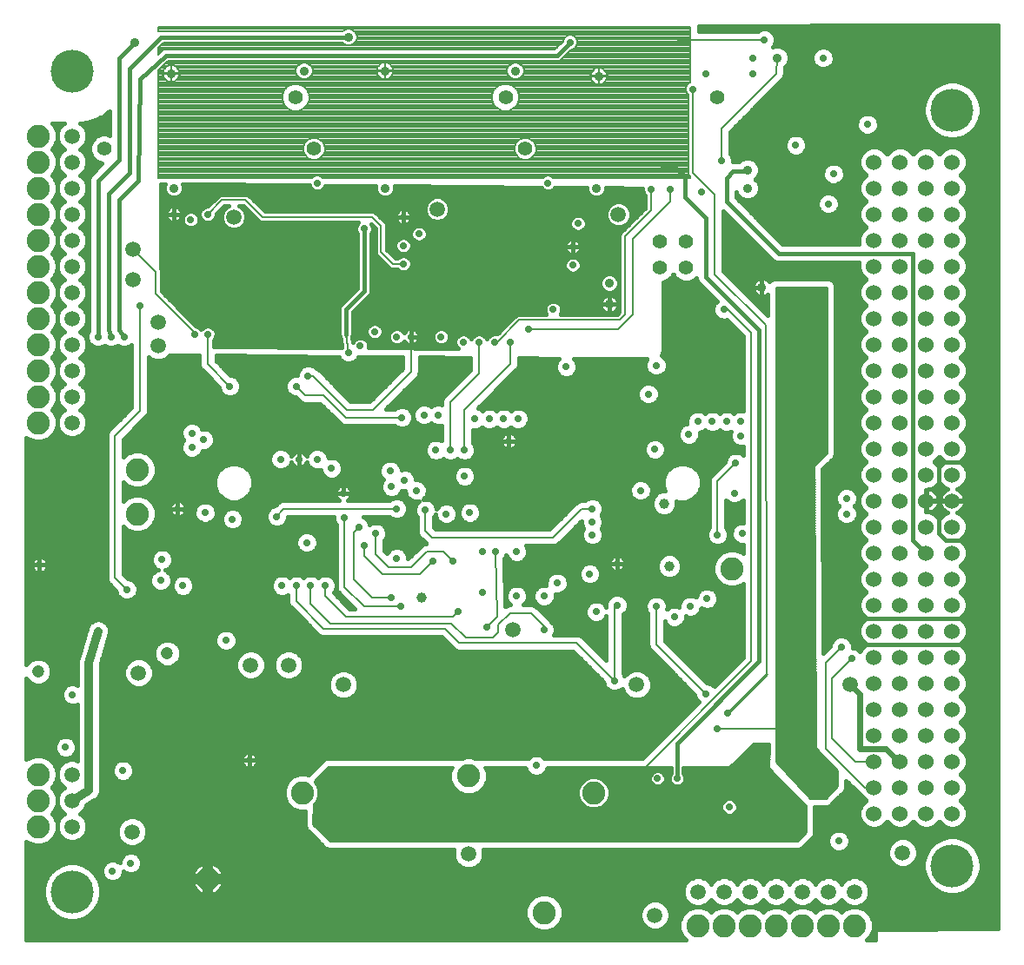
<source format=gbr>
G75*
G70*
%OFA0B0*%
%FSLAX24Y24*%
%IPPOS*%
%LPD*%
%AMOC8*
5,1,8,0,0,1.08239X$1,22.5*
%
%ADD10C,0.0554*%
%ADD11C,0.0886*%
%ADD12C,0.0594*%
%ADD13C,0.1650*%
%ADD14C,0.0600*%
%ADD15C,0.0560*%
%ADD16C,0.0357*%
%ADD17C,0.0591*%
%ADD18C,0.0278*%
%ADD19C,0.0475*%
%ADD20C,0.0396*%
%ADD21C,0.0160*%
%ADD22C,0.0080*%
%ADD23C,0.0400*%
%ADD24C,0.0100*%
%ADD25C,0.0240*%
%ADD26C,0.0320*%
D10*
X009569Y031303D03*
X016910Y033270D03*
X017619Y031303D03*
X024960Y033270D03*
X025719Y031303D03*
X033060Y033270D03*
D11*
X036590Y025136D03*
X033640Y015186D03*
X036840Y007236D03*
X035590Y005636D03*
X035340Y001486D03*
X036340Y001486D03*
X037340Y001486D03*
X038340Y001486D03*
X034340Y001486D03*
X033340Y001486D03*
X032340Y001486D03*
X026440Y001986D03*
X028340Y006586D03*
X029740Y006636D03*
X023540Y007236D03*
X018590Y006536D03*
X017190Y006586D03*
X013540Y003286D03*
X007040Y005286D03*
X007040Y006286D03*
X007040Y007286D03*
X010840Y017286D03*
X010840Y018986D03*
X007040Y020786D03*
X007040Y021786D03*
X007040Y022786D03*
X007040Y023786D03*
X007040Y024786D03*
X007040Y025786D03*
X007040Y026786D03*
X007040Y027786D03*
X007040Y028786D03*
X007040Y029786D03*
X007040Y030786D03*
X007040Y031786D03*
D12*
X008340Y031786D03*
X008340Y030786D03*
X008340Y029786D03*
X008340Y028786D03*
X008340Y027786D03*
X008340Y026786D03*
X008340Y025786D03*
X008340Y024786D03*
X008340Y023786D03*
X008340Y022786D03*
X008340Y021786D03*
X008340Y020786D03*
X008340Y007286D03*
X008340Y006286D03*
X008340Y005286D03*
X032340Y002786D03*
X033340Y002786D03*
X034340Y002786D03*
X035340Y002786D03*
X036340Y002786D03*
X037340Y002786D03*
X038340Y002786D03*
D13*
X042090Y003786D03*
X008340Y002786D03*
X042090Y032786D03*
X008340Y034286D03*
D14*
X039090Y030786D03*
X040090Y030786D03*
X041090Y030786D03*
X042090Y030786D03*
X042090Y029786D03*
X041090Y029786D03*
X040090Y029786D03*
X039090Y029786D03*
X039090Y028786D03*
X040090Y028786D03*
X041090Y028786D03*
X042090Y028786D03*
X042090Y027786D03*
X041090Y027786D03*
X040090Y027786D03*
X039090Y027786D03*
X039090Y026786D03*
X040090Y026786D03*
X041090Y026786D03*
X042090Y026786D03*
X042090Y025786D03*
X042090Y024786D03*
X041090Y024786D03*
X041090Y025786D03*
X040090Y025786D03*
X040090Y024786D03*
X039090Y024786D03*
X039090Y025786D03*
X039090Y023786D03*
X040090Y023786D03*
X041090Y023786D03*
X042090Y023786D03*
X042090Y022786D03*
X041090Y022786D03*
X040090Y022786D03*
X039090Y022786D03*
X039090Y021786D03*
X040090Y021786D03*
X041090Y021786D03*
X042090Y021786D03*
X042090Y020786D03*
X041090Y020786D03*
X040090Y020786D03*
X039090Y020786D03*
X039090Y019786D03*
X040090Y019786D03*
X041090Y019786D03*
X042090Y019786D03*
X042090Y018786D03*
X041090Y018786D03*
X040090Y018786D03*
X039090Y018786D03*
X039090Y017786D03*
X040090Y017786D03*
X041090Y017786D03*
X042090Y017786D03*
X042090Y016786D03*
X042090Y015786D03*
X041090Y015786D03*
X041090Y016786D03*
X040090Y016786D03*
X040090Y015786D03*
X039090Y015786D03*
X039090Y016786D03*
X039090Y014786D03*
X040090Y014786D03*
X041090Y014786D03*
X042090Y014786D03*
X042090Y013786D03*
X041090Y013786D03*
X040090Y013786D03*
X039090Y013786D03*
X039090Y012786D03*
X040090Y012786D03*
X041090Y012786D03*
X042090Y012786D03*
X042090Y011786D03*
X041090Y011786D03*
X040090Y011786D03*
X039090Y011786D03*
X039090Y010786D03*
X040090Y010786D03*
X041090Y010786D03*
X042090Y010786D03*
X042090Y009786D03*
X041090Y009786D03*
X040090Y009786D03*
X039090Y009786D03*
X039090Y008786D03*
X040090Y008786D03*
X041090Y008786D03*
X042090Y008786D03*
X042090Y007786D03*
X042090Y006786D03*
X041090Y006786D03*
X041090Y007786D03*
X040090Y007786D03*
X040090Y006786D03*
X039090Y006786D03*
X039090Y007786D03*
X039090Y005786D03*
X040090Y005786D03*
X041090Y005786D03*
X042090Y005786D03*
D15*
X031890Y026736D03*
X031890Y027736D03*
X030890Y027736D03*
X030890Y026736D03*
D16*
X028940Y026136D03*
X028940Y025336D03*
X034790Y025986D03*
X034240Y029786D03*
X034240Y030486D03*
X035390Y034786D03*
X028540Y034086D03*
X025340Y034286D03*
X020340Y034286D03*
X018940Y035586D03*
X017240Y034286D03*
X012140Y034186D03*
X010740Y035386D03*
X012240Y029786D03*
X020340Y029786D03*
X028440Y029786D03*
D17*
X029290Y028786D03*
X022340Y028986D03*
X014540Y028686D03*
X010690Y027436D03*
X010690Y026286D03*
X011640Y024636D03*
X011640Y023736D03*
X025240Y012836D03*
X029990Y010736D03*
X038190Y010736D03*
X040190Y004286D03*
X030690Y001886D03*
X023540Y004236D03*
X018740Y010736D03*
X016640Y011486D03*
X015190Y011486D03*
X010890Y011186D03*
X010640Y005086D03*
D18*
X010590Y003886D03*
X009890Y003586D03*
X010290Y007436D03*
X008090Y008336D03*
X008347Y010353D03*
X009340Y012786D03*
X010440Y014386D03*
X011740Y014736D03*
X011790Y015536D03*
X012590Y014536D03*
X014240Y012436D03*
X016390Y014536D03*
X016940Y014536D03*
X017490Y014536D03*
X018040Y014536D03*
X017340Y016186D03*
X018790Y017136D03*
X019340Y016786D03*
X019990Y016536D03*
X019540Y016086D03*
X020790Y015586D03*
X022190Y015486D03*
X022940Y015486D03*
X024090Y015836D03*
X024590Y015836D03*
X025390Y015836D03*
X026940Y014636D03*
X026440Y014136D03*
X025390Y014136D03*
X024090Y014286D03*
X023140Y013536D03*
X024240Y012936D03*
X026440Y012836D03*
X028440Y013536D03*
X029240Y013786D03*
X030740Y013736D03*
X031440Y013336D03*
X032040Y013736D03*
X032690Y014036D03*
X033090Y016486D03*
X034040Y016536D03*
X033740Y018086D03*
X033790Y019236D03*
X033990Y020286D03*
X033990Y020836D03*
X033440Y020836D03*
X032890Y020836D03*
X032340Y020836D03*
X031990Y020336D03*
X030681Y019764D03*
X030140Y018186D03*
X028290Y017486D03*
X028290Y016986D03*
X028290Y016486D03*
X029240Y015386D03*
X028190Y014986D03*
X023590Y017336D03*
X022690Y017286D03*
X021890Y017436D03*
X021540Y018186D03*
X021090Y018586D03*
X020590Y018336D03*
X020540Y018936D03*
X022290Y019736D03*
X022840Y019736D03*
X023390Y019736D03*
X023390Y018736D03*
X025090Y020086D03*
X024890Y020936D03*
X025440Y020936D03*
X024340Y020936D03*
X023790Y020936D03*
X022390Y021086D03*
X021840Y021086D03*
X020990Y020986D03*
X018290Y019036D03*
X017740Y019386D03*
X017040Y019386D03*
X016340Y019386D03*
X018740Y018086D03*
X020790Y017486D03*
X020590Y014086D03*
X020940Y013736D03*
X016190Y017186D03*
X014490Y017086D03*
X013440Y017336D03*
X012390Y017486D03*
X012940Y019836D03*
X013390Y020136D03*
X012940Y020386D03*
X014390Y022186D03*
X013540Y024186D03*
X013040Y024186D03*
X010940Y025286D03*
X010340Y024086D03*
X009840Y024086D03*
X009340Y024086D03*
X012240Y028786D03*
X012890Y028586D03*
X013540Y028786D03*
X017740Y029986D03*
X019540Y028236D03*
X021040Y028686D03*
X021640Y028036D03*
X021040Y027586D03*
X021040Y026886D03*
X019940Y024286D03*
X020790Y024086D03*
X021340Y024086D03*
X022490Y024086D03*
X023340Y023886D03*
X023940Y023886D03*
X024540Y023886D03*
X025140Y023886D03*
X025840Y024386D03*
X026790Y025136D03*
X027540Y026836D03*
X027540Y027536D03*
X027740Y028436D03*
X026590Y029986D03*
X030540Y029736D03*
X031290Y029736D03*
X032490Y029636D03*
X033240Y030836D03*
X036090Y031436D03*
X037540Y030336D03*
X037340Y029186D03*
X038840Y032236D03*
X037140Y034786D03*
X034890Y035486D03*
X034440Y034786D03*
X034440Y034186D03*
X032640Y034186D03*
X032140Y033586D03*
X027440Y035386D03*
X033340Y025136D03*
X030740Y022986D03*
X030440Y021886D03*
X027290Y022936D03*
X019390Y023736D03*
X018940Y023486D03*
X017390Y022586D03*
X016940Y022186D03*
X007090Y015336D03*
X015140Y007836D03*
X026140Y007636D03*
X029140Y010886D03*
X032640Y010386D03*
X033490Y009636D03*
X033090Y009036D03*
X031540Y007136D03*
X030790Y007136D03*
X033540Y006036D03*
X037740Y004736D03*
X038240Y011736D03*
X037840Y012186D03*
X038040Y017286D03*
X038040Y017886D03*
D19*
X011990Y011936D03*
X007040Y011236D03*
D20*
X021740Y014086D03*
X031240Y015286D03*
X031040Y017686D03*
D21*
X006590Y004714D02*
X006590Y000936D01*
X031867Y000936D01*
X031727Y001077D01*
X031617Y001342D01*
X031617Y001630D01*
X031727Y001896D01*
X031265Y001896D01*
X031265Y002001D02*
X031265Y001772D01*
X031177Y001560D01*
X031015Y001398D01*
X030804Y001311D01*
X030575Y001311D01*
X030364Y001398D01*
X030202Y001560D01*
X030114Y001772D01*
X030114Y002001D01*
X030202Y002212D01*
X030364Y002374D01*
X030575Y002461D01*
X030804Y002461D01*
X031015Y002374D01*
X031177Y002212D01*
X031265Y002001D01*
X031242Y002054D02*
X031886Y002054D01*
X031930Y002099D02*
X031727Y001896D01*
X031661Y001737D02*
X031251Y001737D01*
X031185Y001579D02*
X031617Y001579D01*
X031617Y001420D02*
X031037Y001420D01*
X031650Y001262D02*
X006590Y001262D01*
X006590Y001420D02*
X025983Y001420D01*
X026030Y001373D02*
X026296Y001263D01*
X026583Y001263D01*
X026849Y001373D01*
X027052Y001577D01*
X027162Y001842D01*
X027162Y002130D01*
X027052Y002396D01*
X026849Y002599D01*
X026583Y002709D01*
X026296Y002709D01*
X026030Y002599D01*
X025827Y002396D01*
X025717Y002130D01*
X025717Y001842D01*
X025827Y001577D01*
X026030Y001373D01*
X025826Y001579D02*
X006590Y001579D01*
X006590Y001737D02*
X007984Y001737D01*
X007913Y001756D02*
X008194Y001681D01*
X008485Y001681D01*
X008766Y001756D01*
X009018Y001902D01*
X009224Y002108D01*
X009369Y002360D01*
X009444Y002641D01*
X009444Y002932D01*
X009369Y003213D01*
X009224Y003465D01*
X009018Y003670D01*
X008766Y003816D01*
X008485Y003891D01*
X008194Y003891D01*
X007913Y003816D01*
X007661Y003670D01*
X007455Y003465D01*
X007310Y003213D01*
X007235Y002932D01*
X007235Y002641D01*
X007310Y002360D01*
X007455Y002108D01*
X007661Y001902D01*
X007913Y001756D01*
X007671Y001896D02*
X006590Y001896D01*
X006590Y002054D02*
X007508Y002054D01*
X007394Y002213D02*
X006590Y002213D01*
X006590Y002372D02*
X007307Y002372D01*
X007264Y002530D02*
X006590Y002530D01*
X006590Y002689D02*
X007235Y002689D01*
X007235Y002847D02*
X006590Y002847D01*
X006590Y003006D02*
X007254Y003006D01*
X007297Y003164D02*
X006590Y003164D01*
X006590Y003323D02*
X007373Y003323D01*
X007472Y003481D02*
X006590Y003481D01*
X006590Y003640D02*
X007631Y003640D01*
X007883Y003798D02*
X006590Y003798D01*
X006590Y003957D02*
X009690Y003957D01*
X009652Y003941D02*
X009534Y003824D01*
X009470Y003669D01*
X009470Y003503D01*
X009534Y003349D01*
X009652Y003231D01*
X009806Y003167D01*
X009973Y003167D01*
X010127Y003231D01*
X010245Y003349D01*
X010309Y003503D01*
X010309Y003574D01*
X010352Y003531D01*
X010506Y003467D01*
X010673Y003467D01*
X010827Y003531D01*
X010945Y003649D01*
X011009Y003803D01*
X011009Y003969D01*
X010945Y004124D01*
X010827Y004241D01*
X010673Y004305D01*
X010506Y004305D01*
X010352Y004241D01*
X010234Y004124D01*
X010170Y003969D01*
X010170Y003898D01*
X010127Y003941D01*
X009973Y004005D01*
X009806Y004005D01*
X009652Y003941D01*
X009524Y003798D02*
X008796Y003798D01*
X009048Y003640D02*
X009470Y003640D01*
X009479Y003481D02*
X009207Y003481D01*
X009306Y003323D02*
X009560Y003323D01*
X009382Y003164D02*
X012928Y003164D01*
X012932Y003140D02*
X012962Y003047D01*
X013007Y002960D01*
X013064Y002880D01*
X013134Y002811D01*
X013213Y002753D01*
X013300Y002709D01*
X013394Y002679D01*
X013472Y002666D01*
X013472Y003218D01*
X013607Y003218D01*
X013607Y002666D01*
X013685Y002679D01*
X013779Y002709D01*
X013866Y002753D01*
X013945Y002811D01*
X014015Y002880D01*
X014072Y002960D01*
X014117Y003047D01*
X014147Y003140D01*
X014159Y003218D01*
X013607Y003218D01*
X013607Y003354D01*
X013472Y003354D01*
X013472Y003906D01*
X013394Y003894D01*
X013300Y003863D01*
X013213Y003819D01*
X013134Y003761D01*
X013064Y003692D01*
X013007Y003613D01*
X012962Y003525D01*
X012932Y003432D01*
X012920Y003354D01*
X013472Y003354D01*
X013472Y003218D01*
X012920Y003218D01*
X012932Y003140D01*
X012983Y003006D02*
X009425Y003006D01*
X009444Y002847D02*
X013097Y002847D01*
X013363Y002689D02*
X009444Y002689D01*
X009415Y002530D02*
X025961Y002530D01*
X025817Y002372D02*
X009372Y002372D01*
X009285Y002213D02*
X025751Y002213D01*
X025717Y002054D02*
X009171Y002054D01*
X009008Y001896D02*
X025717Y001896D01*
X025760Y001737D02*
X008695Y001737D01*
X006590Y001103D02*
X031716Y001103D01*
X031859Y000945D02*
X006590Y000945D01*
X010219Y003323D02*
X013472Y003323D01*
X013607Y003323D02*
X032128Y003323D01*
X032225Y003363D02*
X032013Y003275D01*
X031850Y003113D01*
X031763Y002901D01*
X031763Y002671D01*
X031850Y002459D01*
X032013Y002297D01*
X032225Y002209D01*
X032454Y002209D01*
X032666Y002297D01*
X032829Y002459D01*
X032840Y002486D01*
X032850Y002459D01*
X033013Y002297D01*
X033225Y002209D01*
X033454Y002209D01*
X033666Y002297D01*
X033829Y002459D01*
X033839Y002486D01*
X033850Y002459D01*
X034013Y002297D01*
X034225Y002209D01*
X034454Y002209D01*
X034666Y002297D01*
X034829Y002459D01*
X034840Y002486D01*
X034850Y002459D01*
X035013Y002297D01*
X035225Y002209D01*
X035454Y002209D01*
X035666Y002297D01*
X035829Y002459D01*
X035840Y002486D01*
X035850Y002459D01*
X036013Y002297D01*
X036225Y002209D01*
X036454Y002209D01*
X036666Y002297D01*
X036829Y002459D01*
X036839Y002486D01*
X036850Y002459D01*
X037013Y002297D01*
X037225Y002209D01*
X037454Y002209D01*
X037666Y002297D01*
X037829Y002459D01*
X037840Y002486D01*
X037850Y002459D01*
X038013Y002297D01*
X038225Y002209D01*
X038454Y002209D01*
X038666Y002297D01*
X038829Y002459D01*
X038916Y002671D01*
X038916Y002901D01*
X038829Y003113D01*
X038666Y003275D01*
X038454Y003363D01*
X038225Y003363D01*
X038013Y003275D01*
X037850Y003113D01*
X037840Y003086D01*
X037829Y003113D01*
X037666Y003275D01*
X037454Y003363D01*
X037225Y003363D01*
X037013Y003275D01*
X036850Y003113D01*
X036839Y003086D01*
X036829Y003113D01*
X036666Y003275D01*
X036454Y003363D01*
X036225Y003363D01*
X036013Y003275D01*
X035850Y003113D01*
X035840Y003086D01*
X035829Y003113D01*
X035666Y003275D01*
X035454Y003363D01*
X035225Y003363D01*
X035013Y003275D01*
X034850Y003113D01*
X034840Y003086D01*
X034829Y003113D01*
X034666Y003275D01*
X034454Y003363D01*
X034225Y003363D01*
X034013Y003275D01*
X033850Y003113D01*
X033839Y003086D01*
X033829Y003113D01*
X033666Y003275D01*
X033454Y003363D01*
X033225Y003363D01*
X033013Y003275D01*
X032850Y003113D01*
X032840Y003086D01*
X032829Y003113D01*
X032666Y003275D01*
X032454Y003363D01*
X032225Y003363D01*
X032551Y003323D02*
X033128Y003323D01*
X032902Y003164D02*
X032777Y003164D01*
X031902Y003164D02*
X014151Y003164D01*
X014096Y003006D02*
X031806Y003006D01*
X031763Y002847D02*
X013982Y002847D01*
X013716Y002689D02*
X026247Y002689D01*
X026632Y002689D02*
X031763Y002689D01*
X031821Y002530D02*
X026918Y002530D01*
X027062Y002372D02*
X030361Y002372D01*
X030203Y002213D02*
X027128Y002213D01*
X027162Y002054D02*
X030137Y002054D01*
X030114Y001896D02*
X027162Y001896D01*
X027119Y001737D02*
X030128Y001737D01*
X030194Y001579D02*
X027053Y001579D01*
X026896Y001420D02*
X030342Y001420D01*
X031176Y002213D02*
X032216Y002213D01*
X032196Y002209D02*
X031930Y002099D01*
X031938Y002372D02*
X031018Y002372D01*
X032196Y002209D02*
X032483Y002209D01*
X032749Y002099D01*
X032839Y002008D01*
X032930Y002099D01*
X033196Y002209D01*
X033483Y002209D01*
X033749Y002099D01*
X033839Y002008D01*
X033930Y002099D01*
X034196Y002209D01*
X034483Y002209D01*
X034749Y002099D01*
X034840Y002008D01*
X034930Y002099D01*
X035196Y002209D01*
X035483Y002209D01*
X035749Y002099D01*
X035839Y002008D01*
X035930Y002099D01*
X036196Y002209D01*
X036483Y002209D01*
X036749Y002099D01*
X036839Y002008D01*
X036930Y002099D01*
X037196Y002209D01*
X037483Y002209D01*
X037749Y002099D01*
X037839Y002008D01*
X037930Y002099D01*
X038196Y002209D01*
X038483Y002209D01*
X038749Y002099D01*
X038952Y001896D01*
X043840Y001896D01*
X043840Y002054D02*
X038794Y002054D01*
X038952Y001896D02*
X039062Y001630D01*
X039062Y001342D01*
X038952Y001077D01*
X038812Y000936D01*
X039140Y000936D01*
X039140Y001336D01*
X043840Y001386D01*
X043840Y036036D01*
X040840Y036036D01*
X032359Y036022D01*
X032359Y035806D01*
X034617Y035806D01*
X034652Y035841D01*
X034806Y035905D01*
X034973Y035905D01*
X035127Y035841D01*
X035245Y035724D01*
X035309Y035569D01*
X035309Y035403D01*
X035245Y035249D01*
X035200Y035204D01*
X035298Y035245D01*
X035481Y035245D01*
X035649Y035175D01*
X035778Y035046D01*
X035848Y034877D01*
X035848Y034695D01*
X035778Y034526D01*
X035681Y034429D01*
X035659Y034173D01*
X035659Y034122D01*
X035654Y034110D01*
X035653Y034096D01*
X035630Y034051D01*
X035611Y034005D01*
X035601Y033995D01*
X035595Y033983D01*
X035556Y033951D01*
X033559Y031954D01*
X033559Y031109D01*
X033595Y031074D01*
X033659Y030919D01*
X033659Y030796D01*
X033901Y030796D01*
X033980Y030875D01*
X034148Y030945D01*
X034331Y030945D01*
X034499Y030875D01*
X034628Y030746D01*
X034698Y030577D01*
X034698Y030395D01*
X034628Y030226D01*
X034538Y030136D01*
X034628Y030046D01*
X034698Y029877D01*
X034698Y029695D01*
X034628Y029526D01*
X034499Y029398D01*
X034331Y029328D01*
X034148Y029328D01*
X033980Y029398D01*
X033851Y029526D01*
X033799Y029651D01*
X033799Y029435D01*
X035589Y027646D01*
X038520Y027646D01*
X038510Y027671D01*
X038510Y027901D01*
X038598Y028115D01*
X038761Y028278D01*
X038781Y028286D01*
X038761Y028294D01*
X038598Y028458D01*
X038510Y028671D01*
X038510Y028901D01*
X038598Y029115D01*
X038761Y029278D01*
X038781Y029286D01*
X038761Y029294D01*
X038598Y029458D01*
X038510Y029671D01*
X038510Y029901D01*
X038598Y030115D01*
X038761Y030278D01*
X038781Y030286D01*
X038761Y030294D01*
X038598Y030458D01*
X038510Y030671D01*
X038510Y030901D01*
X038598Y031115D01*
X038761Y031278D01*
X038974Y031366D01*
X039205Y031366D01*
X039418Y031278D01*
X039581Y031115D01*
X039589Y031094D01*
X039598Y031115D01*
X039761Y031278D01*
X039974Y031366D01*
X040205Y031366D01*
X040418Y031278D01*
X040581Y031115D01*
X040589Y031095D01*
X040598Y031115D01*
X040761Y031278D01*
X040974Y031366D01*
X041205Y031366D01*
X041418Y031278D01*
X041581Y031115D01*
X041589Y031095D01*
X041598Y031115D01*
X041761Y031278D01*
X041974Y031366D01*
X042205Y031366D01*
X042418Y031278D01*
X042581Y031115D01*
X042669Y030901D01*
X042669Y030671D01*
X042581Y030458D01*
X042418Y030294D01*
X042398Y030286D01*
X042418Y030278D01*
X042581Y030115D01*
X042669Y029901D01*
X042669Y029671D01*
X042581Y029458D01*
X042418Y029294D01*
X042398Y029286D01*
X042418Y029278D01*
X042581Y029115D01*
X042669Y028901D01*
X042669Y028671D01*
X042581Y028458D01*
X042418Y028294D01*
X042398Y028286D01*
X042418Y028278D01*
X042581Y028115D01*
X042669Y027901D01*
X042669Y027671D01*
X042581Y027458D01*
X042418Y027294D01*
X042398Y027286D01*
X042418Y027278D01*
X042581Y027115D01*
X042669Y026901D01*
X042669Y026671D01*
X042581Y026458D01*
X042418Y026294D01*
X042398Y026286D01*
X042418Y026278D01*
X042581Y026115D01*
X042669Y025901D01*
X042669Y025671D01*
X042581Y025458D01*
X042418Y025294D01*
X042398Y025286D01*
X042418Y025278D01*
X042581Y025115D01*
X042669Y024901D01*
X042669Y024671D01*
X042581Y024458D01*
X042418Y024294D01*
X042398Y024286D01*
X042418Y024278D01*
X042581Y024115D01*
X042669Y023901D01*
X042669Y023671D01*
X042581Y023458D01*
X043840Y023458D01*
X043840Y023616D02*
X042647Y023616D01*
X042669Y023775D02*
X043840Y023775D01*
X043840Y023933D02*
X042656Y023933D01*
X042591Y024092D02*
X043840Y024092D01*
X043840Y024251D02*
X042445Y024251D01*
X042533Y024409D02*
X043840Y024409D01*
X043840Y024568D02*
X042627Y024568D01*
X042669Y024726D02*
X043840Y024726D01*
X043840Y024885D02*
X042669Y024885D01*
X042611Y025043D02*
X043840Y025043D01*
X043840Y025202D02*
X042494Y025202D01*
X042484Y025360D02*
X043840Y025360D01*
X043840Y025519D02*
X042607Y025519D01*
X042669Y025677D02*
X043840Y025677D01*
X043840Y025836D02*
X042669Y025836D01*
X042631Y025995D02*
X043840Y025995D01*
X043840Y026153D02*
X042543Y026153D01*
X042435Y026312D02*
X043840Y026312D01*
X043840Y026470D02*
X042586Y026470D01*
X042652Y026629D02*
X043840Y026629D01*
X043840Y026787D02*
X042669Y026787D01*
X042651Y026946D02*
X043840Y026946D01*
X043840Y027104D02*
X042585Y027104D01*
X042433Y027263D02*
X043840Y027263D01*
X043840Y027421D02*
X042545Y027421D01*
X042632Y027580D02*
X043840Y027580D01*
X043840Y027739D02*
X042669Y027739D01*
X042669Y027897D02*
X043840Y027897D01*
X043840Y028056D02*
X042606Y028056D01*
X042482Y028214D02*
X043840Y028214D01*
X043840Y028373D02*
X042496Y028373D01*
X042612Y028531D02*
X043840Y028531D01*
X043840Y028690D02*
X042669Y028690D01*
X042669Y028848D02*
X043840Y028848D01*
X043840Y029007D02*
X042626Y029007D01*
X042530Y029165D02*
X043840Y029165D01*
X043840Y029324D02*
X042448Y029324D01*
X042591Y029482D02*
X043840Y029482D01*
X043840Y029641D02*
X042657Y029641D01*
X042669Y029800D02*
X043840Y029800D01*
X043840Y029958D02*
X042646Y029958D01*
X042579Y030117D02*
X043840Y030117D01*
X043840Y030275D02*
X042421Y030275D01*
X042557Y030434D02*
X043840Y030434D01*
X043840Y030592D02*
X042637Y030592D01*
X042669Y030751D02*
X043840Y030751D01*
X043840Y030909D02*
X042666Y030909D01*
X042601Y031068D02*
X043840Y031068D01*
X043840Y031226D02*
X042469Y031226D01*
X042235Y031681D02*
X042516Y031756D01*
X042768Y031902D01*
X042974Y032108D01*
X043119Y032360D01*
X043194Y032641D01*
X043194Y032932D01*
X043119Y033213D01*
X042974Y033465D01*
X042768Y033670D01*
X042516Y033816D01*
X042235Y033891D01*
X041944Y033891D01*
X041663Y033816D01*
X041411Y033670D01*
X041205Y033465D01*
X041060Y033213D01*
X040985Y032932D01*
X040985Y032641D01*
X041060Y032360D01*
X041205Y032108D01*
X041411Y031902D01*
X041663Y031756D01*
X041944Y031681D01*
X042235Y031681D01*
X042313Y031702D02*
X043840Y031702D01*
X043840Y031544D02*
X036499Y031544D01*
X036509Y031519D02*
X036445Y031674D01*
X036327Y031791D01*
X036173Y031855D01*
X036006Y031855D01*
X035852Y031791D01*
X035734Y031674D01*
X035670Y031519D01*
X035670Y031353D01*
X035734Y031199D01*
X035852Y031081D01*
X036006Y031017D01*
X036173Y031017D01*
X036327Y031081D01*
X036445Y031199D01*
X036509Y031353D01*
X036509Y031519D01*
X036509Y031385D02*
X043840Y031385D01*
X043840Y031861D02*
X042696Y031861D01*
X042885Y032019D02*
X043840Y032019D01*
X043840Y032178D02*
X043014Y032178D01*
X043106Y032336D02*
X043840Y032336D01*
X043840Y032495D02*
X043155Y032495D01*
X043194Y032653D02*
X043840Y032653D01*
X043840Y032812D02*
X043194Y032812D01*
X043184Y032970D02*
X043840Y032970D01*
X043840Y033129D02*
X043142Y033129D01*
X043076Y033288D02*
X043840Y033288D01*
X043840Y033446D02*
X042984Y033446D01*
X042834Y033605D02*
X043840Y033605D01*
X043840Y033763D02*
X042607Y033763D01*
X041572Y033763D02*
X035369Y033763D01*
X035211Y033605D02*
X041345Y033605D01*
X041195Y033446D02*
X035052Y033446D01*
X034893Y033288D02*
X041103Y033288D01*
X041037Y033129D02*
X034735Y033129D01*
X034576Y032970D02*
X040995Y032970D01*
X040985Y032812D02*
X034418Y032812D01*
X034259Y032653D02*
X038752Y032653D01*
X038756Y032655D02*
X038602Y032591D01*
X038484Y032474D01*
X038420Y032319D01*
X038420Y032153D01*
X038484Y031999D01*
X038602Y031881D01*
X038756Y031817D01*
X038923Y031817D01*
X039077Y031881D01*
X039195Y031999D01*
X039259Y032153D01*
X039259Y032319D01*
X039195Y032474D01*
X039077Y032591D01*
X038923Y032655D01*
X038756Y032655D01*
X038927Y032653D02*
X040985Y032653D01*
X041024Y032495D02*
X039173Y032495D01*
X039252Y032336D02*
X041073Y032336D01*
X041165Y032178D02*
X039259Y032178D01*
X039203Y032019D02*
X041294Y032019D01*
X041483Y031861D02*
X039028Y031861D01*
X038651Y031861D02*
X033559Y031861D01*
X033559Y031702D02*
X035763Y031702D01*
X035680Y031544D02*
X033559Y031544D01*
X033559Y031385D02*
X035670Y031385D01*
X035723Y031226D02*
X033559Y031226D01*
X033597Y031068D02*
X035883Y031068D01*
X036296Y031068D02*
X038579Y031068D01*
X038513Y030909D02*
X034416Y030909D01*
X034623Y030751D02*
X037446Y030751D01*
X037456Y030755D02*
X037302Y030691D01*
X037184Y030574D01*
X037120Y030419D01*
X037120Y030253D01*
X037184Y030099D01*
X037302Y029981D01*
X037456Y029917D01*
X037623Y029917D01*
X037777Y029981D01*
X037895Y030099D01*
X037959Y030253D01*
X037959Y030419D01*
X037895Y030574D01*
X037777Y030691D01*
X037623Y030755D01*
X037456Y030755D01*
X037633Y030751D02*
X038510Y030751D01*
X038542Y030592D02*
X037876Y030592D01*
X037953Y030434D02*
X038622Y030434D01*
X038758Y030275D02*
X037959Y030275D01*
X037902Y030117D02*
X038600Y030117D01*
X038533Y029958D02*
X037722Y029958D01*
X037357Y029958D02*
X034664Y029958D01*
X034698Y029800D02*
X038510Y029800D01*
X038522Y029641D02*
X034676Y029641D01*
X034584Y029482D02*
X037043Y029482D01*
X036984Y029424D02*
X036920Y029269D01*
X036920Y029103D01*
X036984Y028949D01*
X037102Y028831D01*
X037256Y028767D01*
X037423Y028767D01*
X037577Y028831D01*
X037695Y028949D01*
X037759Y029103D01*
X037759Y029269D01*
X037695Y029424D01*
X037577Y029541D01*
X037423Y029605D01*
X037256Y029605D01*
X037102Y029541D01*
X036984Y029424D01*
X036943Y029324D02*
X033911Y029324D01*
X033895Y029482D02*
X033799Y029482D01*
X033799Y029641D02*
X033803Y029641D01*
X033440Y029286D02*
X033440Y030186D01*
X033690Y030436D01*
X034190Y030436D01*
X034240Y030486D01*
X034063Y030909D02*
X033659Y030909D01*
X034692Y030592D02*
X037203Y030592D01*
X037126Y030434D02*
X034698Y030434D01*
X034648Y030275D02*
X037120Y030275D01*
X037177Y030117D02*
X034557Y030117D01*
X034069Y029165D02*
X036920Y029165D01*
X036960Y029007D02*
X034228Y029007D01*
X034386Y028848D02*
X037085Y028848D01*
X037594Y028848D02*
X038510Y028848D01*
X038510Y028690D02*
X034545Y028690D01*
X034704Y028531D02*
X038567Y028531D01*
X038683Y028373D02*
X034862Y028373D01*
X035021Y028214D02*
X038697Y028214D01*
X038573Y028056D02*
X035179Y028056D01*
X035338Y027897D02*
X038510Y027897D01*
X038510Y027739D02*
X035496Y027739D01*
X035440Y027286D02*
X033440Y029286D01*
X033309Y028907D02*
X035236Y026981D01*
X035368Y026926D01*
X035511Y026926D01*
X038520Y026926D01*
X038510Y026901D01*
X038510Y026671D01*
X038598Y026458D01*
X038761Y026294D01*
X038781Y026286D01*
X038761Y026278D01*
X038598Y026115D01*
X038510Y025901D01*
X038510Y025671D01*
X038598Y025458D01*
X038761Y025294D01*
X038781Y025286D01*
X038761Y025278D01*
X038598Y025115D01*
X038510Y024901D01*
X038510Y024671D01*
X038598Y024458D01*
X038761Y024294D01*
X038781Y024286D01*
X038761Y024278D01*
X038598Y024115D01*
X038510Y023901D01*
X038510Y023671D01*
X038598Y023458D01*
X037619Y023458D01*
X037619Y023616D02*
X038532Y023616D01*
X038510Y023775D02*
X037619Y023775D01*
X037619Y023933D02*
X038523Y023933D01*
X038588Y024092D02*
X037619Y024092D01*
X037619Y024251D02*
X038734Y024251D01*
X038646Y024409D02*
X037619Y024409D01*
X037619Y024568D02*
X038552Y024568D01*
X038510Y024726D02*
X037619Y024726D01*
X037619Y024885D02*
X038510Y024885D01*
X038568Y025043D02*
X037619Y025043D01*
X037619Y025202D02*
X038685Y025202D01*
X038695Y025360D02*
X037619Y025360D01*
X037619Y025519D02*
X038572Y025519D01*
X038510Y025677D02*
X037619Y025677D01*
X037619Y025836D02*
X038510Y025836D01*
X038548Y025995D02*
X037619Y025995D01*
X037619Y026052D02*
X037569Y026173D01*
X037476Y026266D01*
X037355Y026316D01*
X037224Y026316D01*
X035405Y026316D01*
X035274Y026316D01*
X035153Y026266D01*
X035081Y026195D01*
X035068Y026215D01*
X035018Y026265D01*
X034959Y026304D01*
X034894Y026331D01*
X034825Y026345D01*
X034790Y026345D01*
X034790Y025987D01*
X034789Y025987D01*
X034789Y026345D01*
X034754Y026345D01*
X034685Y026331D01*
X034620Y026304D01*
X034561Y026265D01*
X034511Y026215D01*
X034472Y026156D01*
X034445Y026091D01*
X034431Y026021D01*
X034431Y025986D01*
X034431Y025951D01*
X034445Y025882D01*
X034472Y025816D01*
X034511Y025758D01*
X034561Y025708D01*
X034620Y025669D01*
X034685Y025641D01*
X034754Y025628D01*
X034789Y025628D01*
X034789Y025986D01*
X034431Y025986D01*
X034789Y025986D01*
X034789Y025986D01*
X034790Y025986D01*
X034790Y025628D01*
X034825Y025628D01*
X034894Y025641D01*
X034959Y025669D01*
X035010Y025702D01*
X035010Y024919D01*
X033309Y026619D01*
X033309Y028907D01*
X033309Y028848D02*
X033368Y028848D01*
X033309Y028690D02*
X033527Y028690D01*
X033685Y028531D02*
X033309Y028531D01*
X033309Y028373D02*
X033844Y028373D01*
X034002Y028214D02*
X033309Y028214D01*
X033309Y028056D02*
X034161Y028056D01*
X034319Y027897D02*
X033309Y027897D01*
X033309Y027739D02*
X034478Y027739D01*
X034637Y027580D02*
X033309Y027580D01*
X033309Y027421D02*
X034795Y027421D01*
X034954Y027263D02*
X033309Y027263D01*
X033309Y027104D02*
X035112Y027104D01*
X035320Y026946D02*
X033309Y026946D01*
X033309Y026787D02*
X038510Y026787D01*
X038527Y026629D02*
X033309Y026629D01*
X033458Y026470D02*
X038593Y026470D01*
X038744Y026312D02*
X037366Y026312D01*
X037578Y026153D02*
X038636Y026153D01*
X037619Y026052D02*
X037619Y019702D01*
X037619Y019570D01*
X037569Y019449D01*
X037120Y019000D01*
X037154Y011953D01*
X037420Y012220D01*
X037420Y012269D01*
X037484Y012424D01*
X037602Y012541D01*
X037756Y012605D01*
X037923Y012605D01*
X038077Y012541D01*
X038195Y012424D01*
X038259Y012269D01*
X038259Y012155D01*
X038323Y012155D01*
X038477Y012091D01*
X038556Y012013D01*
X038598Y012115D01*
X038761Y012278D01*
X038781Y012286D01*
X038761Y012294D01*
X038598Y012458D01*
X038510Y012671D01*
X038510Y012901D01*
X038598Y013115D01*
X038761Y013278D01*
X038781Y013286D01*
X038761Y013294D01*
X038598Y013458D01*
X038510Y013671D01*
X038510Y013901D01*
X038598Y014115D01*
X038761Y014278D01*
X038781Y014286D01*
X038761Y014294D01*
X038598Y014458D01*
X038510Y014671D01*
X038510Y014901D01*
X038598Y015115D01*
X038761Y015278D01*
X038781Y015286D01*
X038761Y015294D01*
X038598Y015458D01*
X038510Y015671D01*
X038510Y015901D01*
X038598Y016115D01*
X038761Y016278D01*
X038781Y016286D01*
X038761Y016294D01*
X038598Y016458D01*
X038510Y016671D01*
X038510Y016901D01*
X038598Y017115D01*
X038761Y017278D01*
X038781Y017286D01*
X038761Y017294D01*
X038598Y017458D01*
X038510Y017671D01*
X038510Y017901D01*
X038598Y018115D01*
X038761Y018278D01*
X038781Y018286D01*
X038761Y018294D01*
X038598Y018458D01*
X038510Y018671D01*
X038510Y018901D01*
X038598Y019115D01*
X038761Y019278D01*
X038781Y019286D01*
X038761Y019294D01*
X038598Y019458D01*
X038510Y019671D01*
X038510Y019901D01*
X038598Y020115D01*
X038761Y020278D01*
X038781Y020286D01*
X038761Y020294D01*
X038598Y020458D01*
X038510Y020671D01*
X038510Y020901D01*
X038598Y021115D01*
X038761Y021278D01*
X038781Y021286D01*
X038761Y021294D01*
X038598Y021458D01*
X038510Y021671D01*
X038510Y021901D01*
X038598Y022115D01*
X038761Y022278D01*
X038781Y022286D01*
X038761Y022294D01*
X038598Y022458D01*
X038510Y022671D01*
X038510Y022901D01*
X038598Y023115D01*
X038761Y023278D01*
X038781Y023286D01*
X038761Y023294D01*
X038598Y023458D01*
X038756Y023299D02*
X037619Y023299D01*
X037619Y023141D02*
X038624Y023141D01*
X038543Y022982D02*
X037619Y022982D01*
X037619Y022824D02*
X038510Y022824D01*
X038512Y022665D02*
X037619Y022665D01*
X037619Y022507D02*
X038578Y022507D01*
X038707Y022348D02*
X037619Y022348D01*
X037619Y022189D02*
X038673Y022189D01*
X038563Y022031D02*
X037619Y022031D01*
X037619Y021872D02*
X038510Y021872D01*
X038510Y021714D02*
X037619Y021714D01*
X037619Y021555D02*
X038557Y021555D01*
X038659Y021397D02*
X037619Y021397D01*
X037619Y021238D02*
X038721Y021238D01*
X038583Y021080D02*
X037619Y021080D01*
X037619Y020921D02*
X038518Y020921D01*
X038510Y020763D02*
X037619Y020763D01*
X037619Y020604D02*
X038537Y020604D01*
X038610Y020446D02*
X037619Y020446D01*
X037619Y020287D02*
X038779Y020287D01*
X038612Y020128D02*
X037619Y020128D01*
X037619Y019970D02*
X038538Y019970D01*
X038510Y019811D02*
X037619Y019811D01*
X037619Y019653D02*
X038517Y019653D01*
X038583Y019494D02*
X037588Y019494D01*
X037456Y019336D02*
X038720Y019336D01*
X038660Y019177D02*
X037297Y019177D01*
X037139Y019019D02*
X038558Y019019D01*
X038510Y018860D02*
X037121Y018860D01*
X037122Y018702D02*
X038510Y018702D01*
X038562Y018543D02*
X037122Y018543D01*
X037123Y018384D02*
X038671Y018384D01*
X038709Y018226D02*
X038292Y018226D01*
X038277Y018241D02*
X038123Y018305D01*
X037956Y018305D01*
X037802Y018241D01*
X037684Y018124D01*
X037620Y017969D01*
X037620Y017803D01*
X037684Y017649D01*
X037747Y017586D01*
X037684Y017524D01*
X037620Y017369D01*
X037620Y017203D01*
X037684Y017049D01*
X037802Y016931D01*
X037956Y016867D01*
X038123Y016867D01*
X038277Y016931D01*
X038395Y017049D01*
X038459Y017203D01*
X038459Y017369D01*
X038395Y017524D01*
X038332Y017586D01*
X038395Y017649D01*
X038459Y017803D01*
X038459Y017969D01*
X038395Y018124D01*
X038277Y018241D01*
X038418Y018067D02*
X038578Y018067D01*
X038513Y017909D02*
X038459Y017909D01*
X038437Y017750D02*
X038510Y017750D01*
X038542Y017592D02*
X038338Y017592D01*
X038432Y017433D02*
X038622Y017433D01*
X038758Y017275D02*
X038459Y017275D01*
X038423Y017116D02*
X038599Y017116D01*
X038533Y016958D02*
X038304Y016958D01*
X038510Y016799D02*
X037131Y016799D01*
X037131Y016640D02*
X038522Y016640D01*
X038588Y016482D02*
X037132Y016482D01*
X037133Y016323D02*
X038732Y016323D01*
X038648Y016165D02*
X037134Y016165D01*
X037134Y016006D02*
X038553Y016006D01*
X038510Y015848D02*
X037135Y015848D01*
X037136Y015689D02*
X038510Y015689D01*
X038568Y015531D02*
X037137Y015531D01*
X037138Y015372D02*
X038683Y015372D01*
X038697Y015214D02*
X037138Y015214D01*
X037139Y015055D02*
X038573Y015055D01*
X038510Y014896D02*
X037140Y014896D01*
X037141Y014738D02*
X038510Y014738D01*
X038547Y014579D02*
X037141Y014579D01*
X037142Y014421D02*
X038635Y014421D01*
X038746Y014262D02*
X037143Y014262D01*
X037144Y014104D02*
X038593Y014104D01*
X038528Y013945D02*
X037144Y013945D01*
X037145Y013787D02*
X038510Y013787D01*
X038527Y013628D02*
X037146Y013628D01*
X037147Y013470D02*
X038593Y013470D01*
X038590Y013286D02*
X042640Y013286D01*
X042543Y013153D02*
X043840Y013153D01*
X043840Y013311D02*
X042435Y013311D01*
X042418Y013294D02*
X042581Y013458D01*
X042669Y013671D01*
X042669Y013901D01*
X042581Y014115D01*
X042418Y014278D01*
X042398Y014286D01*
X042418Y014294D01*
X042581Y014458D01*
X042669Y014671D01*
X042669Y014901D01*
X042581Y015115D01*
X042418Y015278D01*
X042398Y015286D01*
X042418Y015294D01*
X042581Y015458D01*
X042669Y015671D01*
X042669Y015901D01*
X042581Y016115D01*
X042418Y016278D01*
X042398Y016286D01*
X042418Y016294D01*
X042581Y016458D01*
X042669Y016671D01*
X042669Y016901D01*
X042581Y017115D01*
X042418Y017278D01*
X042269Y017340D01*
X042274Y017341D01*
X042341Y017376D01*
X042402Y017420D01*
X042456Y017473D01*
X042500Y017535D01*
X042534Y017602D01*
X042558Y017674D01*
X042569Y017748D01*
X042569Y017766D01*
X042110Y017766D01*
X042110Y017806D01*
X042569Y017806D01*
X042569Y017824D01*
X042558Y017899D01*
X042534Y017970D01*
X042500Y018038D01*
X042456Y018099D01*
X042402Y018152D01*
X042341Y018197D01*
X042274Y018231D01*
X042269Y018233D01*
X042418Y018294D01*
X042581Y018458D01*
X042669Y018671D01*
X042669Y018901D01*
X042581Y019115D01*
X042418Y019278D01*
X042398Y019286D01*
X042418Y019294D01*
X042581Y019458D01*
X042669Y019671D01*
X042669Y019901D01*
X042581Y020115D01*
X042418Y020278D01*
X042398Y020286D01*
X042418Y020294D01*
X042581Y020458D01*
X042669Y020671D01*
X042669Y020901D01*
X042581Y021115D01*
X042418Y021278D01*
X042398Y021286D01*
X042418Y021294D01*
X042581Y021458D01*
X042669Y021671D01*
X042669Y021901D01*
X042581Y022115D01*
X042418Y022278D01*
X042398Y022286D01*
X042418Y022294D01*
X042581Y022458D01*
X042669Y022671D01*
X042669Y022901D01*
X042581Y023115D01*
X042418Y023278D01*
X042398Y023286D01*
X042418Y023294D01*
X042581Y023458D01*
X042423Y023299D02*
X043840Y023299D01*
X043840Y023141D02*
X042555Y023141D01*
X042636Y022982D02*
X043840Y022982D01*
X043840Y022824D02*
X042669Y022824D01*
X042667Y022665D02*
X043840Y022665D01*
X043840Y022507D02*
X042601Y022507D01*
X042472Y022348D02*
X043840Y022348D01*
X043840Y022189D02*
X042506Y022189D01*
X042616Y022031D02*
X043840Y022031D01*
X043840Y021872D02*
X042669Y021872D01*
X042669Y021714D02*
X043840Y021714D01*
X043840Y021555D02*
X042622Y021555D01*
X042520Y021397D02*
X043840Y021397D01*
X043840Y021238D02*
X042458Y021238D01*
X042596Y021080D02*
X043840Y021080D01*
X043840Y020921D02*
X042661Y020921D01*
X042669Y020763D02*
X043840Y020763D01*
X043840Y020604D02*
X042642Y020604D01*
X042569Y020446D02*
X043840Y020446D01*
X043840Y020287D02*
X042400Y020287D01*
X042567Y020128D02*
X043840Y020128D01*
X043840Y019970D02*
X042641Y019970D01*
X042669Y019811D02*
X043840Y019811D01*
X043840Y019653D02*
X042662Y019653D01*
X042596Y019494D02*
X043840Y019494D01*
X043840Y019336D02*
X042459Y019336D01*
X042519Y019177D02*
X043840Y019177D01*
X043840Y019019D02*
X042621Y019019D01*
X042669Y018860D02*
X043840Y018860D01*
X043840Y018702D02*
X042669Y018702D01*
X042617Y018543D02*
X043840Y018543D01*
X043840Y018384D02*
X042508Y018384D01*
X042284Y018226D02*
X043840Y018226D01*
X043840Y018067D02*
X042479Y018067D01*
X042554Y017909D02*
X043840Y017909D01*
X043840Y017750D02*
X042569Y017750D01*
X042529Y017592D02*
X043840Y017592D01*
X043840Y017433D02*
X042415Y017433D01*
X042421Y017275D02*
X043840Y017275D01*
X043840Y017116D02*
X042580Y017116D01*
X042646Y016958D02*
X043840Y016958D01*
X043840Y016799D02*
X042669Y016799D01*
X042657Y016640D02*
X043840Y016640D01*
X043840Y016482D02*
X042591Y016482D01*
X042447Y016323D02*
X043840Y016323D01*
X043840Y016165D02*
X042531Y016165D01*
X042626Y016006D02*
X043840Y016006D01*
X043840Y015848D02*
X042669Y015848D01*
X042669Y015689D02*
X043840Y015689D01*
X043840Y015531D02*
X042611Y015531D01*
X042496Y015372D02*
X043840Y015372D01*
X043840Y015214D02*
X042482Y015214D01*
X042606Y015055D02*
X043840Y015055D01*
X043840Y014896D02*
X042669Y014896D01*
X042669Y014738D02*
X043840Y014738D01*
X043840Y014579D02*
X042632Y014579D01*
X042544Y014421D02*
X043840Y014421D01*
X043840Y014262D02*
X042434Y014262D01*
X042586Y014104D02*
X043840Y014104D01*
X043840Y013945D02*
X042651Y013945D01*
X042669Y013787D02*
X043840Y013787D01*
X043840Y013628D02*
X042652Y013628D01*
X042586Y013470D02*
X043840Y013470D01*
X043840Y012994D02*
X042631Y012994D01*
X042669Y012901D02*
X042581Y013115D01*
X042418Y013278D01*
X042398Y013286D01*
X042418Y013294D01*
X042669Y012901D02*
X042669Y012671D01*
X042581Y012458D01*
X042418Y012294D01*
X042398Y012286D01*
X042418Y012278D01*
X042581Y012115D01*
X042669Y011901D01*
X042669Y011671D01*
X042581Y011458D01*
X042418Y011294D01*
X042398Y011286D01*
X042418Y011278D01*
X042581Y011115D01*
X042669Y010901D01*
X042669Y010671D01*
X042581Y010458D01*
X042418Y010294D01*
X042398Y010286D01*
X042418Y010278D01*
X042581Y010115D01*
X042669Y009901D01*
X042669Y009671D01*
X042581Y009458D01*
X042418Y009294D01*
X042398Y009286D01*
X042418Y009278D01*
X042581Y009115D01*
X042669Y008901D01*
X042669Y008671D01*
X042581Y008458D01*
X042418Y008294D01*
X042398Y008286D01*
X042418Y008278D01*
X042581Y008115D01*
X042669Y007901D01*
X042669Y007671D01*
X042581Y007458D01*
X042418Y007294D01*
X042398Y007286D01*
X042418Y007278D01*
X042581Y007115D01*
X042669Y006901D01*
X042669Y006671D01*
X042581Y006458D01*
X042418Y006294D01*
X042398Y006286D01*
X042418Y006278D01*
X042581Y006115D01*
X042669Y005901D01*
X042669Y005671D01*
X042581Y005458D01*
X042418Y005294D01*
X042205Y005206D01*
X041974Y005206D01*
X041761Y005294D01*
X041598Y005458D01*
X041589Y005478D01*
X041581Y005458D01*
X041418Y005294D01*
X041205Y005206D01*
X040974Y005206D01*
X040761Y005294D01*
X040598Y005458D01*
X040590Y005478D01*
X040581Y005458D01*
X040418Y005294D01*
X040205Y005206D01*
X039974Y005206D01*
X039761Y005294D01*
X039598Y005458D01*
X039589Y005478D01*
X039581Y005458D01*
X039418Y005294D01*
X039205Y005206D01*
X038974Y005206D01*
X038761Y005294D01*
X038598Y005458D01*
X038510Y005671D01*
X038510Y005901D01*
X038598Y006115D01*
X038761Y006278D01*
X038781Y006286D01*
X038761Y006294D01*
X038598Y006458D01*
X038577Y006507D01*
X038558Y006515D01*
X038468Y006605D01*
X038019Y007054D01*
X038019Y006902D01*
X038019Y006770D01*
X037969Y006649D01*
X037519Y006199D01*
X037426Y006106D01*
X037305Y006056D01*
X036819Y006056D01*
X036819Y005152D01*
X036819Y005020D01*
X036769Y004899D01*
X036419Y004549D01*
X036326Y004456D01*
X036205Y004406D01*
X024092Y004406D01*
X024115Y004351D01*
X024115Y004122D01*
X024027Y003910D01*
X023865Y003748D01*
X023654Y003661D01*
X023425Y003661D01*
X023214Y003748D01*
X023052Y003910D01*
X022964Y004122D01*
X022964Y004351D01*
X022987Y004406D01*
X018305Y004406D01*
X018174Y004406D01*
X018053Y004456D01*
X017399Y005110D01*
X017394Y005112D01*
X017352Y005157D01*
X017310Y005199D01*
X017308Y005204D01*
X017304Y005208D01*
X017283Y005265D01*
X017260Y005320D01*
X017260Y005326D01*
X017258Y005331D01*
X017260Y005392D01*
X017260Y005452D01*
X017261Y005456D01*
X017274Y005863D01*
X017046Y005863D01*
X016780Y005973D01*
X016577Y006177D01*
X009001Y006177D01*
X008890Y006108D02*
X009190Y006293D01*
X009239Y006313D01*
X009264Y006339D01*
X009295Y006357D01*
X009325Y006400D01*
X009363Y006437D01*
X009376Y006470D01*
X009397Y006499D01*
X009409Y006550D01*
X009429Y006599D01*
X009429Y006634D01*
X009438Y006669D01*
X009429Y006721D01*
X009429Y011523D01*
X009786Y012747D01*
X009767Y012921D01*
X009683Y013074D01*
X009547Y013184D01*
X009379Y013233D01*
X009205Y013214D01*
X009051Y013130D01*
X008942Y012993D01*
X008574Y011732D01*
X008550Y011674D01*
X008550Y011649D01*
X008543Y011625D01*
X008550Y011562D01*
X008550Y010723D01*
X008431Y010772D01*
X008264Y010772D01*
X008110Y010708D01*
X007992Y010590D01*
X007928Y010436D01*
X007928Y010270D01*
X007992Y010116D01*
X008110Y009998D01*
X008264Y009934D01*
X008431Y009934D01*
X008550Y009983D01*
X008550Y007823D01*
X008454Y007863D01*
X008225Y007863D01*
X008013Y007775D01*
X007850Y007613D01*
X007763Y007401D01*
X007763Y007171D01*
X007850Y006959D01*
X008013Y006797D01*
X008039Y006786D01*
X008013Y006775D01*
X007850Y006613D01*
X007763Y006401D01*
X007763Y006171D01*
X007850Y005959D01*
X008013Y005797D01*
X008039Y005786D01*
X008013Y005775D01*
X007850Y005613D01*
X007763Y005401D01*
X007763Y005171D01*
X007850Y004959D01*
X008013Y004797D01*
X008225Y004709D01*
X008454Y004709D01*
X008666Y004797D01*
X008829Y004959D01*
X008916Y005171D01*
X008916Y005401D01*
X008829Y005613D01*
X008666Y005775D01*
X008640Y005786D01*
X008666Y005797D01*
X008829Y005959D01*
X008890Y006108D01*
X008853Y006018D02*
X016735Y006018D01*
X016577Y006177D02*
X016467Y006442D01*
X016467Y006730D01*
X016577Y006996D01*
X016780Y007199D01*
X017046Y007309D01*
X017333Y007309D01*
X017413Y007276D01*
X017910Y007773D01*
X018003Y007866D01*
X018124Y007916D01*
X023292Y007916D01*
X023396Y007959D01*
X023683Y007959D01*
X023787Y007916D01*
X025827Y007916D01*
X025902Y007991D01*
X026056Y008055D01*
X026223Y008055D01*
X026377Y007991D01*
X026452Y007916D01*
X030217Y007916D01*
X032367Y010066D01*
X032284Y010149D01*
X032220Y010303D01*
X032220Y010353D01*
X030468Y012105D01*
X030420Y012222D01*
X030420Y012350D01*
X030420Y013463D01*
X030384Y013499D01*
X030320Y013653D01*
X030320Y013819D01*
X030384Y013974D01*
X030502Y014091D01*
X030656Y014155D01*
X030823Y014155D01*
X030977Y014091D01*
X031095Y013974D01*
X031159Y013819D01*
X031159Y013653D01*
X031155Y013644D01*
X031202Y013691D01*
X031356Y013755D01*
X031523Y013755D01*
X031620Y013715D01*
X031620Y013819D01*
X031684Y013974D01*
X031802Y014091D01*
X031956Y014155D01*
X032123Y014155D01*
X032270Y014094D01*
X032270Y014119D01*
X032334Y014274D01*
X032452Y014391D01*
X032606Y014455D01*
X032773Y014455D01*
X032927Y014391D01*
X033045Y014274D01*
X033109Y014119D01*
X033109Y013953D01*
X033045Y013799D01*
X032927Y013681D01*
X032773Y013617D01*
X032606Y013617D01*
X032459Y013678D01*
X032459Y013653D01*
X032395Y013499D01*
X032277Y013381D01*
X032123Y013317D01*
X031956Y013317D01*
X031859Y013358D01*
X031859Y013253D01*
X031795Y013099D01*
X031677Y012981D01*
X031523Y012917D01*
X031356Y012917D01*
X031202Y012981D01*
X031084Y013099D01*
X031059Y013159D01*
X031059Y012419D01*
X032673Y010805D01*
X032723Y010805D01*
X032877Y010741D01*
X032960Y010659D01*
X034070Y011769D01*
X034070Y014594D01*
X034049Y014573D01*
X033783Y014463D01*
X033496Y014463D01*
X033230Y014573D01*
X033027Y014777D01*
X032917Y015042D01*
X032917Y015330D01*
X033027Y015596D01*
X033230Y015799D01*
X033496Y015909D01*
X033783Y015909D01*
X034049Y015799D01*
X034070Y015778D01*
X034070Y016117D01*
X033956Y016117D01*
X033802Y016181D01*
X033684Y016299D01*
X033620Y016453D01*
X033620Y016619D01*
X033684Y016774D01*
X033802Y016891D01*
X033956Y016955D01*
X034070Y016955D01*
X034070Y017824D01*
X033977Y017731D01*
X033823Y017667D01*
X033656Y017667D01*
X033502Y017731D01*
X033409Y017824D01*
X033409Y016759D01*
X033445Y016724D01*
X033509Y016569D01*
X033509Y016403D01*
X033445Y016249D01*
X033327Y016131D01*
X033173Y016067D01*
X033006Y016067D01*
X032852Y016131D01*
X032734Y016249D01*
X032670Y016403D01*
X032670Y016569D01*
X032734Y016724D01*
X032770Y016759D01*
X032770Y018600D01*
X032818Y018717D01*
X032908Y018807D01*
X033370Y019270D01*
X033370Y019319D01*
X033434Y019474D01*
X033552Y019591D01*
X033706Y019655D01*
X033873Y019655D01*
X034027Y019591D01*
X034070Y019549D01*
X034070Y019867D01*
X033906Y019867D01*
X033752Y019931D01*
X033634Y020049D01*
X033570Y020203D01*
X033570Y020369D01*
X033604Y020451D01*
X033523Y020417D01*
X033356Y020417D01*
X033202Y020481D01*
X033165Y020519D01*
X033127Y020481D01*
X032973Y020417D01*
X032806Y020417D01*
X032652Y020481D01*
X032615Y020519D01*
X032577Y020481D01*
X032423Y020417D01*
X032409Y020417D01*
X032409Y020253D01*
X032345Y020099D01*
X032227Y019981D01*
X032073Y019917D01*
X031906Y019917D01*
X031752Y019981D01*
X031634Y020099D01*
X031570Y020253D01*
X031570Y020419D01*
X031634Y020574D01*
X031752Y020691D01*
X031906Y020755D01*
X031920Y020755D01*
X031920Y020919D01*
X031984Y021074D01*
X032102Y021191D01*
X032256Y021255D01*
X032423Y021255D01*
X032577Y021191D01*
X032615Y021154D01*
X032652Y021191D01*
X032806Y021255D01*
X032973Y021255D01*
X033127Y021191D01*
X033165Y021154D01*
X033202Y021191D01*
X033356Y021255D01*
X033523Y021255D01*
X033677Y021191D01*
X033715Y021154D01*
X033752Y021191D01*
X033906Y021255D01*
X034070Y021255D01*
X034070Y024104D01*
X033446Y024727D01*
X033423Y024717D01*
X033256Y024717D01*
X033102Y024781D01*
X032984Y024899D01*
X032920Y025053D01*
X032920Y025219D01*
X032984Y025374D01*
X033064Y025453D01*
X032436Y026081D01*
X032334Y026182D01*
X032280Y026314D01*
X032280Y026334D01*
X032207Y026261D01*
X032001Y026176D01*
X031778Y026176D01*
X031572Y026261D01*
X031415Y026419D01*
X031390Y026480D01*
X031364Y026419D01*
X031207Y026261D01*
X031001Y026176D01*
X030999Y026176D01*
X030999Y023656D01*
X031000Y023655D01*
X030999Y023586D01*
X030999Y023514D01*
X030999Y023513D01*
X030999Y023512D01*
X030972Y023448D01*
X030945Y023382D01*
X030944Y023381D01*
X030943Y023380D01*
X030926Y023363D01*
X030977Y023341D01*
X031095Y023224D01*
X031159Y023069D01*
X031159Y022903D01*
X031095Y022749D01*
X030977Y022631D01*
X030823Y022567D01*
X030656Y022567D01*
X030502Y022631D01*
X030384Y022749D01*
X030320Y022903D01*
X030320Y023069D01*
X030384Y023224D01*
X030389Y023228D01*
X027568Y023251D01*
X027645Y023174D01*
X027709Y023019D01*
X027709Y022853D01*
X027645Y022699D01*
X027527Y022581D01*
X027373Y022517D01*
X027206Y022517D01*
X027052Y022581D01*
X026934Y022699D01*
X026870Y022853D01*
X026870Y023019D01*
X026934Y023174D01*
X027016Y023255D01*
X025459Y023267D01*
X025459Y022972D01*
X025411Y022855D01*
X025321Y022765D01*
X023900Y021344D01*
X024027Y021291D01*
X024064Y021254D01*
X024102Y021291D01*
X024256Y021355D01*
X024423Y021355D01*
X024577Y021291D01*
X024614Y021254D01*
X024652Y021291D01*
X024806Y021355D01*
X024973Y021355D01*
X025127Y021291D01*
X025164Y021254D01*
X025202Y021291D01*
X025356Y021355D01*
X025523Y021355D01*
X025677Y021291D01*
X025795Y021174D01*
X025859Y021019D01*
X025859Y020853D01*
X025795Y020699D01*
X025677Y020581D01*
X025523Y020517D01*
X025356Y020517D01*
X025202Y020581D01*
X025164Y020619D01*
X025127Y020581D01*
X024973Y020517D01*
X024806Y020517D01*
X024652Y020581D01*
X024614Y020619D01*
X024577Y020581D01*
X024423Y020517D01*
X024256Y020517D01*
X024102Y020581D01*
X024064Y020619D01*
X024027Y020581D01*
X023873Y020517D01*
X023709Y020517D01*
X023709Y020009D01*
X023745Y019974D01*
X023809Y019819D01*
X023809Y019653D01*
X030274Y019653D01*
X030262Y019681D02*
X030326Y019527D01*
X030444Y019409D01*
X030598Y019345D01*
X030765Y019345D01*
X030919Y019409D01*
X031037Y019527D01*
X031101Y019681D01*
X031101Y019847D01*
X031037Y020001D01*
X030919Y020119D01*
X030765Y020183D01*
X030598Y020183D01*
X030444Y020119D01*
X030326Y020001D01*
X030262Y019847D01*
X030262Y019681D01*
X030262Y019811D02*
X025253Y019811D01*
X025241Y019803D02*
X025293Y019838D01*
X025337Y019883D01*
X025372Y019935D01*
X025396Y019993D01*
X025409Y020055D01*
X025409Y020086D01*
X025090Y020086D01*
X025090Y020086D01*
X025409Y020086D01*
X025409Y020118D01*
X025396Y020179D01*
X025372Y020237D01*
X025337Y020289D01*
X025293Y020334D01*
X025241Y020369D01*
X025183Y020393D01*
X025121Y020405D01*
X025090Y020405D01*
X025090Y020087D01*
X025089Y020087D01*
X025089Y020405D01*
X025058Y020405D01*
X024996Y020393D01*
X024938Y020369D01*
X024886Y020334D01*
X024842Y020289D01*
X024807Y020237D01*
X024783Y020179D01*
X024770Y020118D01*
X024770Y020086D01*
X024770Y020055D01*
X024783Y019993D01*
X024807Y019935D01*
X024842Y019883D01*
X024886Y019838D01*
X024938Y019803D01*
X024996Y019779D01*
X025058Y019767D01*
X025089Y019767D01*
X025089Y020086D01*
X024770Y020086D01*
X025089Y020086D01*
X025089Y020086D01*
X025090Y020086D01*
X025090Y019767D01*
X025121Y019767D01*
X025183Y019779D01*
X025241Y019803D01*
X025090Y019811D02*
X025089Y019811D01*
X025089Y019970D02*
X025090Y019970D01*
X025089Y020128D02*
X025090Y020128D01*
X025089Y020287D02*
X025090Y020287D01*
X025339Y020287D02*
X031570Y020287D01*
X031581Y020446D02*
X023709Y020446D01*
X023709Y020287D02*
X024840Y020287D01*
X024773Y020128D02*
X023709Y020128D01*
X023746Y019970D02*
X024792Y019970D01*
X024926Y019811D02*
X023809Y019811D01*
X023809Y019653D02*
X023745Y019499D01*
X023627Y019381D01*
X023473Y019317D01*
X023306Y019317D01*
X023152Y019381D01*
X023115Y019419D01*
X023077Y019381D01*
X022923Y019317D01*
X022756Y019317D01*
X022602Y019381D01*
X022564Y019419D01*
X022527Y019381D01*
X022373Y019317D01*
X022206Y019317D01*
X022052Y019381D01*
X021934Y019499D01*
X021870Y019653D01*
X018065Y019653D01*
X018095Y019624D02*
X017977Y019741D01*
X017823Y019805D01*
X017656Y019805D01*
X017502Y019741D01*
X017384Y019624D01*
X017335Y019505D01*
X017322Y019537D01*
X017287Y019589D01*
X017243Y019634D01*
X017191Y019669D01*
X017133Y019693D01*
X017071Y019705D01*
X017040Y019705D01*
X017040Y019387D01*
X017039Y019387D01*
X017039Y019705D01*
X017008Y019705D01*
X016946Y019693D01*
X016888Y019669D01*
X016836Y019634D01*
X016792Y019589D01*
X016757Y019537D01*
X016744Y019505D01*
X016695Y019624D01*
X016577Y019741D01*
X016423Y019805D01*
X016256Y019805D01*
X016102Y019741D01*
X015984Y019624D01*
X015920Y019469D01*
X015920Y019303D01*
X015984Y019149D01*
X016102Y019031D01*
X016256Y018967D01*
X016423Y018967D01*
X016577Y019031D01*
X016695Y019149D01*
X016744Y019267D01*
X016757Y019235D01*
X016792Y019183D01*
X016836Y019138D01*
X016888Y019103D01*
X016946Y019079D01*
X017008Y019067D01*
X017039Y019067D01*
X017039Y019386D01*
X017040Y019386D01*
X017040Y019067D01*
X017071Y019067D01*
X017133Y019079D01*
X017191Y019103D01*
X017243Y019138D01*
X017287Y019183D01*
X017322Y019235D01*
X017335Y019267D01*
X017384Y019149D01*
X017502Y019031D01*
X017656Y018967D01*
X017823Y018967D01*
X017870Y018987D01*
X017870Y018953D01*
X017934Y018799D01*
X018052Y018681D01*
X018206Y018617D01*
X018373Y018617D01*
X018527Y018681D01*
X018645Y018799D01*
X018709Y018953D01*
X018709Y019119D01*
X018645Y019274D01*
X018527Y019391D01*
X018373Y019455D01*
X018206Y019455D01*
X018159Y019435D01*
X018159Y019469D01*
X018095Y019624D01*
X018148Y019494D02*
X021939Y019494D01*
X021870Y019653D02*
X021870Y019819D01*
X021934Y019974D01*
X022052Y020091D01*
X022206Y020155D01*
X022373Y020155D01*
X022520Y020094D01*
X022520Y020686D01*
X022473Y020667D01*
X022306Y020667D01*
X022152Y020731D01*
X022115Y020769D01*
X022077Y020731D01*
X021923Y020667D01*
X021756Y020667D01*
X021602Y020731D01*
X021484Y020849D01*
X021420Y021003D01*
X021420Y021169D01*
X021484Y021324D01*
X021602Y021441D01*
X021756Y021505D01*
X021923Y021505D01*
X022077Y021441D01*
X022115Y021404D01*
X022152Y021441D01*
X022306Y021505D01*
X022473Y021505D01*
X022520Y021486D01*
X022520Y021522D01*
X022520Y021650D01*
X022568Y021767D01*
X023620Y022819D01*
X023620Y023282D01*
X021659Y023297D01*
X021659Y022800D01*
X021659Y022672D01*
X021611Y022555D01*
X020362Y021306D01*
X020717Y021306D01*
X020752Y021341D01*
X020906Y021405D01*
X021073Y021405D01*
X021227Y021341D01*
X021345Y021224D01*
X021409Y021069D01*
X021409Y020903D01*
X021345Y020749D01*
X021227Y020631D01*
X021073Y020567D01*
X020906Y020567D01*
X020752Y020631D01*
X020717Y020666D01*
X018903Y020666D01*
X018776Y020666D01*
X018658Y020715D01*
X017857Y021516D01*
X017353Y021516D01*
X017226Y021516D01*
X017108Y021565D01*
X016906Y021767D01*
X016856Y021767D01*
X016702Y021831D01*
X016584Y021949D01*
X016520Y022103D01*
X016520Y022269D01*
X016584Y022424D01*
X016702Y022541D01*
X016856Y022605D01*
X016970Y022605D01*
X016970Y022669D01*
X017034Y022824D01*
X014205Y022824D01*
X014363Y022665D02*
X016970Y022665D01*
X017034Y022824D02*
X017152Y022941D01*
X017306Y023005D01*
X017473Y023005D01*
X017627Y022941D01*
X017669Y022900D01*
X017771Y022857D01*
X017861Y022767D01*
X019022Y021606D01*
X019757Y021606D01*
X021020Y022869D01*
X021020Y023303D01*
X019323Y023316D01*
X019295Y023249D01*
X019177Y023131D01*
X019023Y023067D01*
X018856Y023067D01*
X018702Y023131D01*
X018584Y023249D01*
X018554Y023322D01*
X013859Y023359D01*
X013859Y023169D01*
X014423Y022605D01*
X014473Y022605D01*
X014627Y022541D01*
X014745Y022424D01*
X014809Y022269D01*
X014809Y022103D01*
X014745Y021949D01*
X014627Y021831D01*
X014473Y021767D01*
X014306Y021767D01*
X014152Y021831D01*
X014034Y021949D01*
X013970Y022103D01*
X013970Y022153D01*
X013358Y022765D01*
X013268Y022855D01*
X013220Y022972D01*
X013220Y023364D01*
X012090Y023373D01*
X011965Y023248D01*
X011754Y023161D01*
X011525Y023161D01*
X011314Y023248D01*
X011259Y023303D01*
X011259Y021172D01*
X011211Y021055D01*
X011121Y020965D01*
X011121Y020965D01*
X010309Y020154D01*
X010309Y019478D01*
X010430Y019599D01*
X010696Y019709D01*
X010983Y019709D01*
X011249Y019599D01*
X011452Y019396D01*
X011562Y019130D01*
X011562Y018842D01*
X011452Y018577D01*
X011249Y018373D01*
X010983Y018263D01*
X010696Y018263D01*
X010430Y018373D01*
X010309Y018494D01*
X010309Y017778D01*
X010430Y017899D01*
X010696Y018009D01*
X010983Y018009D01*
X011249Y017899D01*
X011452Y017696D01*
X011562Y017430D01*
X011562Y017142D01*
X011452Y016877D01*
X011249Y016673D01*
X010983Y016563D01*
X010696Y016563D01*
X010430Y016673D01*
X010309Y016794D01*
X010309Y014969D01*
X010473Y014805D01*
X010523Y014805D01*
X010677Y014741D01*
X010795Y014624D01*
X010859Y014469D01*
X010859Y014303D01*
X010795Y014149D01*
X010677Y014031D01*
X010523Y013967D01*
X010356Y013967D01*
X010202Y014031D01*
X010084Y014149D01*
X010020Y014303D01*
X010020Y014353D01*
X009718Y014655D01*
X009670Y014772D01*
X009670Y014900D01*
X009670Y020222D01*
X009670Y020350D01*
X009718Y020467D01*
X010620Y021369D01*
X010620Y023774D01*
X010577Y023731D01*
X010423Y023667D01*
X010256Y023667D01*
X010102Y023731D01*
X010089Y023744D01*
X010077Y023731D01*
X009923Y023667D01*
X009756Y023667D01*
X009602Y023731D01*
X009590Y023744D01*
X009577Y023731D01*
X009423Y023667D01*
X009256Y023667D01*
X009102Y023731D01*
X008984Y023849D01*
X008920Y024003D01*
X008920Y024169D01*
X008980Y024312D01*
X008980Y030014D01*
X008980Y030158D01*
X009034Y030290D01*
X009490Y030745D01*
X009458Y030745D01*
X009253Y030830D01*
X009097Y030987D01*
X009012Y031192D01*
X009012Y031413D01*
X009097Y031618D01*
X009253Y031775D01*
X009458Y031860D01*
X009680Y031860D01*
X009780Y031818D01*
X009780Y032749D01*
X009721Y032693D01*
X009536Y032556D01*
X009335Y032446D01*
X009121Y032362D01*
X008898Y032307D01*
X008669Y032282D01*
X008650Y032282D01*
X008666Y032275D01*
X008829Y032113D01*
X008916Y031901D01*
X008916Y031671D01*
X008829Y031459D01*
X008666Y031297D01*
X008640Y031286D01*
X008666Y031275D01*
X008829Y031113D01*
X008916Y030901D01*
X008916Y030671D01*
X008829Y030459D01*
X008666Y030297D01*
X008640Y030286D01*
X008666Y030275D01*
X009028Y030275D01*
X008980Y030117D02*
X008825Y030117D01*
X008829Y030113D02*
X008666Y030275D01*
X008803Y030434D02*
X009178Y030434D01*
X009337Y030592D02*
X008884Y030592D01*
X008916Y030751D02*
X009445Y030751D01*
X009174Y030909D02*
X008913Y030909D01*
X008847Y031068D02*
X009063Y031068D01*
X009012Y031226D02*
X008715Y031226D01*
X008754Y031385D02*
X009012Y031385D01*
X009066Y031544D02*
X008863Y031544D01*
X008916Y031702D02*
X009181Y031702D01*
X008916Y031861D02*
X009780Y031861D01*
X009780Y032019D02*
X008867Y032019D01*
X008764Y032178D02*
X009780Y032178D01*
X009780Y032336D02*
X009016Y032336D01*
X009424Y032495D02*
X009780Y032495D01*
X009780Y032653D02*
X009667Y032653D01*
X008039Y032286D02*
X008013Y032275D01*
X007850Y032113D01*
X007763Y031901D01*
X007763Y031671D01*
X007850Y031459D01*
X008013Y031297D01*
X008039Y031286D01*
X008013Y031275D01*
X007850Y031113D01*
X007763Y030901D01*
X007763Y030671D01*
X007850Y030459D01*
X008013Y030297D01*
X008039Y030286D01*
X008013Y030275D01*
X007573Y030275D01*
X007562Y030286D02*
X007652Y030377D01*
X007762Y030642D01*
X007762Y030930D01*
X007652Y031196D01*
X007562Y031286D01*
X007652Y031377D01*
X007762Y031642D01*
X007762Y031930D01*
X007652Y032196D01*
X007562Y032286D01*
X008039Y032286D01*
X007915Y032178D02*
X007660Y032178D01*
X007725Y032019D02*
X007812Y032019D01*
X007762Y031861D02*
X007763Y031861D01*
X007762Y031702D02*
X007763Y031702D01*
X007721Y031544D02*
X007816Y031544D01*
X007925Y031385D02*
X007656Y031385D01*
X007622Y031226D02*
X007964Y031226D01*
X007832Y031068D02*
X007705Y031068D01*
X007762Y030909D02*
X007766Y030909D01*
X007762Y030751D02*
X007763Y030751D01*
X007742Y030592D02*
X007795Y030592D01*
X007876Y030434D02*
X007676Y030434D01*
X007562Y030286D02*
X007652Y030196D01*
X007762Y029930D01*
X007762Y029642D01*
X007652Y029377D01*
X007562Y029286D01*
X007652Y029196D01*
X007762Y028930D01*
X007762Y028642D01*
X007652Y028377D01*
X007562Y028286D01*
X007652Y028196D01*
X007762Y027930D01*
X007762Y027642D01*
X007652Y027377D01*
X007562Y027286D01*
X007652Y027196D01*
X007762Y026930D01*
X007762Y026642D01*
X007652Y026377D01*
X007562Y026286D01*
X007652Y026196D01*
X007762Y025930D01*
X007762Y025642D01*
X007652Y025377D01*
X007562Y025286D01*
X007652Y025196D01*
X007762Y024930D01*
X007762Y024642D01*
X007652Y024377D01*
X007562Y024286D01*
X007652Y024196D01*
X007762Y023930D01*
X007762Y023642D01*
X007652Y023377D01*
X007562Y023286D01*
X007652Y023196D01*
X007762Y022930D01*
X007762Y022642D01*
X007652Y022377D01*
X007562Y022286D01*
X007652Y022196D01*
X007762Y021930D01*
X007762Y021642D01*
X007652Y021377D01*
X007562Y021286D01*
X007652Y021196D01*
X007762Y020930D01*
X007762Y020642D01*
X007652Y020377D01*
X007449Y020173D01*
X007183Y020063D01*
X006896Y020063D01*
X006630Y020173D01*
X006590Y020214D01*
X006590Y011502D01*
X006601Y011529D01*
X006746Y011675D01*
X006937Y011754D01*
X007142Y011754D01*
X007333Y011675D01*
X007478Y011529D01*
X007557Y011339D01*
X007557Y011133D01*
X007478Y010943D01*
X007333Y010797D01*
X007142Y010719D01*
X006937Y010719D01*
X006746Y010797D01*
X006601Y010943D01*
X006590Y010970D01*
X006590Y007858D01*
X006630Y007899D01*
X006896Y008009D01*
X007183Y008009D01*
X007449Y007899D01*
X007652Y007696D01*
X007762Y007430D01*
X007762Y007142D01*
X007652Y006877D01*
X007562Y006786D01*
X007652Y006696D01*
X007762Y006430D01*
X007762Y006142D01*
X007652Y005877D01*
X007562Y005786D01*
X007652Y005696D01*
X007762Y005430D01*
X007762Y005142D01*
X007652Y004877D01*
X007449Y004673D01*
X007183Y004563D01*
X006896Y004563D01*
X006630Y004673D01*
X006590Y004714D01*
X006590Y004591D02*
X006828Y004591D01*
X006590Y004433D02*
X018110Y004433D01*
X017918Y004591D02*
X010948Y004591D01*
X010965Y004598D02*
X011127Y004760D01*
X011215Y004972D01*
X011215Y005201D01*
X011127Y005412D01*
X010965Y005574D01*
X010754Y005661D01*
X010525Y005661D01*
X010314Y005574D01*
X010152Y005412D01*
X010064Y005201D01*
X010064Y004972D01*
X010152Y004760D01*
X010314Y004598D01*
X010525Y004511D01*
X010754Y004511D01*
X010965Y004598D01*
X011117Y004750D02*
X017759Y004750D01*
X017601Y004908D02*
X011188Y004908D01*
X011215Y005067D02*
X017442Y005067D01*
X017298Y005225D02*
X011205Y005225D01*
X011139Y005384D02*
X017259Y005384D01*
X017264Y005542D02*
X010997Y005542D01*
X010282Y005542D02*
X008858Y005542D01*
X008916Y005384D02*
X010140Y005384D01*
X010075Y005225D02*
X008916Y005225D01*
X008873Y005067D02*
X010064Y005067D01*
X010091Y004908D02*
X008777Y004908D01*
X008552Y004750D02*
X010162Y004750D01*
X010331Y004591D02*
X007251Y004591D01*
X007525Y004750D02*
X008127Y004750D01*
X007902Y004908D02*
X007665Y004908D01*
X007731Y005067D02*
X007806Y005067D01*
X007763Y005225D02*
X007762Y005225D01*
X007762Y005384D02*
X007763Y005384D01*
X007716Y005542D02*
X007821Y005542D01*
X007939Y005701D02*
X007647Y005701D01*
X007635Y005860D02*
X007950Y005860D01*
X007826Y006018D02*
X007711Y006018D01*
X007762Y006177D02*
X007763Y006177D01*
X007762Y006335D02*
X007763Y006335D01*
X007736Y006494D02*
X007801Y006494D01*
X007890Y006652D02*
X007670Y006652D01*
X007587Y006811D02*
X007999Y006811D01*
X007846Y006969D02*
X007691Y006969D01*
X007756Y007128D02*
X007781Y007128D01*
X007762Y007286D02*
X007763Y007286D01*
X007756Y007445D02*
X007781Y007445D01*
X007847Y007604D02*
X007691Y007604D01*
X007586Y007762D02*
X008000Y007762D01*
X008006Y007917D02*
X008173Y007917D01*
X008327Y007981D01*
X008445Y008099D01*
X008509Y008253D01*
X008509Y008419D01*
X008445Y008574D01*
X008327Y008691D01*
X008173Y008755D01*
X008006Y008755D01*
X007852Y008691D01*
X007734Y008574D01*
X007670Y008419D01*
X007670Y008253D01*
X007734Y008099D01*
X007852Y007981D01*
X008006Y007917D01*
X007998Y007921D02*
X007397Y007921D01*
X007754Y008079D02*
X006590Y008079D01*
X006590Y007921D02*
X006682Y007921D01*
X006590Y008238D02*
X007677Y008238D01*
X007670Y008396D02*
X006590Y008396D01*
X006590Y008555D02*
X007726Y008555D01*
X007905Y008713D02*
X006590Y008713D01*
X006590Y008872D02*
X008550Y008872D01*
X008550Y009030D02*
X006590Y009030D01*
X006590Y009189D02*
X008550Y009189D01*
X008550Y009347D02*
X006590Y009347D01*
X006590Y009506D02*
X008550Y009506D01*
X008550Y009665D02*
X006590Y009665D01*
X006590Y009823D02*
X008550Y009823D01*
X008546Y009982D02*
X008550Y009982D01*
X008149Y009982D02*
X006590Y009982D01*
X006590Y010140D02*
X007982Y010140D01*
X007928Y010299D02*
X006590Y010299D01*
X006590Y010457D02*
X007937Y010457D01*
X008018Y010616D02*
X006590Y010616D01*
X006590Y010774D02*
X006802Y010774D01*
X006611Y010933D02*
X006590Y010933D01*
X007277Y010774D02*
X008550Y010774D01*
X008550Y010933D02*
X007468Y010933D01*
X007540Y011091D02*
X008550Y011091D01*
X008550Y011250D02*
X007557Y011250D01*
X007528Y011409D02*
X008550Y011409D01*
X008549Y011567D02*
X007440Y011567D01*
X007210Y011726D02*
X008571Y011726D01*
X008618Y011884D02*
X006590Y011884D01*
X006590Y011726D02*
X006869Y011726D01*
X006639Y011567D02*
X006590Y011567D01*
X006590Y012043D02*
X008664Y012043D01*
X008711Y012201D02*
X006590Y012201D01*
X006590Y012360D02*
X008757Y012360D01*
X008803Y012518D02*
X006590Y012518D01*
X006590Y012677D02*
X008849Y012677D01*
X008896Y012835D02*
X006590Y012835D01*
X006590Y012994D02*
X008942Y012994D01*
X009093Y013153D02*
X006590Y013153D01*
X006590Y013311D02*
X017112Y013311D01*
X017271Y013153D02*
X009586Y013153D01*
X009727Y012994D02*
X017429Y012994D01*
X017588Y012835D02*
X014371Y012835D01*
X014323Y012855D02*
X014156Y012855D01*
X014002Y012791D01*
X013884Y012674D01*
X013820Y012519D01*
X013820Y012353D01*
X013884Y012199D01*
X014002Y012081D01*
X014156Y012017D01*
X014323Y012017D01*
X014477Y012081D01*
X014595Y012199D01*
X014659Y012353D01*
X014659Y012519D01*
X014595Y012674D01*
X014477Y012791D01*
X014323Y012855D01*
X014109Y012835D02*
X009777Y012835D01*
X009766Y012677D02*
X013888Y012677D01*
X013820Y012518D02*
X009720Y012518D01*
X009673Y012360D02*
X011681Y012360D01*
X011696Y012375D02*
X011551Y012229D01*
X011472Y012039D01*
X011472Y011833D01*
X011551Y011643D01*
X011696Y011497D01*
X011887Y011419D01*
X012092Y011419D01*
X012283Y011497D01*
X012428Y011643D01*
X012507Y011833D01*
X012507Y012039D01*
X012428Y012229D01*
X012283Y012375D01*
X012092Y012454D01*
X011887Y012454D01*
X011696Y012375D01*
X011539Y012201D02*
X009627Y012201D01*
X009581Y012043D02*
X011474Y012043D01*
X011472Y011884D02*
X009535Y011884D01*
X009489Y011726D02*
X010689Y011726D01*
X010775Y011761D02*
X010564Y011674D01*
X010402Y011512D01*
X010314Y011301D01*
X010314Y011072D01*
X010402Y010860D01*
X010564Y010698D01*
X010775Y010611D01*
X011004Y010611D01*
X011215Y010698D01*
X011377Y010860D01*
X011465Y011072D01*
X011465Y011301D01*
X011377Y011512D01*
X011215Y011674D01*
X011004Y011761D01*
X010775Y011761D01*
X011090Y011726D02*
X011517Y011726D01*
X011627Y011567D02*
X011322Y011567D01*
X011420Y011409D02*
X014614Y011409D01*
X014614Y011372D02*
X014702Y011160D01*
X014864Y010998D01*
X015075Y010911D01*
X015304Y010911D01*
X015515Y010998D01*
X015677Y011160D01*
X015765Y011372D01*
X015765Y011601D01*
X015677Y011812D01*
X015515Y011974D01*
X015304Y012061D01*
X015075Y012061D01*
X014864Y011974D01*
X014702Y011812D01*
X014614Y011601D01*
X014614Y011372D01*
X014665Y011250D02*
X011465Y011250D01*
X011465Y011091D02*
X014771Y011091D01*
X015022Y010933D02*
X011407Y010933D01*
X011291Y010774D02*
X018164Y010774D01*
X018164Y010851D02*
X018164Y010622D01*
X018252Y010410D01*
X018414Y010248D01*
X018625Y010161D01*
X018854Y010161D01*
X019065Y010248D01*
X019227Y010410D01*
X019315Y010622D01*
X019315Y010851D01*
X019227Y011062D01*
X019065Y011224D01*
X018854Y011311D01*
X018625Y011311D01*
X018414Y011224D01*
X018252Y011062D01*
X018164Y010851D01*
X018198Y010933D02*
X016807Y010933D01*
X016754Y010911D02*
X016965Y010998D01*
X017127Y011160D01*
X017215Y011372D01*
X017215Y011601D01*
X017127Y011812D01*
X016965Y011974D01*
X016754Y012061D01*
X016525Y012061D01*
X016314Y011974D01*
X016152Y011812D01*
X016064Y011601D01*
X016064Y011372D01*
X016152Y011160D01*
X016314Y010998D01*
X016525Y010911D01*
X016754Y010911D01*
X016472Y010933D02*
X015357Y010933D01*
X015608Y011091D02*
X016221Y011091D01*
X016115Y011250D02*
X015714Y011250D01*
X015765Y011409D02*
X016064Y011409D01*
X016064Y011567D02*
X015765Y011567D01*
X015713Y011726D02*
X016116Y011726D01*
X016224Y011884D02*
X015605Y011884D01*
X015349Y012043D02*
X016480Y012043D01*
X016799Y012043D02*
X023062Y012043D01*
X023008Y012065D02*
X023126Y012016D01*
X023253Y012016D01*
X027557Y012016D01*
X028720Y010853D01*
X028720Y010803D01*
X028784Y010649D01*
X028902Y010531D01*
X029056Y010467D01*
X029223Y010467D01*
X029377Y010531D01*
X029430Y010584D01*
X029502Y010410D01*
X029664Y010248D01*
X029875Y010161D01*
X030104Y010161D01*
X030315Y010248D01*
X030477Y010410D01*
X030565Y010622D01*
X030565Y010851D01*
X030477Y011062D01*
X030315Y011224D01*
X030104Y011311D01*
X029875Y011311D01*
X029664Y011224D01*
X029515Y011075D01*
X029495Y011124D01*
X029459Y011159D01*
X029459Y013424D01*
X029477Y013431D01*
X029595Y013549D01*
X029659Y013703D01*
X029659Y013869D01*
X029595Y014024D01*
X029477Y014141D01*
X029323Y014205D01*
X029156Y014205D01*
X029002Y014141D01*
X028884Y014024D01*
X028820Y013869D01*
X028820Y013752D01*
X028820Y013750D01*
X028820Y013714D01*
X028795Y013774D01*
X028677Y013891D01*
X028523Y013955D01*
X028356Y013955D01*
X028202Y013891D01*
X028084Y013774D01*
X028020Y013619D01*
X028020Y013453D01*
X028084Y013299D01*
X028202Y013181D01*
X028356Y013117D01*
X028523Y013117D01*
X028677Y013181D01*
X028795Y013299D01*
X028820Y013359D01*
X028820Y011659D01*
X027961Y012517D01*
X027871Y012607D01*
X027753Y012656D01*
X026819Y012656D01*
X026859Y012753D01*
X026859Y012919D01*
X026795Y013074D01*
X026718Y013150D01*
X026711Y013167D01*
X026211Y013667D01*
X026121Y013757D01*
X026003Y013806D01*
X025652Y013806D01*
X025745Y013899D01*
X025809Y014053D01*
X025809Y014219D01*
X025745Y014374D01*
X025627Y014491D01*
X025473Y014555D01*
X025306Y014555D01*
X025152Y014491D01*
X025034Y014374D01*
X024970Y014219D01*
X024970Y014053D01*
X025034Y013899D01*
X025127Y013806D01*
X025076Y013806D01*
X024958Y013757D01*
X024951Y013750D01*
X024915Y015569D01*
X024945Y015599D01*
X024990Y015707D01*
X025034Y015599D01*
X025152Y015481D01*
X025306Y015417D01*
X025473Y015417D01*
X025627Y015481D01*
X025745Y015599D01*
X025809Y015753D01*
X025809Y015919D01*
X025748Y016066D01*
X026726Y016066D01*
X026853Y016066D01*
X026971Y016115D01*
X027870Y017015D01*
X027870Y016903D01*
X027934Y016749D01*
X027947Y016736D01*
X027934Y016724D01*
X027870Y016569D01*
X027870Y016403D01*
X027934Y016249D01*
X028052Y016131D01*
X028206Y016067D01*
X028373Y016067D01*
X028527Y016131D01*
X028645Y016249D01*
X028709Y016403D01*
X028709Y016569D01*
X028645Y016724D01*
X028632Y016736D01*
X028645Y016749D01*
X028709Y016903D01*
X028709Y017069D01*
X028645Y017224D01*
X028632Y017236D01*
X028645Y017249D01*
X028709Y017403D01*
X028709Y017569D01*
X028645Y017724D01*
X028527Y017841D01*
X028373Y017905D01*
X028206Y017905D01*
X028052Y017841D01*
X028017Y017806D01*
X027826Y017806D01*
X027708Y017757D01*
X027618Y017667D01*
X026657Y016706D01*
X022272Y016706D01*
X022209Y016769D01*
X022209Y017163D01*
X022245Y017199D01*
X022270Y017261D01*
X022270Y017203D01*
X022334Y017049D01*
X022452Y016931D01*
X022606Y016867D01*
X022773Y016867D01*
X022927Y016931D01*
X023045Y017049D01*
X023109Y017203D01*
X023109Y017369D01*
X023045Y017524D01*
X022927Y017641D01*
X022773Y017705D01*
X022606Y017705D01*
X022452Y017641D01*
X022334Y017524D01*
X022309Y017461D01*
X022309Y017519D01*
X022245Y017674D01*
X022127Y017791D01*
X021973Y017855D01*
X021806Y017855D01*
X021798Y017852D01*
X021895Y017949D01*
X021959Y018103D01*
X021959Y018269D01*
X021895Y018424D01*
X021777Y018541D01*
X021623Y018605D01*
X021509Y018605D01*
X021509Y018669D01*
X021445Y018824D01*
X021327Y018941D01*
X021173Y019005D01*
X021006Y019005D01*
X020959Y018985D01*
X020959Y019019D01*
X023079Y019019D01*
X023034Y018974D02*
X022970Y018819D01*
X022970Y018653D01*
X023034Y018499D01*
X023152Y018381D01*
X023306Y018317D01*
X023473Y018317D01*
X023627Y018381D01*
X023745Y018499D01*
X023809Y018653D01*
X023809Y018819D01*
X023745Y018974D01*
X023627Y019091D01*
X023473Y019155D01*
X023306Y019155D01*
X023152Y019091D01*
X023034Y018974D01*
X022987Y018860D02*
X021408Y018860D01*
X021495Y018702D02*
X022970Y018702D01*
X023016Y018543D02*
X021773Y018543D01*
X021911Y018384D02*
X023149Y018384D01*
X023630Y018384D02*
X029768Y018384D01*
X029784Y018424D02*
X029720Y018269D01*
X029720Y018103D01*
X029784Y017949D01*
X029902Y017831D01*
X030056Y017767D01*
X030223Y017767D01*
X030377Y017831D01*
X030495Y017949D01*
X030559Y018103D01*
X030559Y018269D01*
X030495Y018424D01*
X030377Y018541D01*
X030223Y018605D01*
X030056Y018605D01*
X029902Y018541D01*
X029784Y018424D01*
X029906Y018543D02*
X023763Y018543D01*
X023809Y018702D02*
X031036Y018702D01*
X031007Y018632D02*
X031007Y018340D01*
X031080Y018164D01*
X030944Y018164D01*
X030769Y018091D01*
X030634Y017957D01*
X030561Y017781D01*
X030561Y017591D01*
X030634Y017415D01*
X030769Y017281D01*
X030944Y017208D01*
X031135Y017208D01*
X031310Y017281D01*
X031445Y017415D01*
X031518Y017591D01*
X031518Y017781D01*
X031515Y017787D01*
X031594Y017754D01*
X031885Y017754D01*
X032154Y017865D01*
X032360Y018071D01*
X032472Y018340D01*
X032472Y018632D01*
X032360Y018901D01*
X032154Y019107D01*
X031885Y019218D01*
X031594Y019218D01*
X031325Y019107D01*
X031119Y018901D01*
X031007Y018632D01*
X031007Y018543D02*
X030373Y018543D01*
X030511Y018384D02*
X031007Y018384D01*
X031055Y018226D02*
X030559Y018226D01*
X030544Y018067D02*
X030745Y018067D01*
X030614Y017909D02*
X030455Y017909D01*
X030561Y017750D02*
X028618Y017750D01*
X028699Y017592D02*
X030561Y017592D01*
X030627Y017433D02*
X028709Y017433D01*
X028655Y017275D02*
X030784Y017275D01*
X031295Y017275D02*
X032770Y017275D01*
X032770Y017433D02*
X031452Y017433D01*
X031518Y017592D02*
X032770Y017592D01*
X032770Y017750D02*
X031518Y017750D01*
X032198Y017909D02*
X032770Y017909D01*
X032770Y018067D02*
X032356Y018067D01*
X032424Y018226D02*
X032770Y018226D01*
X032770Y018384D02*
X032472Y018384D01*
X032472Y018543D02*
X032770Y018543D01*
X032812Y018702D02*
X032443Y018702D01*
X032377Y018860D02*
X032961Y018860D01*
X033119Y019019D02*
X032242Y019019D01*
X031984Y019177D02*
X033278Y019177D01*
X033377Y019336D02*
X023518Y019336D01*
X023261Y019336D02*
X022968Y019336D01*
X022711Y019336D02*
X022418Y019336D01*
X022161Y019336D02*
X020670Y019336D01*
X020623Y019355D02*
X020456Y019355D01*
X020302Y019291D01*
X020184Y019174D01*
X020120Y019019D01*
X018709Y019019D01*
X018685Y019177D02*
X020188Y019177D01*
X020120Y019019D02*
X020120Y018853D01*
X020184Y018699D01*
X020272Y018611D01*
X020234Y018574D01*
X020170Y018419D01*
X020170Y018253D01*
X020234Y018099D01*
X020352Y017981D01*
X020506Y017917D01*
X020673Y017917D01*
X020827Y017981D01*
X020945Y018099D01*
X020978Y018179D01*
X021006Y018167D01*
X021120Y018167D01*
X021120Y018103D01*
X021184Y017949D01*
X021302Y017831D01*
X021456Y017767D01*
X021623Y017767D01*
X021631Y017771D01*
X021534Y017674D01*
X021470Y017519D01*
X021470Y017353D01*
X021534Y017199D01*
X021570Y017163D01*
X021570Y016700D01*
X021570Y016572D01*
X021618Y016455D01*
X021868Y016205D01*
X021917Y016156D01*
X021876Y016156D01*
X021758Y016107D01*
X021209Y015558D01*
X021209Y015669D01*
X021145Y015824D01*
X021027Y015941D01*
X020873Y016005D01*
X020706Y016005D01*
X020552Y015941D01*
X020434Y015824D01*
X020411Y015767D01*
X020309Y015869D01*
X020309Y016263D01*
X020345Y016299D01*
X020409Y016453D01*
X020409Y016619D01*
X020345Y016774D01*
X020227Y016891D01*
X020073Y016955D01*
X019906Y016955D01*
X019752Y016891D01*
X019750Y016889D01*
X019695Y017024D01*
X019577Y017141D01*
X019517Y017166D01*
X020517Y017166D01*
X020552Y017131D01*
X020706Y017067D01*
X020873Y017067D01*
X021027Y017131D01*
X021145Y017249D01*
X021209Y017403D01*
X021209Y017569D01*
X021145Y017724D01*
X021027Y017841D01*
X020873Y017905D01*
X020706Y017905D01*
X020552Y017841D01*
X020517Y017806D01*
X018895Y017806D01*
X018943Y017838D01*
X018987Y017883D01*
X019022Y017935D01*
X019046Y017993D01*
X019059Y018055D01*
X019059Y018086D01*
X018740Y018086D01*
X018740Y018086D01*
X019059Y018086D01*
X019059Y018118D01*
X019046Y018179D01*
X019022Y018237D01*
X018987Y018289D01*
X018943Y018334D01*
X018891Y018369D01*
X018833Y018393D01*
X018771Y018405D01*
X018740Y018405D01*
X018740Y018087D01*
X018739Y018087D01*
X018739Y018405D01*
X018708Y018405D01*
X018646Y018393D01*
X018588Y018369D01*
X018536Y018334D01*
X018492Y018289D01*
X018457Y018237D01*
X018433Y018179D01*
X018420Y018118D01*
X018420Y018086D01*
X018420Y018055D01*
X018433Y017993D01*
X018457Y017935D01*
X018492Y017883D01*
X018536Y017838D01*
X018584Y017806D01*
X016488Y017806D01*
X016474Y017811D01*
X016425Y017806D01*
X016376Y017806D01*
X016362Y017800D01*
X016347Y017799D01*
X016304Y017776D01*
X016258Y017757D01*
X016248Y017747D01*
X016234Y017740D01*
X016203Y017702D01*
X016168Y017667D01*
X016162Y017654D01*
X016122Y017605D01*
X016106Y017605D01*
X015952Y017541D01*
X015834Y017424D01*
X015770Y017269D01*
X015770Y017103D01*
X015834Y016949D01*
X015952Y016831D01*
X016106Y016767D01*
X016273Y016767D01*
X016427Y016831D01*
X016545Y016949D01*
X016609Y017103D01*
X016609Y017166D01*
X018370Y017166D01*
X018370Y017053D01*
X018434Y016899D01*
X018470Y016863D01*
X018470Y014550D01*
X018470Y014422D01*
X018518Y014305D01*
X019167Y013656D01*
X018972Y013656D01*
X018362Y014266D01*
X018395Y014299D01*
X018459Y014453D01*
X018459Y014619D01*
X018395Y014774D01*
X018277Y014891D01*
X018123Y014955D01*
X017956Y014955D01*
X017802Y014891D01*
X017764Y014854D01*
X017727Y014891D01*
X017573Y014955D01*
X017406Y014955D01*
X017252Y014891D01*
X017215Y014854D01*
X017177Y014891D01*
X017023Y014955D01*
X016856Y014955D01*
X016702Y014891D01*
X016664Y014854D01*
X016627Y014891D01*
X016473Y014955D01*
X016306Y014955D01*
X016152Y014891D01*
X016034Y014774D01*
X015970Y014619D01*
X015970Y014453D01*
X016034Y014299D01*
X016152Y014181D01*
X016306Y014117D01*
X016473Y014117D01*
X016620Y014178D01*
X016620Y013872D01*
X016668Y013755D01*
X016758Y013665D01*
X017808Y012615D01*
X017926Y012566D01*
X018053Y012566D01*
X022507Y012566D01*
X023008Y012065D01*
X022872Y012201D02*
X014596Y012201D01*
X014659Y012360D02*
X022713Y012360D01*
X022555Y012518D02*
X014659Y012518D01*
X014591Y012677D02*
X017746Y012677D01*
X017055Y011884D02*
X027689Y011884D01*
X027847Y011726D02*
X017163Y011726D01*
X017215Y011567D02*
X028006Y011567D01*
X028165Y011409D02*
X017215Y011409D01*
X017164Y011250D02*
X018477Y011250D01*
X018281Y011091D02*
X017058Y011091D01*
X018167Y010616D02*
X011016Y010616D01*
X010763Y010616D02*
X009429Y010616D01*
X009429Y010774D02*
X010488Y010774D01*
X010372Y010933D02*
X009429Y010933D01*
X009429Y011091D02*
X010314Y011091D01*
X010314Y011250D02*
X009429Y011250D01*
X009429Y011409D02*
X010359Y011409D01*
X010457Y011567D02*
X009442Y011567D01*
X009429Y010457D02*
X018232Y010457D01*
X018363Y010299D02*
X009429Y010299D01*
X009429Y010140D02*
X032293Y010140D01*
X032283Y009982D02*
X009429Y009982D01*
X009429Y009823D02*
X032124Y009823D01*
X031965Y009665D02*
X009429Y009665D01*
X009429Y009506D02*
X031807Y009506D01*
X031648Y009347D02*
X009429Y009347D01*
X009429Y009189D02*
X031490Y009189D01*
X031331Y009030D02*
X009429Y009030D01*
X009429Y008872D02*
X031173Y008872D01*
X031014Y008713D02*
X009429Y008713D01*
X009429Y008555D02*
X030856Y008555D01*
X030697Y008396D02*
X009429Y008396D01*
X009429Y008238D02*
X030539Y008238D01*
X030380Y008079D02*
X015348Y008079D01*
X015343Y008084D02*
X015291Y008119D01*
X015233Y008143D01*
X015171Y008155D01*
X015140Y008155D01*
X015140Y007837D01*
X015139Y007837D01*
X015139Y008155D01*
X015108Y008155D01*
X015046Y008143D01*
X014988Y008119D01*
X014936Y008084D01*
X014892Y008039D01*
X014857Y007987D01*
X014833Y007929D01*
X014820Y007868D01*
X014820Y007836D01*
X014820Y007805D01*
X014833Y007743D01*
X014857Y007685D01*
X014892Y007633D01*
X014936Y007588D01*
X014988Y007553D01*
X015046Y007529D01*
X015108Y007517D01*
X015139Y007517D01*
X015139Y007836D01*
X014820Y007836D01*
X015139Y007836D01*
X015139Y007836D01*
X015140Y007836D01*
X015140Y007836D01*
X015459Y007836D01*
X015459Y007805D01*
X015446Y007743D01*
X015422Y007685D01*
X015387Y007633D01*
X015343Y007588D01*
X015291Y007553D01*
X015233Y007529D01*
X015171Y007517D01*
X015140Y007517D01*
X015140Y007836D01*
X015459Y007836D01*
X015459Y007868D01*
X015446Y007929D01*
X015422Y007987D01*
X015387Y008039D01*
X015343Y008084D01*
X015448Y007921D02*
X023303Y007921D01*
X023776Y007921D02*
X025831Y007921D01*
X026448Y007921D02*
X030221Y007921D01*
X031540Y008486D02*
X031540Y007136D01*
X031540Y008486D02*
X034690Y011636D01*
X034690Y024336D01*
X032640Y026386D01*
X032640Y028636D01*
X031840Y029436D01*
X031840Y030236D01*
X031490Y030586D01*
X030990Y030586D01*
X030220Y029789D02*
X030220Y029673D01*
X030269Y029555D01*
X030320Y029505D01*
X030320Y029027D01*
X029320Y028027D01*
X029320Y027845D01*
X029320Y025027D01*
X029248Y024956D01*
X027060Y024956D01*
X027109Y025073D01*
X027109Y025200D01*
X027060Y025317D01*
X026970Y025407D01*
X026853Y025455D01*
X026726Y025455D01*
X026609Y025407D01*
X026519Y025317D01*
X026470Y025200D01*
X026470Y025073D01*
X026519Y024956D01*
X025398Y024956D01*
X025270Y024827D01*
X024634Y024192D01*
X024603Y024205D01*
X024476Y024205D01*
X024359Y024157D01*
X024269Y024067D01*
X024240Y023996D01*
X024210Y024067D01*
X024120Y024157D01*
X024003Y024205D01*
X023876Y024205D01*
X023759Y024157D01*
X023669Y024067D01*
X023639Y023996D01*
X023610Y024067D01*
X023520Y024157D01*
X023403Y024205D01*
X023276Y024205D01*
X023159Y024157D01*
X023069Y024067D01*
X023020Y023950D01*
X023020Y023823D01*
X023069Y023705D01*
X023129Y023646D01*
X019709Y023673D01*
X019709Y023800D01*
X019660Y023917D01*
X019570Y024007D01*
X019453Y024055D01*
X019326Y024055D01*
X019209Y024007D01*
X019119Y023917D01*
X019105Y023883D01*
X019077Y024080D01*
X019099Y024134D01*
X019099Y025028D01*
X019687Y025616D01*
X019760Y025689D01*
X019799Y025784D01*
X019799Y028045D01*
X019810Y028055D01*
X019859Y028173D01*
X019859Y028300D01*
X019819Y028396D01*
X019970Y028245D01*
X019970Y027245D01*
X020098Y027116D01*
X020548Y026666D01*
X020731Y026666D01*
X020808Y026666D01*
X020859Y026616D01*
X020976Y026567D01*
X021103Y026567D01*
X021220Y026616D01*
X021310Y026705D01*
X021359Y026823D01*
X021359Y026950D01*
X021310Y027067D01*
X021220Y027157D01*
X021103Y027205D01*
X020976Y027205D01*
X020859Y027157D01*
X020808Y027106D01*
X020731Y027106D01*
X020409Y027427D01*
X020409Y028245D01*
X020409Y028427D01*
X020059Y028777D01*
X019931Y028906D01*
X015731Y028906D01*
X015209Y029427D01*
X015081Y029556D01*
X014181Y029556D01*
X013998Y029556D01*
X013547Y029105D01*
X013476Y029105D01*
X013359Y029057D01*
X013269Y028967D01*
X013220Y028850D01*
X013220Y028723D01*
X013269Y028605D01*
X013359Y028516D01*
X013476Y028467D01*
X013603Y028467D01*
X013720Y028516D01*
X013810Y028605D01*
X013859Y028723D01*
X013859Y028794D01*
X014181Y029116D01*
X014336Y029116D01*
X014270Y029089D01*
X014137Y028955D01*
X014064Y028781D01*
X014064Y028592D01*
X014137Y028417D01*
X014270Y028283D01*
X014445Y028211D01*
X014634Y028211D01*
X014809Y028283D01*
X014942Y028417D01*
X015015Y028592D01*
X015015Y028781D01*
X014942Y028955D01*
X014809Y029089D01*
X014743Y029116D01*
X014898Y029116D01*
X015548Y028466D01*
X015731Y028466D01*
X019318Y028466D01*
X019269Y028417D01*
X019220Y028300D01*
X019220Y028173D01*
X019269Y028055D01*
X019280Y028045D01*
X019280Y025944D01*
X018619Y025283D01*
X018580Y025188D01*
X018580Y025084D01*
X018580Y024134D01*
X018619Y024039D01*
X018642Y024016D01*
X018689Y023686D01*
X018683Y023681D01*
X013759Y023720D01*
X013759Y023955D01*
X013810Y024005D01*
X013859Y024123D01*
X013859Y024250D01*
X013810Y024367D01*
X013720Y024457D01*
X013603Y024505D01*
X013476Y024505D01*
X013359Y024457D01*
X013290Y024387D01*
X013220Y024457D01*
X013103Y024505D01*
X013082Y024505D01*
X011759Y025827D01*
X011759Y026495D01*
X011759Y026677D01*
X011740Y026697D01*
X011740Y029936D01*
X011913Y029935D01*
X011881Y029857D01*
X011881Y029715D01*
X011936Y029583D01*
X012036Y029482D01*
X011740Y029482D01*
X011740Y029324D02*
X013766Y029324D01*
X013608Y029165D02*
X011740Y029165D01*
X011740Y029007D02*
X012009Y029007D01*
X011992Y028989D02*
X011957Y028937D01*
X011933Y028879D01*
X011920Y028818D01*
X011920Y028786D01*
X011920Y028755D01*
X011933Y028693D01*
X011957Y028635D01*
X011992Y028583D01*
X012036Y028538D01*
X012088Y028503D01*
X012146Y028479D01*
X012208Y028467D01*
X012239Y028467D01*
X012239Y028786D01*
X011920Y028786D01*
X012239Y028786D01*
X012239Y028786D01*
X012240Y028786D01*
X012240Y028786D01*
X012559Y028786D01*
X012559Y028755D01*
X012546Y028693D01*
X012522Y028635D01*
X012487Y028583D01*
X012443Y028538D01*
X012391Y028503D01*
X012333Y028479D01*
X012271Y028467D01*
X012240Y028467D01*
X012240Y028786D01*
X012559Y028786D01*
X012559Y028818D01*
X012546Y028879D01*
X012522Y028937D01*
X012487Y028989D01*
X012443Y029034D01*
X012391Y029069D01*
X012333Y029093D01*
X012271Y029105D01*
X012240Y029105D01*
X012240Y028787D01*
X012239Y028787D01*
X012239Y029105D01*
X012208Y029105D01*
X012146Y029093D01*
X012088Y029069D01*
X012036Y029034D01*
X011992Y028989D01*
X011927Y028848D02*
X011740Y028848D01*
X011740Y028690D02*
X011934Y028690D01*
X012047Y028531D02*
X011740Y028531D01*
X011740Y028373D02*
X012652Y028373D01*
X012619Y028405D02*
X012709Y028316D01*
X012826Y028267D01*
X012953Y028267D01*
X013070Y028316D01*
X013160Y028405D01*
X013209Y028523D01*
X013209Y028650D01*
X013160Y028767D01*
X013070Y028857D01*
X012953Y028905D01*
X012826Y028905D01*
X012709Y028857D01*
X012619Y028767D01*
X012570Y028650D01*
X012570Y028523D01*
X012619Y028405D01*
X012570Y028531D02*
X012432Y028531D01*
X012240Y028531D02*
X012239Y028531D01*
X012239Y028690D02*
X012240Y028690D01*
X012239Y028848D02*
X012240Y028848D01*
X012239Y029007D02*
X012240Y029007D01*
X012470Y029007D02*
X013309Y029007D01*
X013220Y028848D02*
X013079Y028848D01*
X013192Y028690D02*
X013234Y028690D01*
X013209Y028531D02*
X013343Y028531D01*
X013127Y028373D02*
X014181Y028373D01*
X014089Y028531D02*
X013736Y028531D01*
X013845Y028690D02*
X014064Y028690D01*
X014092Y028848D02*
X013913Y028848D01*
X014071Y029007D02*
X014188Y029007D01*
X013925Y029482D02*
X012443Y029482D01*
X012543Y029583D01*
X012598Y029715D01*
X012598Y029857D01*
X012568Y029930D01*
X017434Y029891D01*
X017469Y029805D01*
X017559Y029716D01*
X017676Y029667D01*
X017803Y029667D01*
X017920Y029716D01*
X018010Y029805D01*
X018043Y029886D01*
X019987Y029871D01*
X019981Y029857D01*
X019981Y029715D01*
X020036Y029583D01*
X020136Y029482D01*
X015154Y029482D01*
X015313Y029324D02*
X022005Y029324D01*
X022070Y029389D02*
X021937Y029255D01*
X021864Y029081D01*
X021864Y028892D01*
X021937Y028717D01*
X022070Y028583D01*
X022245Y028511D01*
X022434Y028511D01*
X022609Y028583D01*
X022742Y028717D01*
X022815Y028892D01*
X022815Y029081D01*
X022742Y029255D01*
X022609Y029389D01*
X022434Y029461D01*
X022245Y029461D01*
X022070Y029389D01*
X021899Y029165D02*
X015471Y029165D01*
X015630Y029007D02*
X021864Y029007D01*
X021882Y028848D02*
X021315Y028848D01*
X021322Y028837D02*
X021287Y028889D01*
X021243Y028934D01*
X021191Y028969D01*
X021133Y028993D01*
X021071Y029005D01*
X021040Y029005D01*
X021040Y028687D01*
X021039Y028687D01*
X021039Y029005D01*
X021008Y029005D01*
X020946Y028993D01*
X020888Y028969D01*
X020836Y028934D01*
X020792Y028889D01*
X020757Y028837D01*
X020733Y028779D01*
X020720Y028718D01*
X020720Y028686D01*
X020720Y028655D01*
X020733Y028593D01*
X020757Y028535D01*
X020792Y028483D01*
X020836Y028438D01*
X020888Y028403D01*
X020946Y028379D01*
X021008Y028367D01*
X021039Y028367D01*
X021039Y028686D01*
X020720Y028686D01*
X021039Y028686D01*
X021039Y028686D01*
X021040Y028686D01*
X021040Y028686D01*
X021359Y028686D01*
X021359Y028655D01*
X021346Y028593D01*
X021322Y028535D01*
X021287Y028483D01*
X021243Y028438D01*
X021191Y028403D01*
X021133Y028379D01*
X021071Y028367D01*
X021040Y028367D01*
X021040Y028686D01*
X021359Y028686D01*
X021359Y028718D01*
X021346Y028779D01*
X021322Y028837D01*
X021359Y028690D02*
X021964Y028690D01*
X022196Y028531D02*
X021320Y028531D01*
X021459Y028307D02*
X021369Y028217D01*
X021320Y028100D01*
X021320Y027973D01*
X021369Y027855D01*
X021459Y027766D01*
X021576Y027717D01*
X021703Y027717D01*
X021820Y027766D01*
X021910Y027855D01*
X021959Y027973D01*
X021959Y028100D01*
X021910Y028217D01*
X021820Y028307D01*
X021703Y028355D01*
X021576Y028355D01*
X021459Y028307D01*
X021368Y028214D02*
X020409Y028214D01*
X020409Y028056D02*
X021320Y028056D01*
X021352Y027897D02*
X021123Y027897D01*
X021103Y027905D02*
X020976Y027905D01*
X020859Y027857D01*
X020769Y027767D01*
X020720Y027650D01*
X020720Y027523D01*
X020769Y027405D01*
X020859Y027316D01*
X020976Y027267D01*
X021103Y027267D01*
X021220Y027316D01*
X021310Y027405D01*
X021359Y027523D01*
X021359Y027650D01*
X021310Y027767D01*
X021220Y027857D01*
X021103Y027905D01*
X020956Y027897D02*
X020409Y027897D01*
X020409Y027739D02*
X020757Y027739D01*
X020720Y027580D02*
X020409Y027580D01*
X020415Y027421D02*
X020762Y027421D01*
X020574Y027263D02*
X027374Y027263D01*
X027388Y027253D02*
X027446Y027229D01*
X027508Y027217D01*
X027539Y027217D01*
X027539Y027536D01*
X027220Y027536D01*
X027220Y027505D01*
X027233Y027443D01*
X027257Y027385D01*
X027292Y027333D01*
X027336Y027288D01*
X027388Y027253D01*
X027476Y027155D02*
X027359Y027107D01*
X027269Y027017D01*
X027220Y026900D01*
X027220Y026773D01*
X027269Y026655D01*
X027359Y026566D01*
X027476Y026517D01*
X027603Y026517D01*
X027720Y026566D01*
X027810Y026655D01*
X027859Y026773D01*
X027859Y026900D01*
X027810Y027017D01*
X027720Y027107D01*
X027603Y027155D01*
X027476Y027155D01*
X027540Y027217D02*
X027571Y027217D01*
X027633Y027229D01*
X027691Y027253D01*
X027743Y027288D01*
X027787Y027333D01*
X027822Y027385D01*
X027846Y027443D01*
X027859Y027505D01*
X027859Y027536D01*
X027540Y027536D01*
X027540Y027536D01*
X027859Y027536D01*
X027859Y027568D01*
X027846Y027629D01*
X027822Y027687D01*
X027787Y027739D01*
X027743Y027784D01*
X027691Y027819D01*
X027633Y027843D01*
X027571Y027855D01*
X027540Y027855D01*
X027540Y027537D01*
X027539Y027537D01*
X027539Y027855D01*
X027508Y027855D01*
X027446Y027843D01*
X027388Y027819D01*
X027336Y027784D01*
X027292Y027739D01*
X027257Y027687D01*
X027233Y027629D01*
X027220Y027568D01*
X027220Y027536D01*
X027539Y027536D01*
X027539Y027536D01*
X027540Y027536D01*
X027540Y027217D01*
X027539Y027263D02*
X027540Y027263D01*
X027539Y027421D02*
X027540Y027421D01*
X027539Y027580D02*
X027540Y027580D01*
X027539Y027739D02*
X027540Y027739D01*
X027788Y027739D02*
X029320Y027739D01*
X029320Y027897D02*
X021927Y027897D01*
X021959Y028056D02*
X029348Y028056D01*
X029506Y028214D02*
X027969Y028214D01*
X028010Y028255D02*
X028059Y028373D01*
X029046Y028373D01*
X029020Y028383D02*
X029195Y028311D01*
X029384Y028311D01*
X029559Y028383D01*
X029692Y028517D01*
X029765Y028692D01*
X029765Y028881D01*
X029692Y029055D01*
X029559Y029189D01*
X029384Y029261D01*
X029195Y029261D01*
X029020Y029189D01*
X028887Y029055D01*
X028814Y028881D01*
X028814Y028692D01*
X028887Y028517D01*
X029020Y028383D01*
X028881Y028531D02*
X028045Y028531D01*
X028059Y028500D02*
X028010Y028617D01*
X027920Y028707D01*
X027803Y028755D01*
X027676Y028755D01*
X027559Y028707D01*
X027469Y028617D01*
X027420Y028500D01*
X027420Y028373D01*
X021099Y028373D01*
X021040Y028373D02*
X021039Y028373D01*
X020980Y028373D02*
X020409Y028373D01*
X020306Y028531D02*
X020759Y028531D01*
X020720Y028690D02*
X020147Y028690D01*
X019988Y028848D02*
X020764Y028848D01*
X021039Y028848D02*
X021040Y028848D01*
X021039Y028690D02*
X021040Y028690D01*
X021039Y028531D02*
X021040Y028531D01*
X021911Y028214D02*
X027510Y028214D01*
X027469Y028255D02*
X027559Y028166D01*
X027676Y028117D01*
X027803Y028117D01*
X027920Y028166D01*
X028010Y028255D01*
X028059Y028373D02*
X028059Y028500D01*
X027937Y028690D02*
X028815Y028690D01*
X028814Y028848D02*
X022797Y028848D01*
X022815Y029007D02*
X028867Y029007D01*
X028997Y029165D02*
X022780Y029165D01*
X022674Y029324D02*
X030320Y029324D01*
X030320Y029482D02*
X028643Y029482D01*
X028743Y029583D01*
X028798Y029715D01*
X028798Y029801D01*
X030220Y029789D01*
X030234Y029641D02*
X028767Y029641D01*
X028798Y029800D02*
X028947Y029800D01*
X028643Y029482D02*
X028511Y029428D01*
X028368Y029428D01*
X028236Y029482D01*
X020543Y029482D01*
X020643Y029583D01*
X020698Y029715D01*
X020698Y029857D01*
X020695Y029865D01*
X026313Y029820D01*
X026319Y029805D01*
X026409Y029716D01*
X026526Y029667D01*
X026653Y029667D01*
X026770Y029716D01*
X026860Y029805D01*
X026864Y029816D01*
X028081Y029806D01*
X028081Y029715D01*
X028136Y029583D01*
X028236Y029482D01*
X028112Y029641D02*
X020667Y029641D01*
X020698Y029800D02*
X026325Y029800D01*
X026854Y029800D02*
X028081Y029800D01*
X027542Y028690D02*
X022715Y028690D01*
X022483Y028531D02*
X027434Y028531D01*
X027420Y028373D02*
X027469Y028255D01*
X027291Y027739D02*
X021755Y027739D01*
X021524Y027739D02*
X021322Y027739D01*
X021359Y027580D02*
X027223Y027580D01*
X027242Y027421D02*
X021317Y027421D01*
X021272Y027104D02*
X027357Y027104D01*
X027240Y026946D02*
X021359Y026946D01*
X021344Y026787D02*
X027220Y026787D01*
X027296Y026629D02*
X021233Y026629D01*
X020846Y026629D02*
X019799Y026629D01*
X019799Y026787D02*
X020427Y026787D01*
X020269Y026946D02*
X019799Y026946D01*
X019799Y027104D02*
X020110Y027104D01*
X019970Y027263D02*
X019799Y027263D01*
X019799Y027421D02*
X019970Y027421D01*
X019970Y027580D02*
X019799Y027580D01*
X019799Y027739D02*
X019970Y027739D01*
X019970Y027897D02*
X019799Y027897D01*
X019810Y028056D02*
X019970Y028056D01*
X019970Y028214D02*
X019859Y028214D01*
X019842Y028373D02*
X019828Y028373D01*
X019540Y028236D02*
X019540Y025836D01*
X018840Y025136D01*
X018840Y024186D01*
X019082Y024092D02*
X019682Y024092D01*
X019669Y024105D02*
X019759Y024016D01*
X019876Y023967D01*
X020003Y023967D01*
X020120Y024016D01*
X020210Y024105D01*
X020259Y024223D01*
X020259Y024350D01*
X020210Y024467D01*
X020120Y024557D01*
X020003Y024605D01*
X019876Y024605D01*
X019759Y024557D01*
X019669Y024467D01*
X019620Y024350D01*
X019620Y024223D01*
X019669Y024105D01*
X019620Y024251D02*
X019099Y024251D01*
X019099Y024409D02*
X019645Y024409D01*
X019786Y024568D02*
X019099Y024568D01*
X019099Y024726D02*
X025168Y024726D01*
X025010Y024568D02*
X020094Y024568D01*
X020234Y024409D02*
X024851Y024409D01*
X024693Y024251D02*
X022767Y024251D01*
X022760Y024267D02*
X022809Y024150D01*
X022809Y024023D01*
X022760Y023905D01*
X022670Y023816D01*
X022553Y023767D01*
X022426Y023767D01*
X022309Y023816D01*
X022219Y023905D01*
X022170Y024023D01*
X022170Y024150D01*
X022219Y024267D01*
X022309Y024357D01*
X022426Y024405D01*
X022553Y024405D01*
X022670Y024357D01*
X022760Y024267D01*
X022809Y024092D02*
X023094Y024092D01*
X023020Y023933D02*
X022772Y023933D01*
X022572Y023775D02*
X023040Y023775D01*
X023585Y024092D02*
X023694Y024092D01*
X024185Y024092D02*
X024294Y024092D01*
X023620Y023141D02*
X021659Y023141D01*
X021659Y022982D02*
X023620Y022982D01*
X023620Y022824D02*
X021659Y022824D01*
X021656Y022665D02*
X023466Y022665D01*
X023307Y022507D02*
X021562Y022507D01*
X021404Y022348D02*
X023149Y022348D01*
X022990Y022189D02*
X021245Y022189D01*
X021087Y022031D02*
X022832Y022031D01*
X022673Y021872D02*
X020928Y021872D01*
X020770Y021714D02*
X022546Y021714D01*
X022520Y021555D02*
X020611Y021555D01*
X020453Y021397D02*
X020886Y021397D01*
X021093Y021397D02*
X021558Y021397D01*
X021449Y021238D02*
X021330Y021238D01*
X021404Y021080D02*
X021420Y021080D01*
X021409Y020921D02*
X021454Y020921D01*
X021350Y020763D02*
X021570Y020763D01*
X021162Y020604D02*
X022520Y020604D01*
X022520Y020446D02*
X013673Y020446D01*
X013627Y020491D02*
X013473Y020555D01*
X013323Y020555D01*
X013295Y020624D01*
X013177Y020741D01*
X013023Y020805D01*
X012856Y020805D01*
X012702Y020741D01*
X012584Y020624D01*
X012520Y020469D01*
X012520Y020303D01*
X012584Y020149D01*
X012622Y020111D01*
X012584Y020074D01*
X012520Y019919D01*
X012520Y019753D01*
X012584Y019599D01*
X012702Y019481D01*
X012856Y019417D01*
X013023Y019417D01*
X013177Y019481D01*
X013295Y019599D01*
X013344Y019717D01*
X013473Y019717D01*
X013627Y019781D01*
X013745Y019899D01*
X013809Y020053D01*
X013809Y020219D01*
X013745Y020374D01*
X013627Y020491D01*
X013781Y020287D02*
X022520Y020287D01*
X022520Y020128D02*
X022437Y020128D01*
X022142Y020128D02*
X013809Y020128D01*
X013774Y019970D02*
X021933Y019970D01*
X021870Y019811D02*
X013657Y019811D01*
X013317Y019653D02*
X016014Y019653D01*
X015931Y019494D02*
X013190Y019494D01*
X012689Y019494D02*
X011354Y019494D01*
X011477Y019336D02*
X015920Y019336D01*
X015972Y019177D02*
X014784Y019177D01*
X014685Y019218D02*
X014394Y019218D01*
X014125Y019107D01*
X013919Y018901D01*
X013807Y018632D01*
X013807Y018340D01*
X013919Y018071D01*
X014125Y017865D01*
X014394Y017754D01*
X014685Y017754D01*
X014954Y017865D01*
X015160Y018071D01*
X015272Y018340D01*
X015272Y018632D01*
X015160Y018901D01*
X014954Y019107D01*
X014685Y019218D01*
X014295Y019177D02*
X011543Y019177D01*
X011562Y019019D02*
X014037Y019019D01*
X013902Y018860D02*
X011562Y018860D01*
X011504Y018702D02*
X013836Y018702D01*
X013807Y018543D02*
X011419Y018543D01*
X011260Y018384D02*
X013807Y018384D01*
X013855Y018226D02*
X010309Y018226D01*
X010309Y018384D02*
X010419Y018384D01*
X010309Y018067D02*
X013923Y018067D01*
X014081Y017909D02*
X011225Y017909D01*
X011398Y017750D02*
X012211Y017750D01*
X012186Y017734D02*
X012142Y017689D01*
X012107Y017637D01*
X012083Y017579D01*
X012070Y017518D01*
X012070Y017486D01*
X012070Y017455D01*
X012083Y017393D01*
X012107Y017335D01*
X012142Y017283D01*
X012186Y017238D01*
X012238Y017203D01*
X012296Y017179D01*
X012358Y017167D01*
X012389Y017167D01*
X012389Y017486D01*
X012070Y017486D01*
X012389Y017486D01*
X012389Y017486D01*
X012390Y017486D01*
X012390Y017486D01*
X012709Y017486D01*
X012709Y017455D01*
X012696Y017393D01*
X012672Y017335D01*
X012637Y017283D01*
X012593Y017238D01*
X012541Y017203D01*
X012483Y017179D01*
X012421Y017167D01*
X012390Y017167D01*
X012390Y017486D01*
X012709Y017486D01*
X012709Y017518D01*
X012696Y017579D01*
X012672Y017637D01*
X012637Y017689D01*
X012593Y017734D01*
X012541Y017769D01*
X012483Y017793D01*
X012421Y017805D01*
X012390Y017805D01*
X012390Y017487D01*
X012389Y017487D01*
X012389Y017805D01*
X012358Y017805D01*
X012296Y017793D01*
X012238Y017769D01*
X012186Y017734D01*
X012088Y017592D02*
X011495Y017592D01*
X011561Y017433D02*
X012075Y017433D01*
X012150Y017275D02*
X011562Y017275D01*
X011552Y017116D02*
X013077Y017116D01*
X013084Y017099D02*
X013202Y016981D01*
X013356Y016917D01*
X013523Y016917D01*
X013677Y016981D01*
X013795Y017099D01*
X013859Y017253D01*
X013859Y017419D01*
X013795Y017574D01*
X013677Y017691D01*
X013523Y017755D01*
X013356Y017755D01*
X013202Y017691D01*
X013084Y017574D01*
X013020Y017419D01*
X013020Y017253D01*
X013084Y017099D01*
X013020Y017275D02*
X012629Y017275D01*
X012704Y017433D02*
X013026Y017433D01*
X013102Y017592D02*
X012691Y017592D01*
X012568Y017750D02*
X013344Y017750D01*
X013535Y017750D02*
X016251Y017750D01*
X016074Y017592D02*
X013777Y017592D01*
X013853Y017433D02*
X014244Y017433D01*
X014252Y017441D02*
X014134Y017324D01*
X014070Y017169D01*
X014070Y017003D01*
X014134Y016849D01*
X014252Y016731D01*
X014406Y016667D01*
X014573Y016667D01*
X014727Y016731D01*
X014845Y016849D01*
X014909Y017003D01*
X014909Y017169D01*
X014845Y017324D01*
X014727Y017441D01*
X014573Y017505D01*
X014406Y017505D01*
X014252Y017441D01*
X014114Y017275D02*
X013859Y017275D01*
X013802Y017116D02*
X014070Y017116D01*
X014089Y016958D02*
X013621Y016958D01*
X013258Y016958D02*
X011486Y016958D01*
X011375Y016799D02*
X014184Y016799D01*
X014795Y016799D02*
X016029Y016799D01*
X015831Y016958D02*
X014890Y016958D01*
X014909Y017116D02*
X015770Y017116D01*
X015773Y017275D02*
X014865Y017275D01*
X014735Y017433D02*
X015844Y017433D01*
X016609Y017116D02*
X018370Y017116D01*
X018410Y016958D02*
X016548Y016958D01*
X016350Y016799D02*
X018470Y016799D01*
X018470Y016640D02*
X011170Y016640D01*
X010509Y016640D02*
X010309Y016640D01*
X010309Y016482D02*
X017043Y016482D01*
X016984Y016424D02*
X017102Y016541D01*
X017256Y016605D01*
X017423Y016605D01*
X017577Y016541D01*
X017695Y016424D01*
X017759Y016269D01*
X017759Y016103D01*
X017695Y015949D01*
X017577Y015831D01*
X017423Y015767D01*
X017256Y015767D01*
X017102Y015831D01*
X016984Y015949D01*
X016920Y016103D01*
X016920Y016269D01*
X016984Y016424D01*
X016943Y016323D02*
X010309Y016323D01*
X010309Y016165D02*
X016920Y016165D01*
X016960Y016006D02*
X010309Y016006D01*
X010309Y015848D02*
X011509Y015848D01*
X011552Y015891D02*
X011434Y015774D01*
X011370Y015619D01*
X011370Y015453D01*
X011434Y015299D01*
X011552Y015181D01*
X011635Y015146D01*
X011502Y015091D01*
X011384Y014974D01*
X011320Y014819D01*
X011320Y014653D01*
X011384Y014499D01*
X011502Y014381D01*
X011656Y014317D01*
X011823Y014317D01*
X011977Y014381D01*
X012095Y014499D01*
X012159Y014653D01*
X012159Y014819D01*
X012095Y014974D01*
X011977Y015091D01*
X011894Y015126D01*
X012027Y015181D01*
X012145Y015299D01*
X012209Y015453D01*
X012209Y015619D01*
X012145Y015774D01*
X012027Y015891D01*
X011873Y015955D01*
X011706Y015955D01*
X011552Y015891D01*
X011399Y015689D02*
X010309Y015689D01*
X010309Y015531D02*
X011370Y015531D01*
X011404Y015372D02*
X010309Y015372D01*
X010309Y015214D02*
X011519Y015214D01*
X011466Y015055D02*
X010309Y015055D01*
X010382Y014896D02*
X011352Y014896D01*
X011320Y014738D02*
X010680Y014738D01*
X010813Y014579D02*
X011351Y014579D01*
X011462Y014421D02*
X010859Y014421D01*
X010842Y014262D02*
X012271Y014262D01*
X012234Y014299D02*
X012352Y014181D01*
X012506Y014117D01*
X012673Y014117D01*
X012827Y014181D01*
X012945Y014299D01*
X013009Y014453D01*
X013009Y014619D01*
X012945Y014774D01*
X012827Y014891D01*
X012673Y014955D01*
X012506Y014955D01*
X012352Y014891D01*
X012234Y014774D01*
X012170Y014619D01*
X012170Y014453D01*
X012234Y014299D01*
X012184Y014421D02*
X012017Y014421D01*
X012128Y014579D02*
X012170Y014579D01*
X012159Y014738D02*
X012220Y014738D01*
X012127Y014896D02*
X012364Y014896D01*
X012013Y015055D02*
X018470Y015055D01*
X018470Y014896D02*
X018265Y014896D01*
X018409Y014738D02*
X018470Y014738D01*
X018459Y014579D02*
X018470Y014579D01*
X018470Y014421D02*
X018445Y014421D01*
X018366Y014262D02*
X018561Y014262D01*
X018524Y014104D02*
X018719Y014104D01*
X018683Y013945D02*
X018878Y013945D01*
X018841Y013787D02*
X019036Y013787D01*
X018470Y015214D02*
X012060Y015214D01*
X012175Y015372D02*
X018470Y015372D01*
X018470Y015531D02*
X012209Y015531D01*
X012180Y015689D02*
X018470Y015689D01*
X018470Y015848D02*
X017594Y015848D01*
X017719Y016006D02*
X018470Y016006D01*
X018470Y016165D02*
X017759Y016165D01*
X017736Y016323D02*
X018470Y016323D01*
X018470Y016482D02*
X017636Y016482D01*
X017085Y015848D02*
X012071Y015848D01*
X012815Y014896D02*
X016164Y014896D01*
X016020Y014738D02*
X012959Y014738D01*
X013009Y014579D02*
X015970Y014579D01*
X015984Y014421D02*
X012995Y014421D01*
X012908Y014262D02*
X016071Y014262D01*
X016620Y014104D02*
X010750Y014104D01*
X010129Y014104D02*
X006590Y014104D01*
X006590Y014262D02*
X010037Y014262D01*
X009952Y014421D02*
X006590Y014421D01*
X006590Y014579D02*
X009794Y014579D01*
X009684Y014738D02*
X006590Y014738D01*
X006590Y014896D02*
X009670Y014896D01*
X009670Y015055D02*
X007243Y015055D01*
X007241Y015053D02*
X007293Y015088D01*
X007337Y015133D01*
X007372Y015185D01*
X007396Y015243D01*
X007409Y015305D01*
X007409Y015336D01*
X007090Y015336D01*
X007090Y015336D01*
X007409Y015336D01*
X007409Y015368D01*
X007396Y015429D01*
X007372Y015487D01*
X007337Y015539D01*
X007293Y015584D01*
X007241Y015619D01*
X007183Y015643D01*
X007121Y015655D01*
X007090Y015655D01*
X007090Y015337D01*
X007089Y015337D01*
X007089Y015655D01*
X007058Y015655D01*
X006996Y015643D01*
X006938Y015619D01*
X006886Y015584D01*
X006842Y015539D01*
X006807Y015487D01*
X006783Y015429D01*
X006770Y015368D01*
X006770Y015336D01*
X006770Y015305D01*
X006783Y015243D01*
X006807Y015185D01*
X006842Y015133D01*
X006886Y015088D01*
X006938Y015053D01*
X006996Y015029D01*
X007058Y015017D01*
X007089Y015017D01*
X007089Y015336D01*
X006770Y015336D01*
X007089Y015336D01*
X007089Y015336D01*
X007090Y015336D01*
X007090Y015017D01*
X007121Y015017D01*
X007183Y015029D01*
X007241Y015053D01*
X007090Y015055D02*
X007089Y015055D01*
X006936Y015055D02*
X006590Y015055D01*
X006590Y015214D02*
X006795Y015214D01*
X006771Y015372D02*
X006590Y015372D01*
X006590Y015531D02*
X006836Y015531D01*
X007089Y015531D02*
X007090Y015531D01*
X007089Y015372D02*
X007090Y015372D01*
X007089Y015214D02*
X007090Y015214D01*
X007384Y015214D02*
X009670Y015214D01*
X009670Y015372D02*
X007408Y015372D01*
X007343Y015531D02*
X009670Y015531D01*
X009670Y015689D02*
X006590Y015689D01*
X006590Y015848D02*
X009670Y015848D01*
X009670Y016006D02*
X006590Y016006D01*
X006590Y016165D02*
X009670Y016165D01*
X009670Y016323D02*
X006590Y016323D01*
X006590Y016482D02*
X009670Y016482D01*
X009670Y016640D02*
X006590Y016640D01*
X006590Y016799D02*
X009670Y016799D01*
X009670Y016958D02*
X006590Y016958D01*
X006590Y017116D02*
X009670Y017116D01*
X009670Y017275D02*
X006590Y017275D01*
X006590Y017433D02*
X009670Y017433D01*
X009670Y017592D02*
X006590Y017592D01*
X006590Y017750D02*
X009670Y017750D01*
X009670Y017909D02*
X006590Y017909D01*
X006590Y018067D02*
X009670Y018067D01*
X009670Y018226D02*
X006590Y018226D01*
X006590Y018384D02*
X009670Y018384D01*
X009670Y018543D02*
X006590Y018543D01*
X006590Y018702D02*
X009670Y018702D01*
X009670Y018860D02*
X006590Y018860D01*
X006590Y019019D02*
X009670Y019019D01*
X009670Y019177D02*
X006590Y019177D01*
X006590Y019336D02*
X009670Y019336D01*
X009670Y019494D02*
X006590Y019494D01*
X006590Y019653D02*
X009670Y019653D01*
X009670Y019811D02*
X006590Y019811D01*
X006590Y019970D02*
X009670Y019970D01*
X009670Y020128D02*
X007341Y020128D01*
X007563Y020287D02*
X008037Y020287D01*
X008013Y020297D02*
X008225Y020209D01*
X008454Y020209D01*
X008666Y020297D01*
X008829Y020459D01*
X008916Y020671D01*
X008916Y020901D01*
X008829Y021113D01*
X008666Y021275D01*
X008640Y021286D01*
X008666Y021297D01*
X008829Y021459D01*
X008916Y021671D01*
X008916Y021901D01*
X008829Y022113D01*
X008666Y022275D01*
X008640Y022286D01*
X008666Y022297D01*
X008829Y022459D01*
X008916Y022671D01*
X008916Y022901D01*
X008829Y023113D01*
X008666Y023275D01*
X008640Y023286D01*
X008666Y023297D01*
X008829Y023459D01*
X008916Y023671D01*
X008916Y023901D01*
X008829Y024113D01*
X008666Y024275D01*
X008640Y024286D01*
X008666Y024297D01*
X008829Y024459D01*
X008916Y024671D01*
X008916Y024901D01*
X008829Y025113D01*
X008666Y025275D01*
X008640Y025286D01*
X008666Y025297D01*
X008829Y025459D01*
X008916Y025671D01*
X008916Y025901D01*
X008829Y026113D01*
X008666Y026275D01*
X008640Y026286D01*
X008666Y026297D01*
X008829Y026459D01*
X008916Y026671D01*
X008916Y026901D01*
X008829Y027113D01*
X008666Y027275D01*
X008640Y027286D01*
X008666Y027297D01*
X008829Y027459D01*
X008916Y027671D01*
X008916Y027901D01*
X008829Y028113D01*
X008666Y028275D01*
X008640Y028286D01*
X008666Y028297D01*
X008829Y028459D01*
X008916Y028671D01*
X008916Y028901D01*
X008829Y029113D01*
X008666Y029275D01*
X008640Y029286D01*
X008666Y029297D01*
X008829Y029459D01*
X008916Y029671D01*
X008916Y029901D01*
X008829Y030113D01*
X008893Y029958D02*
X008980Y029958D01*
X008980Y029800D02*
X008916Y029800D01*
X008904Y029641D02*
X008980Y029641D01*
X008980Y029482D02*
X008838Y029482D01*
X008980Y029324D02*
X008693Y029324D01*
X008776Y029165D02*
X008980Y029165D01*
X008980Y029007D02*
X008872Y029007D01*
X008916Y028848D02*
X008980Y028848D01*
X008980Y028690D02*
X008916Y028690D01*
X008858Y028531D02*
X008980Y028531D01*
X008980Y028373D02*
X008742Y028373D01*
X008727Y028214D02*
X008980Y028214D01*
X008980Y028056D02*
X008852Y028056D01*
X008916Y027897D02*
X008980Y027897D01*
X008980Y027739D02*
X008916Y027739D01*
X008878Y027580D02*
X008980Y027580D01*
X008980Y027421D02*
X008791Y027421D01*
X008679Y027263D02*
X008980Y027263D01*
X008980Y027104D02*
X008832Y027104D01*
X008898Y026946D02*
X008980Y026946D01*
X008980Y026787D02*
X008916Y026787D01*
X008899Y026629D02*
X008980Y026629D01*
X008980Y026470D02*
X008833Y026470D01*
X008980Y026312D02*
X008681Y026312D01*
X008788Y026153D02*
X008980Y026153D01*
X008980Y025995D02*
X008878Y025995D01*
X008916Y025836D02*
X008980Y025836D01*
X008980Y025677D02*
X008916Y025677D01*
X008853Y025519D02*
X008980Y025519D01*
X008980Y025360D02*
X008730Y025360D01*
X008740Y025202D02*
X008980Y025202D01*
X008980Y025043D02*
X008857Y025043D01*
X008916Y024885D02*
X008980Y024885D01*
X008980Y024726D02*
X008916Y024726D01*
X008873Y024568D02*
X008980Y024568D01*
X008980Y024409D02*
X008778Y024409D01*
X008691Y024251D02*
X008954Y024251D01*
X008920Y024092D02*
X008837Y024092D01*
X008903Y023933D02*
X008949Y023933D01*
X008916Y023775D02*
X009058Y023775D01*
X008894Y023616D02*
X010620Y023616D01*
X010620Y023458D02*
X008827Y023458D01*
X008668Y023299D02*
X010620Y023299D01*
X010620Y023141D02*
X008801Y023141D01*
X008883Y022982D02*
X010620Y022982D01*
X010620Y022824D02*
X008916Y022824D01*
X008914Y022665D02*
X010620Y022665D01*
X010620Y022507D02*
X008848Y022507D01*
X008717Y022348D02*
X010620Y022348D01*
X010620Y022189D02*
X008752Y022189D01*
X008862Y022031D02*
X010620Y022031D01*
X010620Y021872D02*
X008916Y021872D01*
X008916Y021714D02*
X010620Y021714D01*
X010620Y021555D02*
X008868Y021555D01*
X008766Y021397D02*
X010620Y021397D01*
X010489Y021238D02*
X008703Y021238D01*
X008842Y021080D02*
X010331Y021080D01*
X010172Y020921D02*
X008908Y020921D01*
X008916Y020763D02*
X010013Y020763D01*
X009855Y020604D02*
X008888Y020604D01*
X008815Y020446D02*
X009709Y020446D01*
X009670Y020287D02*
X008642Y020287D01*
X008013Y020297D02*
X007850Y020459D01*
X007763Y020671D01*
X007763Y020901D01*
X007850Y021113D01*
X008013Y021275D01*
X008039Y021286D01*
X008013Y021297D01*
X007850Y021459D01*
X007763Y021671D01*
X007763Y021901D01*
X007850Y022113D01*
X008013Y022275D01*
X008039Y022286D01*
X008013Y022297D01*
X007850Y022459D01*
X007763Y022671D01*
X007763Y022901D01*
X007850Y023113D01*
X008013Y023275D01*
X008039Y023286D01*
X008013Y023297D01*
X007850Y023459D01*
X007763Y023671D01*
X007763Y023901D01*
X007850Y024113D01*
X008013Y024275D01*
X008039Y024286D01*
X008013Y024297D01*
X007850Y024459D01*
X007763Y024671D01*
X007763Y024901D01*
X007850Y025113D01*
X008013Y025275D01*
X008039Y025286D01*
X008013Y025297D01*
X007850Y025459D01*
X007763Y025671D01*
X007763Y025901D01*
X007850Y026113D01*
X008013Y026275D01*
X008039Y026286D01*
X008013Y026297D01*
X007850Y026459D01*
X007763Y026671D01*
X007763Y026901D01*
X007850Y027113D01*
X008013Y027275D01*
X008039Y027286D01*
X008013Y027297D01*
X007850Y027459D01*
X007763Y027671D01*
X007763Y027901D01*
X007850Y028113D01*
X008013Y028275D01*
X008039Y028286D01*
X008013Y028297D01*
X007850Y028459D01*
X007763Y028671D01*
X007763Y028901D01*
X007850Y029113D01*
X008013Y029275D01*
X008039Y029286D01*
X008013Y029297D01*
X007850Y029459D01*
X007763Y029671D01*
X007763Y029901D01*
X007850Y030113D01*
X008013Y030275D01*
X007854Y030117D02*
X007685Y030117D01*
X007751Y029958D02*
X007786Y029958D01*
X007762Y029800D02*
X007763Y029800D01*
X007762Y029641D02*
X007775Y029641D01*
X007841Y029482D02*
X007696Y029482D01*
X007600Y029324D02*
X007986Y029324D01*
X007903Y029165D02*
X007665Y029165D01*
X007731Y029007D02*
X007807Y029007D01*
X007763Y028848D02*
X007762Y028848D01*
X007762Y028690D02*
X007763Y028690D01*
X007716Y028531D02*
X007821Y028531D01*
X007937Y028373D02*
X007648Y028373D01*
X007634Y028214D02*
X007952Y028214D01*
X007827Y028056D02*
X007710Y028056D01*
X007762Y027897D02*
X007763Y027897D01*
X007762Y027739D02*
X007763Y027739D01*
X007737Y027580D02*
X007801Y027580D01*
X007888Y027421D02*
X007671Y027421D01*
X007585Y027263D02*
X008000Y027263D01*
X007847Y027104D02*
X007690Y027104D01*
X007756Y026946D02*
X007781Y026946D01*
X007762Y026787D02*
X007763Y026787D01*
X007757Y026629D02*
X007780Y026629D01*
X007846Y026470D02*
X007691Y026470D01*
X007587Y026312D02*
X007998Y026312D01*
X007891Y026153D02*
X007670Y026153D01*
X007736Y025995D02*
X007801Y025995D01*
X007762Y025836D02*
X007763Y025836D01*
X007762Y025677D02*
X007763Y025677D01*
X007711Y025519D02*
X007826Y025519D01*
X007949Y025360D02*
X007636Y025360D01*
X007646Y025202D02*
X007939Y025202D01*
X007822Y025043D02*
X007715Y025043D01*
X007762Y024885D02*
X007763Y024885D01*
X007762Y024726D02*
X007763Y024726D01*
X007731Y024568D02*
X007806Y024568D01*
X007901Y024409D02*
X007666Y024409D01*
X007597Y024251D02*
X007988Y024251D01*
X007842Y024092D02*
X007695Y024092D01*
X007761Y023933D02*
X007776Y023933D01*
X007762Y023775D02*
X007763Y023775D01*
X007752Y023616D02*
X007785Y023616D01*
X007852Y023458D02*
X007686Y023458D01*
X007575Y023299D02*
X008011Y023299D01*
X007878Y023141D02*
X007675Y023141D01*
X007741Y022982D02*
X007796Y022982D01*
X007762Y022824D02*
X007763Y022824D01*
X007762Y022665D02*
X007765Y022665D01*
X007706Y022507D02*
X007831Y022507D01*
X007962Y022348D02*
X007624Y022348D01*
X007655Y022189D02*
X007927Y022189D01*
X007817Y022031D02*
X007721Y022031D01*
X007762Y021872D02*
X007763Y021872D01*
X007762Y021714D02*
X007763Y021714D01*
X007726Y021555D02*
X007811Y021555D01*
X007913Y021397D02*
X007661Y021397D01*
X007610Y021238D02*
X007976Y021238D01*
X007837Y021080D02*
X007700Y021080D01*
X007762Y020921D02*
X007771Y020921D01*
X007762Y020763D02*
X007763Y020763D01*
X007747Y020604D02*
X007791Y020604D01*
X007864Y020446D02*
X007681Y020446D01*
X006738Y020128D02*
X006590Y020128D01*
X010309Y020128D02*
X012605Y020128D01*
X012541Y019970D02*
X010309Y019970D01*
X010309Y019811D02*
X012520Y019811D01*
X012562Y019653D02*
X011119Y019653D01*
X010560Y019653D02*
X010309Y019653D01*
X010309Y019494D02*
X010325Y019494D01*
X010443Y020287D02*
X012527Y020287D01*
X012520Y020446D02*
X010601Y020446D01*
X010760Y020604D02*
X012576Y020604D01*
X012753Y020763D02*
X010919Y020763D01*
X011077Y020921D02*
X018452Y020921D01*
X018610Y020763D02*
X013126Y020763D01*
X013303Y020604D02*
X020817Y020604D01*
X020623Y019355D02*
X020777Y019291D01*
X020895Y019174D01*
X020959Y019019D01*
X020891Y019177D02*
X031495Y019177D01*
X031237Y019019D02*
X023700Y019019D01*
X023792Y018860D02*
X031102Y018860D01*
X031004Y019494D02*
X033455Y019494D01*
X033700Y019653D02*
X031089Y019653D01*
X031101Y019811D02*
X034070Y019811D01*
X034070Y019653D02*
X033879Y019653D01*
X033713Y019970D02*
X032200Y019970D01*
X032357Y020128D02*
X033601Y020128D01*
X033570Y020287D02*
X032409Y020287D01*
X032491Y020446D02*
X032737Y020446D01*
X033041Y020446D02*
X033287Y020446D01*
X033591Y020446D02*
X033602Y020446D01*
X033564Y021238D02*
X033865Y021238D01*
X034070Y021397D02*
X023953Y021397D01*
X024111Y021555D02*
X030178Y021555D01*
X030202Y021531D02*
X030356Y021467D01*
X030523Y021467D01*
X030677Y021531D01*
X030795Y021649D01*
X030859Y021803D01*
X030859Y021969D01*
X030795Y022124D01*
X030677Y022241D01*
X030523Y022305D01*
X030356Y022305D01*
X030202Y022241D01*
X030084Y022124D01*
X030020Y021969D01*
X030020Y021803D01*
X030084Y021649D01*
X030202Y021531D01*
X030057Y021714D02*
X024270Y021714D01*
X024428Y021872D02*
X030020Y021872D01*
X030046Y022031D02*
X024587Y022031D01*
X024745Y022189D02*
X030150Y022189D01*
X030468Y022665D02*
X027611Y022665D01*
X027696Y022824D02*
X030353Y022824D01*
X030320Y022982D02*
X027709Y022982D01*
X027658Y023141D02*
X030350Y023141D01*
X031019Y023299D02*
X034070Y023299D01*
X034070Y023141D02*
X031129Y023141D01*
X031159Y022982D02*
X034070Y022982D01*
X034070Y022824D02*
X031126Y022824D01*
X031011Y022665D02*
X034070Y022665D01*
X034070Y022507D02*
X025063Y022507D01*
X025221Y022665D02*
X026968Y022665D01*
X026883Y022824D02*
X025380Y022824D01*
X025459Y022982D02*
X026870Y022982D01*
X026921Y023141D02*
X025459Y023141D01*
X024904Y022348D02*
X034070Y022348D01*
X034070Y022189D02*
X030729Y022189D01*
X030833Y022031D02*
X034070Y022031D01*
X034070Y021872D02*
X030859Y021872D01*
X030822Y021714D02*
X034070Y021714D01*
X034070Y021555D02*
X030701Y021555D01*
X031665Y020604D02*
X025700Y020604D01*
X025821Y020763D02*
X031920Y020763D01*
X031921Y020921D02*
X025859Y020921D01*
X025834Y021080D02*
X031990Y021080D01*
X032215Y021238D02*
X025730Y021238D01*
X025179Y020604D02*
X025150Y020604D01*
X024629Y020604D02*
X024600Y020604D01*
X024079Y020604D02*
X024050Y020604D01*
X025406Y020128D02*
X030466Y020128D01*
X030313Y019970D02*
X025387Y019970D01*
X023740Y019494D02*
X030359Y019494D01*
X030897Y020128D02*
X031622Y020128D01*
X031779Y019970D02*
X031050Y019970D01*
X032464Y021238D02*
X032765Y021238D01*
X033014Y021238D02*
X033315Y021238D01*
X034070Y023458D02*
X030976Y023458D01*
X031000Y023616D02*
X034070Y023616D01*
X034070Y023775D02*
X030999Y023775D01*
X030999Y023933D02*
X034070Y023933D01*
X034070Y024092D02*
X030999Y024092D01*
X030999Y024251D02*
X033923Y024251D01*
X033764Y024409D02*
X030999Y024409D01*
X030999Y024568D02*
X033605Y024568D01*
X033447Y024726D02*
X033445Y024726D01*
X033234Y024726D02*
X030999Y024726D01*
X030999Y024885D02*
X032998Y024885D01*
X032924Y025043D02*
X030999Y025043D01*
X030999Y025202D02*
X032920Y025202D01*
X032979Y025360D02*
X030999Y025360D01*
X030999Y025519D02*
X032998Y025519D01*
X032839Y025677D02*
X030999Y025677D01*
X030999Y025836D02*
X032681Y025836D01*
X032522Y025995D02*
X030999Y025995D01*
X030999Y026153D02*
X032363Y026153D01*
X032281Y026312D02*
X032257Y026312D01*
X031522Y026312D02*
X031257Y026312D01*
X031385Y026470D02*
X031394Y026470D01*
X029320Y026470D02*
X029070Y026470D01*
X029011Y026495D02*
X028868Y026495D01*
X028736Y026440D01*
X028636Y026339D01*
X028581Y026207D01*
X028581Y026065D01*
X028636Y025933D01*
X028736Y025832D01*
X028868Y025778D01*
X029011Y025778D01*
X029143Y025832D01*
X029243Y025933D01*
X029298Y026065D01*
X029298Y026207D01*
X029243Y026339D01*
X029143Y026440D01*
X029011Y026495D01*
X028809Y026470D02*
X019799Y026470D01*
X019799Y026312D02*
X028624Y026312D01*
X028581Y026153D02*
X019799Y026153D01*
X019799Y025995D02*
X028610Y025995D01*
X028733Y025836D02*
X019799Y025836D01*
X019749Y025677D02*
X028827Y025677D01*
X028835Y025681D02*
X028770Y025654D01*
X028711Y025615D01*
X028661Y025565D01*
X028622Y025506D01*
X028595Y025441D01*
X028581Y025371D01*
X028581Y025336D01*
X028581Y025301D01*
X028595Y025232D01*
X028622Y025166D01*
X028661Y025108D01*
X028711Y025058D01*
X028770Y025019D01*
X028835Y024991D01*
X028904Y024978D01*
X028939Y024978D01*
X028939Y025336D01*
X028581Y025336D01*
X028939Y025336D01*
X028939Y025336D01*
X028940Y025336D01*
X028940Y025336D01*
X029298Y025336D01*
X029298Y025301D01*
X029284Y025232D01*
X029257Y025166D01*
X029218Y025108D01*
X029168Y025058D01*
X029109Y025019D01*
X029044Y024991D01*
X028975Y024978D01*
X028940Y024978D01*
X028940Y025336D01*
X029298Y025336D01*
X029298Y025371D01*
X029284Y025441D01*
X029257Y025506D01*
X029218Y025565D01*
X029168Y025615D01*
X029109Y025654D01*
X029044Y025681D01*
X028975Y025695D01*
X028940Y025695D01*
X028940Y025337D01*
X028939Y025337D01*
X028939Y025695D01*
X028904Y025695D01*
X028835Y025681D01*
X028939Y025677D02*
X028940Y025677D01*
X029052Y025677D02*
X029320Y025677D01*
X029320Y025519D02*
X029248Y025519D01*
X029298Y025360D02*
X029320Y025360D01*
X029320Y025202D02*
X029272Y025202D01*
X029320Y025043D02*
X029146Y025043D01*
X028940Y025043D02*
X028939Y025043D01*
X028939Y025202D02*
X028940Y025202D01*
X028939Y025360D02*
X028940Y025360D01*
X028939Y025519D02*
X028940Y025519D01*
X028631Y025519D02*
X019590Y025519D01*
X019431Y025360D02*
X026563Y025360D01*
X026471Y025202D02*
X019273Y025202D01*
X019114Y025043D02*
X026483Y025043D01*
X027096Y025043D02*
X028733Y025043D01*
X028607Y025202D02*
X027108Y025202D01*
X027016Y025360D02*
X028581Y025360D01*
X029146Y025836D02*
X029320Y025836D01*
X029320Y025995D02*
X029269Y025995D01*
X029298Y026153D02*
X029320Y026153D01*
X029320Y026312D02*
X029255Y026312D01*
X029320Y026629D02*
X027783Y026629D01*
X027859Y026787D02*
X029320Y026787D01*
X029320Y026946D02*
X027839Y026946D01*
X027722Y027104D02*
X029320Y027104D01*
X029320Y027263D02*
X027705Y027263D01*
X027837Y027421D02*
X029320Y027421D01*
X029320Y027580D02*
X027856Y027580D01*
X029533Y028373D02*
X029665Y028373D01*
X029698Y028531D02*
X029824Y028531D01*
X029764Y028690D02*
X029982Y028690D01*
X030141Y028848D02*
X029765Y028848D01*
X029713Y029007D02*
X030299Y029007D01*
X030320Y029165D02*
X029582Y029165D01*
X033617Y026312D02*
X034639Y026312D01*
X034789Y026312D02*
X034790Y026312D01*
X034940Y026312D02*
X035263Y026312D01*
X034789Y026153D02*
X034790Y026153D01*
X034789Y025995D02*
X034790Y025995D01*
X034789Y025836D02*
X034790Y025836D01*
X034789Y025677D02*
X034790Y025677D01*
X034973Y025677D02*
X035010Y025677D01*
X035010Y025519D02*
X034409Y025519D01*
X034251Y025677D02*
X034606Y025677D01*
X034464Y025836D02*
X034092Y025836D01*
X033934Y025995D02*
X034431Y025995D01*
X034471Y026153D02*
X033775Y026153D01*
X034568Y025360D02*
X035010Y025360D01*
X035010Y025202D02*
X034726Y025202D01*
X034885Y025043D02*
X035010Y025043D01*
X035440Y027286D02*
X040590Y027286D01*
X040590Y016286D01*
X041090Y015786D01*
X041840Y016286D02*
X041590Y016536D01*
X041590Y017036D01*
X041589Y017095D02*
X041581Y017115D01*
X041418Y017278D01*
X041269Y017340D01*
X041274Y017341D01*
X041341Y017376D01*
X041402Y017420D01*
X041456Y017473D01*
X041500Y017535D01*
X041534Y017602D01*
X041558Y017674D01*
X041569Y017748D01*
X041569Y017766D01*
X041110Y017766D01*
X041110Y017806D01*
X041569Y017806D01*
X041569Y017824D01*
X041558Y017899D01*
X041534Y017970D01*
X041500Y018038D01*
X041456Y018099D01*
X041402Y018152D01*
X041341Y018197D01*
X041274Y018231D01*
X041269Y018233D01*
X041418Y018294D01*
X041581Y018458D01*
X041589Y018478D01*
X041598Y018458D01*
X041761Y018294D01*
X041910Y018233D01*
X041905Y018231D01*
X041838Y018197D01*
X041777Y018152D01*
X041723Y018099D01*
X041679Y018038D01*
X041645Y017970D01*
X041621Y017899D01*
X041610Y017824D01*
X041610Y017806D01*
X042069Y017806D01*
X042069Y017766D01*
X041610Y017766D01*
X041610Y017748D01*
X041621Y017674D01*
X041645Y017602D01*
X041679Y017535D01*
X041723Y017473D01*
X041777Y017420D01*
X041838Y017376D01*
X041905Y017341D01*
X041910Y017340D01*
X041761Y017278D01*
X041598Y017115D01*
X041589Y017095D01*
X041580Y017116D02*
X041599Y017116D01*
X041758Y017275D02*
X041421Y017275D01*
X041390Y017336D02*
X041340Y017386D01*
X041140Y017386D01*
X041090Y017436D01*
X041090Y018136D01*
X041190Y018236D01*
X041240Y018236D01*
X041284Y018226D02*
X041895Y018226D01*
X041701Y018067D02*
X041479Y018067D01*
X041554Y017909D02*
X041625Y017909D01*
X041610Y017750D02*
X041569Y017750D01*
X041529Y017592D02*
X041650Y017592D01*
X041764Y017433D02*
X041415Y017433D01*
X041110Y017433D02*
X041069Y017433D01*
X041069Y017366D02*
X041069Y017766D01*
X041110Y017766D01*
X041110Y017366D01*
X041069Y017366D01*
X041069Y017592D02*
X041110Y017592D01*
X041110Y017750D02*
X041069Y017750D01*
X041069Y017806D02*
X041069Y018206D01*
X041110Y018206D01*
X041110Y017806D01*
X041069Y017806D01*
X041069Y017909D02*
X041110Y017909D01*
X041110Y018067D02*
X041069Y018067D01*
X041508Y018384D02*
X041671Y018384D01*
X041590Y018436D02*
X041590Y019136D01*
X041740Y019286D01*
X042740Y019286D01*
X041781Y019286D02*
X041761Y019278D01*
X041598Y019115D01*
X041589Y019094D01*
X041581Y019115D01*
X041418Y019278D01*
X041398Y019286D01*
X041418Y019294D01*
X041581Y019458D01*
X041589Y019478D01*
X041598Y019458D01*
X041761Y019294D01*
X041781Y019286D01*
X041720Y019336D02*
X041459Y019336D01*
X041519Y019177D02*
X041660Y019177D01*
X037787Y018226D02*
X037124Y018226D01*
X037125Y018067D02*
X037661Y018067D01*
X037620Y017909D02*
X037125Y017909D01*
X037126Y017750D02*
X037642Y017750D01*
X037741Y017592D02*
X037127Y017592D01*
X037128Y017433D02*
X037647Y017433D01*
X037620Y017275D02*
X037128Y017275D01*
X037129Y017116D02*
X037656Y017116D01*
X037775Y016958D02*
X037130Y016958D01*
X034070Y016958D02*
X033409Y016958D01*
X033409Y017116D02*
X034070Y017116D01*
X034070Y017275D02*
X033409Y017275D01*
X033409Y017433D02*
X034070Y017433D01*
X034070Y017592D02*
X033409Y017592D01*
X033409Y017750D02*
X033483Y017750D01*
X033996Y017750D02*
X034070Y017750D01*
X033710Y016799D02*
X033409Y016799D01*
X033479Y016640D02*
X033629Y016640D01*
X033620Y016482D02*
X033509Y016482D01*
X033476Y016323D02*
X033674Y016323D01*
X033841Y016165D02*
X033361Y016165D01*
X033348Y015848D02*
X025809Y015848D01*
X025782Y015689D02*
X029138Y015689D01*
X029146Y015693D02*
X029088Y015669D01*
X029036Y015634D01*
X028992Y015589D01*
X028957Y015537D01*
X028933Y015479D01*
X028920Y015418D01*
X028920Y015386D01*
X028920Y015355D01*
X028933Y015293D01*
X028957Y015235D01*
X028992Y015183D01*
X029036Y015138D01*
X029088Y015103D01*
X029146Y015079D01*
X029208Y015067D01*
X029239Y015067D01*
X029239Y015386D01*
X028920Y015386D01*
X029239Y015386D01*
X029239Y015386D01*
X029240Y015386D01*
X029240Y015386D01*
X029559Y015386D01*
X029559Y015355D01*
X029546Y015293D01*
X029522Y015235D01*
X029487Y015183D01*
X029443Y015138D01*
X029391Y015103D01*
X029333Y015079D01*
X029271Y015067D01*
X029240Y015067D01*
X029240Y015386D01*
X029559Y015386D01*
X029559Y015418D01*
X029546Y015479D01*
X029522Y015537D01*
X029487Y015589D01*
X029443Y015634D01*
X029391Y015669D01*
X029333Y015693D01*
X029271Y015705D01*
X029240Y015705D01*
X029240Y015387D01*
X029239Y015387D01*
X029239Y015705D01*
X029208Y015705D01*
X029146Y015693D01*
X029239Y015689D02*
X029240Y015689D01*
X029342Y015689D02*
X030966Y015689D01*
X030969Y015691D02*
X030834Y015557D01*
X030761Y015381D01*
X030761Y015191D01*
X030834Y015015D01*
X030969Y014881D01*
X031144Y014808D01*
X031335Y014808D01*
X031510Y014881D01*
X031645Y015015D01*
X031718Y015191D01*
X031718Y015381D01*
X031645Y015557D01*
X031510Y015691D01*
X031335Y015764D01*
X031144Y015764D01*
X030969Y015691D01*
X030823Y015531D02*
X029525Y015531D01*
X029559Y015372D02*
X030761Y015372D01*
X030761Y015214D02*
X029508Y015214D01*
X029240Y015214D02*
X029239Y015214D01*
X029239Y015372D02*
X029240Y015372D01*
X029239Y015531D02*
X029240Y015531D01*
X028954Y015531D02*
X025677Y015531D01*
X025773Y016006D02*
X034070Y016006D01*
X034070Y015848D02*
X033931Y015848D01*
X033120Y015689D02*
X031513Y015689D01*
X031656Y015531D02*
X033000Y015531D01*
X032934Y015372D02*
X031718Y015372D01*
X031718Y015214D02*
X032917Y015214D01*
X032917Y015055D02*
X031661Y015055D01*
X031526Y014896D02*
X032977Y014896D01*
X033065Y014738D02*
X028534Y014738D01*
X028545Y014749D02*
X028609Y014903D01*
X028609Y015069D01*
X028545Y015224D01*
X028427Y015341D01*
X028273Y015405D01*
X028106Y015405D01*
X027952Y015341D01*
X027834Y015224D01*
X027770Y015069D01*
X027770Y014903D01*
X027834Y014749D01*
X027952Y014631D01*
X028106Y014567D01*
X028273Y014567D01*
X028427Y014631D01*
X028545Y014749D01*
X028606Y014896D02*
X030953Y014896D01*
X030818Y015055D02*
X028609Y015055D01*
X028549Y015214D02*
X028971Y015214D01*
X028920Y015372D02*
X028353Y015372D01*
X028026Y015372D02*
X024919Y015372D01*
X024922Y015214D02*
X027830Y015214D01*
X027770Y015055D02*
X027023Y015055D01*
X026856Y015055D01*
X024925Y015055D01*
X024928Y014896D02*
X026607Y014896D01*
X026584Y014874D02*
X026520Y014719D01*
X026520Y014555D01*
X026356Y014555D01*
X026202Y014491D01*
X026084Y014374D01*
X026020Y014219D01*
X026020Y014053D01*
X026084Y013899D01*
X026202Y013781D01*
X026356Y013717D01*
X026523Y013717D01*
X026677Y013781D01*
X026795Y013899D01*
X026859Y014053D01*
X026859Y014217D01*
X027023Y014217D01*
X027177Y014281D01*
X027295Y014399D01*
X027359Y014553D01*
X027359Y014719D01*
X027295Y014874D01*
X027177Y014991D01*
X027023Y015055D01*
X026856Y015055D02*
X026702Y014991D01*
X026584Y014874D01*
X026528Y014738D02*
X024932Y014738D01*
X024935Y014579D02*
X026520Y014579D01*
X026132Y014421D02*
X025697Y014421D01*
X025791Y014262D02*
X026038Y014262D01*
X026020Y014104D02*
X025809Y014104D01*
X025764Y013945D02*
X026065Y013945D01*
X026050Y013787D02*
X026196Y013787D01*
X026250Y013628D02*
X028024Y013628D01*
X028020Y013470D02*
X026409Y013470D01*
X026567Y013311D02*
X028079Y013311D01*
X028271Y013153D02*
X026717Y013153D01*
X026828Y012994D02*
X028820Y012994D01*
X028820Y013153D02*
X028608Y013153D01*
X028800Y013311D02*
X028820Y013311D01*
X028820Y013787D02*
X028782Y013787D01*
X028852Y013945D02*
X028547Y013945D01*
X028332Y013945D02*
X026814Y013945D01*
X026859Y014104D02*
X028965Y014104D01*
X029514Y014104D02*
X030532Y014104D01*
X030373Y013945D02*
X029627Y013945D01*
X029659Y013787D02*
X030320Y013787D01*
X030331Y013628D02*
X029628Y013628D01*
X029516Y013470D02*
X030413Y013470D01*
X030420Y013311D02*
X029459Y013311D01*
X029459Y013153D02*
X030420Y013153D01*
X030420Y012994D02*
X029459Y012994D01*
X029459Y012835D02*
X030420Y012835D01*
X030420Y012677D02*
X029459Y012677D01*
X029459Y012518D02*
X030420Y012518D01*
X030420Y012360D02*
X029459Y012360D01*
X029459Y012201D02*
X030428Y012201D01*
X030530Y012043D02*
X029459Y012043D01*
X029459Y011884D02*
X030689Y011884D01*
X030847Y011726D02*
X029459Y011726D01*
X029459Y011567D02*
X031006Y011567D01*
X031165Y011409D02*
X029459Y011409D01*
X029459Y011250D02*
X029727Y011250D01*
X029531Y011091D02*
X029508Y011091D01*
X030252Y011250D02*
X031323Y011250D01*
X031482Y011091D02*
X030448Y011091D01*
X030531Y010933D02*
X031640Y010933D01*
X031799Y010774D02*
X030565Y010774D01*
X030562Y010616D02*
X031957Y010616D01*
X032116Y010457D02*
X030497Y010457D01*
X030366Y010299D02*
X032222Y010299D01*
X032545Y010933D02*
X033234Y010933D01*
X033392Y011091D02*
X032387Y011091D01*
X032228Y011250D02*
X033551Y011250D01*
X033709Y011409D02*
X032070Y011409D01*
X031911Y011567D02*
X033868Y011567D01*
X034026Y011726D02*
X031753Y011726D01*
X031594Y011884D02*
X034070Y011884D01*
X034070Y012043D02*
X031435Y012043D01*
X031277Y012201D02*
X034070Y012201D01*
X034070Y012360D02*
X031118Y012360D01*
X031059Y012518D02*
X034070Y012518D01*
X034070Y012677D02*
X031059Y012677D01*
X031059Y012835D02*
X034070Y012835D01*
X034070Y012994D02*
X031690Y012994D01*
X031817Y013153D02*
X034070Y013153D01*
X034070Y013311D02*
X031859Y013311D01*
X032366Y013470D02*
X034070Y013470D01*
X034070Y013628D02*
X032800Y013628D01*
X032579Y013628D02*
X032448Y013628D01*
X033033Y013787D02*
X034070Y013787D01*
X034070Y013945D02*
X033105Y013945D01*
X033109Y014104D02*
X034070Y014104D01*
X034070Y014262D02*
X033049Y014262D01*
X032856Y014421D02*
X034070Y014421D01*
X034055Y014579D02*
X034070Y014579D01*
X033224Y014579D02*
X028303Y014579D01*
X028076Y014579D02*
X027359Y014579D01*
X027351Y014738D02*
X027845Y014738D01*
X027773Y014896D02*
X027272Y014896D01*
X027304Y014421D02*
X032523Y014421D01*
X032330Y014262D02*
X027132Y014262D01*
X026683Y013787D02*
X028097Y013787D01*
X028820Y012835D02*
X026859Y012835D01*
X026827Y012677D02*
X028820Y012677D01*
X028820Y012518D02*
X027960Y012518D01*
X028118Y012360D02*
X028820Y012360D01*
X028820Y012201D02*
X028277Y012201D01*
X028435Y012043D02*
X028820Y012043D01*
X028820Y011884D02*
X028594Y011884D01*
X028753Y011726D02*
X028820Y011726D01*
X028323Y011250D02*
X019002Y011250D01*
X019198Y011091D02*
X028482Y011091D01*
X028640Y010933D02*
X019281Y010933D01*
X019315Y010774D02*
X028732Y010774D01*
X028817Y010616D02*
X019312Y010616D01*
X019247Y010457D02*
X029482Y010457D01*
X029613Y010299D02*
X019116Y010299D01*
X017899Y007762D02*
X015450Y007762D01*
X015358Y007604D02*
X017740Y007604D01*
X017582Y007445D02*
X010709Y007445D01*
X010709Y007519D02*
X010645Y007674D01*
X010527Y007791D01*
X010373Y007855D01*
X010206Y007855D01*
X010052Y007791D01*
X009934Y007674D01*
X009870Y007519D01*
X009870Y007353D01*
X009934Y007199D01*
X010052Y007081D01*
X010206Y007017D01*
X010373Y007017D01*
X010527Y007081D01*
X010645Y007199D01*
X010709Y007353D01*
X010709Y007519D01*
X010674Y007604D02*
X014921Y007604D01*
X014829Y007762D02*
X010556Y007762D01*
X010681Y007286D02*
X016991Y007286D01*
X016709Y007128D02*
X010574Y007128D01*
X010005Y007128D02*
X009429Y007128D01*
X009429Y007286D02*
X009898Y007286D01*
X009870Y007445D02*
X009429Y007445D01*
X009429Y007604D02*
X009905Y007604D01*
X010023Y007762D02*
X009429Y007762D01*
X009429Y007921D02*
X014831Y007921D01*
X014931Y008079D02*
X009429Y008079D01*
X008550Y008079D02*
X008425Y008079D01*
X008502Y008238D02*
X008550Y008238D01*
X008550Y008396D02*
X008509Y008396D01*
X008550Y008555D02*
X008453Y008555D01*
X008550Y008713D02*
X008274Y008713D01*
X008181Y007921D02*
X008550Y007921D01*
X009429Y006969D02*
X016566Y006969D01*
X016500Y006811D02*
X009429Y006811D01*
X009434Y006652D02*
X016467Y006652D01*
X016467Y006494D02*
X009393Y006494D01*
X009261Y006335D02*
X016511Y006335D01*
X017274Y005860D02*
X008729Y005860D01*
X008740Y005701D02*
X017269Y005701D01*
X017388Y007286D02*
X017423Y007286D01*
X015140Y007604D02*
X015139Y007604D01*
X015139Y007762D02*
X015140Y007762D01*
X015139Y007921D02*
X015140Y007921D01*
X015139Y008079D02*
X015140Y008079D01*
X014614Y011567D02*
X012352Y011567D01*
X012462Y011726D02*
X014666Y011726D01*
X014774Y011884D02*
X012507Y011884D01*
X012505Y012043D02*
X014094Y012043D01*
X013883Y012201D02*
X012440Y012201D01*
X012298Y012360D02*
X013820Y012360D01*
X014385Y012043D02*
X015030Y012043D01*
X016795Y013628D02*
X006590Y013628D01*
X006590Y013470D02*
X016953Y013470D01*
X016655Y013787D02*
X006590Y013787D01*
X006590Y013945D02*
X016620Y013945D01*
X016615Y014896D02*
X016714Y014896D01*
X017165Y014896D02*
X017264Y014896D01*
X017715Y014896D02*
X017814Y014896D01*
X020330Y015848D02*
X020459Y015848D01*
X020309Y016006D02*
X021657Y016006D01*
X021499Y015848D02*
X021121Y015848D01*
X021200Y015689D02*
X021340Y015689D01*
X021908Y016165D02*
X020309Y016165D01*
X020355Y016323D02*
X021750Y016323D01*
X021607Y016482D02*
X020409Y016482D01*
X020400Y016640D02*
X021570Y016640D01*
X021570Y016799D02*
X020319Y016799D01*
X020588Y017116D02*
X019602Y017116D01*
X019722Y016958D02*
X021570Y016958D01*
X021570Y017116D02*
X020991Y017116D01*
X021155Y017275D02*
X021503Y017275D01*
X021470Y017433D02*
X021209Y017433D01*
X021199Y017592D02*
X021500Y017592D01*
X021611Y017750D02*
X021118Y017750D01*
X021224Y017909D02*
X019005Y017909D01*
X019059Y018067D02*
X020266Y018067D01*
X020182Y018226D02*
X019027Y018226D01*
X018853Y018384D02*
X020170Y018384D01*
X020222Y018543D02*
X015272Y018543D01*
X015272Y018384D02*
X018626Y018384D01*
X018739Y018384D02*
X018740Y018384D01*
X018739Y018226D02*
X018740Y018226D01*
X018739Y018086D02*
X018739Y018086D01*
X018420Y018086D01*
X018739Y018086D01*
X018474Y017909D02*
X014998Y017909D01*
X015156Y018067D02*
X018420Y018067D01*
X018452Y018226D02*
X015224Y018226D01*
X015243Y018702D02*
X018031Y018702D01*
X017909Y018860D02*
X015177Y018860D01*
X015042Y019019D02*
X016132Y019019D01*
X016547Y019019D02*
X017532Y019019D01*
X017372Y019177D02*
X017282Y019177D01*
X017040Y019177D02*
X017039Y019177D01*
X017039Y019336D02*
X017040Y019336D01*
X017039Y019494D02*
X017040Y019494D01*
X017039Y019653D02*
X017040Y019653D01*
X017215Y019653D02*
X017414Y019653D01*
X016864Y019653D02*
X016665Y019653D01*
X016706Y019177D02*
X016797Y019177D01*
X018583Y019336D02*
X020409Y019336D01*
X020120Y018860D02*
X018670Y018860D01*
X018548Y018702D02*
X020183Y018702D01*
X020913Y018067D02*
X021135Y018067D01*
X021855Y017909D02*
X029824Y017909D01*
X029735Y018067D02*
X021944Y018067D01*
X021959Y018226D02*
X029720Y018226D01*
X028689Y017116D02*
X032770Y017116D01*
X032770Y016958D02*
X028709Y016958D01*
X028666Y016799D02*
X032770Y016799D01*
X032700Y016640D02*
X028679Y016640D01*
X028709Y016482D02*
X032670Y016482D01*
X032703Y016323D02*
X028676Y016323D01*
X028561Y016165D02*
X032818Y016165D01*
X032270Y014104D02*
X032247Y014104D01*
X031832Y014104D02*
X030947Y014104D01*
X031106Y013945D02*
X031673Y013945D01*
X031620Y013787D02*
X031159Y013787D01*
X031059Y013153D02*
X031062Y013153D01*
X031059Y012994D02*
X031189Y012994D01*
X032797Y010774D02*
X033075Y010774D01*
X037153Y012043D02*
X037244Y012043D01*
X037153Y012201D02*
X037402Y012201D01*
X037458Y012360D02*
X037152Y012360D01*
X037151Y012518D02*
X037579Y012518D01*
X037150Y012677D02*
X038510Y012677D01*
X038510Y012835D02*
X037150Y012835D01*
X037149Y012994D02*
X038548Y012994D01*
X038636Y013153D02*
X037148Y013153D01*
X037147Y013311D02*
X038744Y013311D01*
X038573Y012518D02*
X038100Y012518D01*
X038221Y012360D02*
X038696Y012360D01*
X038640Y012286D02*
X042640Y012286D01*
X042495Y012201D02*
X043840Y012201D01*
X043840Y012043D02*
X042611Y012043D01*
X042669Y011884D02*
X043840Y011884D01*
X043840Y011726D02*
X042669Y011726D01*
X042627Y011567D02*
X043840Y011567D01*
X043840Y011409D02*
X042532Y011409D01*
X042446Y011250D02*
X043840Y011250D01*
X043840Y011091D02*
X042591Y011091D01*
X042656Y010933D02*
X043840Y010933D01*
X043840Y010774D02*
X042669Y010774D01*
X042647Y010616D02*
X043840Y010616D01*
X043840Y010457D02*
X042581Y010457D01*
X042422Y010299D02*
X043840Y010299D01*
X043840Y010140D02*
X042556Y010140D01*
X042636Y009982D02*
X043840Y009982D01*
X043840Y009823D02*
X042669Y009823D01*
X042667Y009665D02*
X043840Y009665D01*
X043840Y009506D02*
X042601Y009506D01*
X042471Y009347D02*
X043840Y009347D01*
X043840Y009189D02*
X042507Y009189D01*
X042616Y009030D02*
X043840Y009030D01*
X043840Y008872D02*
X042669Y008872D01*
X042669Y008713D02*
X043840Y008713D01*
X043840Y008555D02*
X042621Y008555D01*
X042520Y008396D02*
X043840Y008396D01*
X043840Y008238D02*
X042458Y008238D01*
X042596Y008079D02*
X043840Y008079D01*
X043840Y007921D02*
X042662Y007921D01*
X042669Y007762D02*
X043840Y007762D01*
X043840Y007604D02*
X042642Y007604D01*
X042569Y007445D02*
X043840Y007445D01*
X043840Y007286D02*
X042399Y007286D01*
X042568Y007128D02*
X043840Y007128D01*
X043840Y006969D02*
X042641Y006969D01*
X042669Y006811D02*
X043840Y006811D01*
X043840Y006652D02*
X042662Y006652D01*
X042596Y006494D02*
X043840Y006494D01*
X043840Y006335D02*
X042459Y006335D01*
X042519Y006177D02*
X043840Y006177D01*
X043840Y006018D02*
X042621Y006018D01*
X042669Y005860D02*
X043840Y005860D01*
X043840Y005701D02*
X042669Y005701D01*
X042616Y005542D02*
X043840Y005542D01*
X043840Y005384D02*
X042507Y005384D01*
X042251Y005225D02*
X043840Y005225D01*
X043840Y005067D02*
X038001Y005067D01*
X037977Y005091D02*
X038095Y004974D01*
X038159Y004819D01*
X038159Y004653D01*
X038095Y004499D01*
X037977Y004381D01*
X037823Y004317D01*
X037656Y004317D01*
X037502Y004381D01*
X037384Y004499D01*
X037320Y004653D01*
X037320Y004819D01*
X037384Y004974D01*
X037502Y005091D01*
X037656Y005155D01*
X037823Y005155D01*
X037977Y005091D01*
X038122Y004908D02*
X043840Y004908D01*
X043840Y004750D02*
X042630Y004750D01*
X042516Y004816D02*
X042235Y004891D01*
X041944Y004891D01*
X041663Y004816D01*
X041411Y004670D01*
X041205Y004465D01*
X041060Y004213D01*
X040985Y003932D01*
X040985Y003641D01*
X041060Y003360D01*
X041205Y003108D01*
X041411Y002902D01*
X041663Y002756D01*
X041944Y002681D01*
X042235Y002681D01*
X042516Y002756D01*
X042768Y002902D01*
X042974Y003108D01*
X043119Y003360D01*
X043194Y003641D01*
X043194Y003932D01*
X043119Y004213D01*
X042974Y004465D01*
X042768Y004670D01*
X042516Y004816D01*
X042847Y004591D02*
X043840Y004591D01*
X043840Y004433D02*
X042992Y004433D01*
X043084Y004274D02*
X043840Y004274D01*
X043840Y004116D02*
X043145Y004116D01*
X043188Y003957D02*
X043840Y003957D01*
X043840Y003798D02*
X043194Y003798D01*
X043194Y003640D02*
X043840Y003640D01*
X043840Y003481D02*
X043152Y003481D01*
X043098Y003323D02*
X043840Y003323D01*
X043840Y003164D02*
X043006Y003164D01*
X042872Y003006D02*
X043840Y003006D01*
X043840Y002847D02*
X042673Y002847D01*
X042263Y002689D02*
X043840Y002689D01*
X043840Y002530D02*
X038858Y002530D01*
X038916Y002689D02*
X041916Y002689D01*
X041506Y002847D02*
X038916Y002847D01*
X038873Y003006D02*
X041307Y003006D01*
X041173Y003164D02*
X038777Y003164D01*
X038551Y003323D02*
X041081Y003323D01*
X041027Y003481D02*
X014131Y003481D01*
X014117Y003525D02*
X014147Y003432D01*
X014159Y003354D01*
X013607Y003354D01*
X013607Y003906D01*
X013685Y003894D01*
X013779Y003863D01*
X013866Y003819D01*
X013945Y003761D01*
X014015Y003692D01*
X014072Y003613D01*
X014117Y003525D01*
X014052Y003640D02*
X040985Y003640D01*
X040985Y003798D02*
X040515Y003798D01*
X040677Y003960D01*
X040765Y004172D01*
X040765Y004401D01*
X040677Y004612D01*
X040515Y004774D01*
X040304Y004861D01*
X040075Y004861D01*
X039864Y004774D01*
X039702Y004612D01*
X039614Y004401D01*
X039614Y004172D01*
X039702Y003960D01*
X039864Y003798D01*
X040075Y003711D01*
X040304Y003711D01*
X040515Y003798D01*
X040674Y003957D02*
X040991Y003957D01*
X041034Y004116D02*
X040741Y004116D01*
X040765Y004274D02*
X041095Y004274D01*
X041187Y004433D02*
X040751Y004433D01*
X040686Y004591D02*
X041332Y004591D01*
X041549Y004750D02*
X040539Y004750D01*
X040251Y005225D02*
X040928Y005225D01*
X040672Y005384D02*
X040507Y005384D01*
X039928Y005225D02*
X039251Y005225D01*
X039507Y005384D02*
X039672Y005384D01*
X039840Y004750D02*
X038159Y004750D01*
X038133Y004591D02*
X039693Y004591D01*
X039628Y004433D02*
X038029Y004433D01*
X037450Y004433D02*
X036269Y004433D01*
X036461Y004591D02*
X037346Y004591D01*
X037320Y004750D02*
X036620Y004750D01*
X036773Y004908D02*
X037357Y004908D01*
X037478Y005067D02*
X036819Y005067D01*
X036819Y005225D02*
X038928Y005225D01*
X038672Y005384D02*
X036819Y005384D01*
X036819Y005542D02*
X038563Y005542D01*
X038510Y005701D02*
X036819Y005701D01*
X036819Y005860D02*
X038510Y005860D01*
X038558Y006018D02*
X036819Y006018D01*
X037497Y006177D02*
X038660Y006177D01*
X038720Y006335D02*
X037655Y006335D01*
X037814Y006494D02*
X038583Y006494D01*
X038421Y006652D02*
X037970Y006652D01*
X038019Y006811D02*
X038262Y006811D01*
X038104Y006969D02*
X038019Y006969D01*
X041251Y005225D02*
X041928Y005225D01*
X041672Y005384D02*
X041507Y005384D01*
X039614Y004274D02*
X024115Y004274D01*
X024112Y004116D02*
X039637Y004116D01*
X039705Y003957D02*
X024047Y003957D01*
X023915Y003798D02*
X039864Y003798D01*
X038741Y002372D02*
X043840Y002372D01*
X043840Y002213D02*
X038463Y002213D01*
X038216Y002213D02*
X037463Y002213D01*
X037216Y002213D02*
X036463Y002213D01*
X036216Y002213D02*
X035463Y002213D01*
X035216Y002213D02*
X034463Y002213D01*
X034216Y002213D02*
X033463Y002213D01*
X033216Y002213D02*
X032463Y002213D01*
X032741Y002372D02*
X032938Y002372D01*
X032886Y002054D02*
X032794Y002054D01*
X033741Y002372D02*
X033938Y002372D01*
X033886Y002054D02*
X033794Y002054D01*
X034741Y002372D02*
X034938Y002372D01*
X034886Y002054D02*
X034794Y002054D01*
X035741Y002372D02*
X035938Y002372D01*
X035886Y002054D02*
X035794Y002054D01*
X036741Y002372D02*
X036938Y002372D01*
X036886Y002054D02*
X036794Y002054D01*
X037741Y002372D02*
X037938Y002372D01*
X037886Y002054D02*
X037794Y002054D01*
X039018Y001737D02*
X043840Y001737D01*
X043840Y001579D02*
X039062Y001579D01*
X039062Y001420D02*
X043840Y001420D01*
X039140Y001262D02*
X039029Y001262D01*
X038963Y001103D02*
X039140Y001103D01*
X039140Y000945D02*
X038820Y000945D01*
X037902Y003164D02*
X037777Y003164D01*
X037551Y003323D02*
X038128Y003323D01*
X037128Y003323D02*
X036551Y003323D01*
X036777Y003164D02*
X036902Y003164D01*
X036128Y003323D02*
X035551Y003323D01*
X035777Y003164D02*
X035902Y003164D01*
X035128Y003323D02*
X034551Y003323D01*
X034777Y003164D02*
X034902Y003164D01*
X034128Y003323D02*
X033551Y003323D01*
X033777Y003164D02*
X033902Y003164D01*
X023164Y003798D02*
X013894Y003798D01*
X013607Y003798D02*
X013472Y003798D01*
X013472Y003640D02*
X013607Y003640D01*
X013607Y003481D02*
X013472Y003481D01*
X013472Y003164D02*
X013607Y003164D01*
X013607Y003006D02*
X013472Y003006D01*
X013472Y002847D02*
X013607Y002847D01*
X013607Y002689D02*
X013472Y002689D01*
X012948Y003481D02*
X010707Y003481D01*
X010472Y003481D02*
X010300Y003481D01*
X010936Y003640D02*
X013027Y003640D01*
X013185Y003798D02*
X011007Y003798D01*
X011009Y003957D02*
X023032Y003957D01*
X022967Y004116D02*
X010948Y004116D01*
X010748Y004274D02*
X022964Y004274D01*
X010431Y004274D02*
X006590Y004274D01*
X006590Y004116D02*
X010231Y004116D01*
X010170Y003957D02*
X010089Y003957D01*
X024951Y013787D02*
X025029Y013787D01*
X025015Y013945D02*
X024947Y013945D01*
X024944Y014104D02*
X024970Y014104D01*
X024988Y014262D02*
X024941Y014262D01*
X024938Y014421D02*
X025082Y014421D01*
X025102Y015531D02*
X024916Y015531D01*
X024982Y015689D02*
X024997Y015689D01*
X023827Y016981D02*
X023945Y017099D01*
X024009Y017253D01*
X024009Y017419D01*
X023945Y017574D01*
X023827Y017691D01*
X023673Y017755D01*
X023506Y017755D01*
X023352Y017691D01*
X023234Y017574D01*
X023170Y017419D01*
X023170Y017253D01*
X023234Y017099D01*
X023352Y016981D01*
X023506Y016917D01*
X023673Y016917D01*
X023827Y016981D01*
X023771Y016958D02*
X026908Y016958D01*
X027067Y017116D02*
X023952Y017116D01*
X024009Y017275D02*
X027225Y017275D01*
X027384Y017433D02*
X024003Y017433D01*
X023927Y017592D02*
X027543Y017592D01*
X027701Y017750D02*
X023685Y017750D01*
X023494Y017750D02*
X022168Y017750D01*
X022279Y017592D02*
X022402Y017592D01*
X022306Y017116D02*
X022209Y017116D01*
X022209Y016958D02*
X022425Y016958D01*
X022209Y016799D02*
X026750Y016799D01*
X027179Y016323D02*
X027903Y016323D01*
X027870Y016482D02*
X027338Y016482D01*
X027496Y016640D02*
X027900Y016640D01*
X027913Y016799D02*
X027655Y016799D01*
X027813Y016958D02*
X027870Y016958D01*
X028018Y016165D02*
X027021Y016165D01*
X023408Y016958D02*
X022954Y016958D01*
X023073Y017116D02*
X023227Y017116D01*
X023170Y017275D02*
X023109Y017275D01*
X023082Y017433D02*
X023176Y017433D01*
X023252Y017592D02*
X022977Y017592D01*
X022120Y020763D02*
X022109Y020763D01*
X020499Y022348D02*
X018280Y022348D01*
X018122Y022507D02*
X020657Y022507D01*
X020816Y022665D02*
X017963Y022665D01*
X017805Y022824D02*
X020974Y022824D01*
X021020Y022982D02*
X017528Y022982D01*
X017251Y022982D02*
X014046Y022982D01*
X013887Y023141D02*
X018692Y023141D01*
X018563Y023299D02*
X013859Y023299D01*
X013759Y023775D02*
X018676Y023775D01*
X018653Y023933D02*
X013759Y023933D01*
X013846Y024092D02*
X018597Y024092D01*
X018580Y024251D02*
X013858Y024251D01*
X013768Y024409D02*
X018580Y024409D01*
X018580Y024568D02*
X013019Y024568D01*
X012861Y024726D02*
X018580Y024726D01*
X018580Y024885D02*
X012702Y024885D01*
X012543Y025043D02*
X018580Y025043D01*
X018585Y025202D02*
X012385Y025202D01*
X012226Y025360D02*
X018696Y025360D01*
X018855Y025519D02*
X012068Y025519D01*
X011909Y025677D02*
X019013Y025677D01*
X019172Y025836D02*
X011759Y025836D01*
X011759Y025995D02*
X019280Y025995D01*
X019280Y026153D02*
X011759Y026153D01*
X011759Y026312D02*
X019280Y026312D01*
X019280Y026470D02*
X011759Y026470D01*
X011759Y026629D02*
X019280Y026629D01*
X019280Y026787D02*
X011740Y026787D01*
X011740Y026946D02*
X019280Y026946D01*
X019280Y027104D02*
X011740Y027104D01*
X011740Y027263D02*
X019280Y027263D01*
X019280Y027421D02*
X011740Y027421D01*
X011740Y027580D02*
X019280Y027580D01*
X019280Y027739D02*
X011740Y027739D01*
X011740Y027897D02*
X019280Y027897D01*
X019269Y028056D02*
X011740Y028056D01*
X011740Y028214D02*
X014437Y028214D01*
X014642Y028214D02*
X019220Y028214D01*
X019251Y028373D02*
X014898Y028373D01*
X014990Y028531D02*
X015483Y028531D01*
X015325Y028690D02*
X015015Y028690D01*
X014987Y028848D02*
X015166Y028848D01*
X015008Y029007D02*
X014891Y029007D01*
X012701Y028848D02*
X012552Y028848D01*
X012545Y028690D02*
X012587Y028690D01*
X012311Y029428D02*
X012443Y029482D01*
X012311Y029428D02*
X012168Y029428D01*
X012036Y029482D01*
X011912Y029641D02*
X011740Y029641D01*
X011740Y029800D02*
X011881Y029800D01*
X012567Y029641D02*
X020012Y029641D01*
X019981Y029800D02*
X018004Y029800D01*
X017475Y029800D02*
X012598Y029800D01*
X010890Y030086D02*
X010940Y033986D01*
X011940Y034886D01*
X026940Y034886D01*
X027440Y035386D01*
X032359Y035824D02*
X034635Y035824D01*
X035144Y035824D02*
X043840Y035824D01*
X043840Y035666D02*
X035269Y035666D01*
X035309Y035507D02*
X043840Y035507D01*
X043840Y035349D02*
X035286Y035349D01*
X035612Y035190D02*
X037020Y035190D01*
X037056Y035205D02*
X036902Y035141D01*
X036784Y035024D01*
X036720Y034869D01*
X036720Y034703D01*
X036784Y034549D01*
X036902Y034431D01*
X037056Y034367D01*
X037223Y034367D01*
X037377Y034431D01*
X037495Y034549D01*
X037559Y034703D01*
X037559Y034869D01*
X037495Y035024D01*
X037377Y035141D01*
X037223Y035205D01*
X037056Y035205D01*
X037259Y035190D02*
X043840Y035190D01*
X043840Y035031D02*
X037487Y035031D01*
X037557Y034873D02*
X043840Y034873D01*
X043840Y034714D02*
X037559Y034714D01*
X037498Y034556D02*
X043840Y034556D01*
X043840Y034397D02*
X037296Y034397D01*
X036983Y034397D02*
X035678Y034397D01*
X035665Y034239D02*
X043840Y034239D01*
X043840Y034080D02*
X035645Y034080D01*
X035528Y033922D02*
X043840Y033922D01*
X043840Y035983D02*
X032359Y035983D01*
X035784Y035031D02*
X036792Y035031D01*
X036722Y034873D02*
X035848Y034873D01*
X035848Y034714D02*
X036720Y034714D01*
X036781Y034556D02*
X035790Y034556D01*
X034101Y032495D02*
X038506Y032495D01*
X038427Y032336D02*
X033942Y032336D01*
X033784Y032178D02*
X038420Y032178D01*
X038476Y032019D02*
X033625Y032019D01*
X036416Y031702D02*
X041866Y031702D01*
X041710Y031226D02*
X041469Y031226D01*
X040710Y031226D02*
X040469Y031226D01*
X039710Y031226D02*
X039469Y031226D01*
X038710Y031226D02*
X036456Y031226D01*
X037636Y029482D02*
X038588Y029482D01*
X038731Y029324D02*
X037736Y029324D01*
X037759Y029165D02*
X038649Y029165D01*
X038553Y029007D02*
X037719Y029007D01*
X025327Y024885D02*
X019099Y024885D01*
X019098Y023933D02*
X019136Y023933D01*
X019643Y023933D02*
X020507Y023933D01*
X020519Y023905D02*
X020609Y023816D01*
X020726Y023767D01*
X020853Y023767D01*
X020970Y023816D01*
X021060Y023905D01*
X021066Y023921D01*
X021092Y023883D01*
X021136Y023838D01*
X021188Y023803D01*
X021246Y023779D01*
X021308Y023767D01*
X021339Y023767D01*
X021339Y024086D01*
X021340Y024086D01*
X021340Y024086D01*
X021659Y024086D01*
X021659Y024055D01*
X021646Y023993D01*
X021622Y023935D01*
X021587Y023883D01*
X021543Y023838D01*
X021491Y023803D01*
X021433Y023779D01*
X021371Y023767D01*
X021340Y023767D01*
X021340Y024086D01*
X021659Y024086D01*
X021659Y024118D01*
X021646Y024179D01*
X021622Y024237D01*
X021587Y024289D01*
X021543Y024334D01*
X021491Y024369D01*
X021433Y024393D01*
X021371Y024405D01*
X021340Y024405D01*
X021340Y024087D01*
X021339Y024087D01*
X021339Y024405D01*
X021308Y024405D01*
X021246Y024393D01*
X021188Y024369D01*
X021136Y024334D01*
X021092Y024289D01*
X021066Y024251D01*
X021060Y024267D01*
X020970Y024357D01*
X020853Y024405D01*
X020726Y024405D01*
X020609Y024357D01*
X020519Y024267D01*
X020470Y024150D01*
X020470Y024023D01*
X020519Y023905D01*
X020470Y024092D02*
X020197Y024092D01*
X020259Y024251D02*
X020512Y024251D01*
X020707Y023775D02*
X019709Y023775D01*
X019316Y023299D02*
X021020Y023299D01*
X021020Y023141D02*
X019187Y023141D01*
X018439Y022189D02*
X020340Y022189D01*
X020182Y022031D02*
X018597Y022031D01*
X018756Y021872D02*
X020023Y021872D01*
X019865Y021714D02*
X018914Y021714D01*
X018293Y021080D02*
X011221Y021080D01*
X011259Y021238D02*
X018135Y021238D01*
X017976Y021397D02*
X011259Y021397D01*
X011259Y021555D02*
X017131Y021555D01*
X016959Y021714D02*
X011259Y021714D01*
X011259Y021872D02*
X014111Y021872D01*
X014000Y022031D02*
X011259Y022031D01*
X011259Y022189D02*
X013934Y022189D01*
X013775Y022348D02*
X011259Y022348D01*
X011259Y022507D02*
X013616Y022507D01*
X013458Y022665D02*
X011259Y022665D01*
X011259Y022824D02*
X013299Y022824D01*
X013220Y022982D02*
X011259Y022982D01*
X011259Y023141D02*
X013220Y023141D01*
X013220Y023299D02*
X012016Y023299D01*
X011263Y023299D02*
X011259Y023299D01*
X010340Y024086D02*
X010140Y024336D01*
X010140Y029336D01*
X010890Y030086D01*
X010540Y030386D02*
X009740Y029586D01*
X009740Y024336D01*
X009840Y024086D01*
X009340Y024086D02*
X009340Y030086D01*
X010140Y030886D01*
X010140Y034786D01*
X010740Y035386D01*
X010540Y034386D02*
X011740Y035586D01*
X018940Y035586D01*
X020136Y029482D02*
X020268Y029428D01*
X020411Y029428D01*
X020543Y029482D01*
X021339Y024251D02*
X021340Y024251D01*
X021339Y024092D02*
X021340Y024092D01*
X021339Y023933D02*
X021340Y023933D01*
X021339Y023775D02*
X021340Y023775D01*
X021410Y023775D02*
X022407Y023775D01*
X022207Y023933D02*
X021621Y023933D01*
X021659Y024092D02*
X022170Y024092D01*
X022212Y024251D02*
X021613Y024251D01*
X021269Y023775D02*
X020872Y023775D01*
X016667Y022507D02*
X014662Y022507D01*
X014776Y022348D02*
X016553Y022348D01*
X016520Y022189D02*
X014809Y022189D01*
X014779Y022031D02*
X016550Y022031D01*
X016661Y021872D02*
X014668Y021872D01*
X013311Y024409D02*
X013268Y024409D01*
X010540Y030386D02*
X010540Y034386D01*
X010454Y017909D02*
X010309Y017909D01*
X012389Y017750D02*
X012390Y017750D01*
X012389Y017592D02*
X012390Y017592D01*
X012389Y017433D02*
X012390Y017433D01*
X012389Y017275D02*
X012390Y017275D01*
X038259Y012201D02*
X038684Y012201D01*
X038568Y012043D02*
X038526Y012043D01*
X042483Y012360D02*
X043840Y012360D01*
X043840Y012518D02*
X042606Y012518D01*
X042669Y012677D02*
X043840Y012677D01*
X043840Y012835D02*
X042669Y012835D01*
X042740Y016286D02*
X041840Y016286D01*
X042740Y016286D02*
X042790Y016336D01*
D22*
X037840Y012186D02*
X037240Y011586D01*
X037240Y008286D01*
X038740Y006786D01*
X039090Y006786D01*
X039090Y007786D02*
X038390Y007786D01*
X037490Y008686D01*
X037490Y010986D01*
X038240Y011736D01*
X035590Y009036D02*
X033090Y009036D01*
X032640Y010386D02*
X030740Y012286D01*
X030740Y013736D01*
X029240Y013786D02*
X029140Y013686D01*
X029140Y010886D01*
X027690Y012336D01*
X023190Y012336D01*
X022640Y012886D01*
X017990Y012886D01*
X016940Y013936D01*
X016940Y014536D01*
X017490Y014536D02*
X017490Y013836D01*
X018240Y013086D01*
X022890Y013086D01*
X023440Y012536D01*
X024490Y012536D01*
X024690Y012736D01*
X024690Y013036D01*
X025140Y013486D01*
X025940Y013486D01*
X026440Y012986D01*
X026440Y012836D01*
X024640Y013336D02*
X024590Y015836D01*
X022940Y015486D02*
X022590Y015836D01*
X021940Y015836D01*
X021340Y015236D01*
X020490Y015236D01*
X019990Y015736D01*
X019990Y016536D01*
X019540Y016086D02*
X019540Y015686D01*
X020240Y014986D01*
X021690Y014986D01*
X022190Y015486D01*
X022140Y016386D02*
X026790Y016386D01*
X027890Y017486D01*
X028290Y017486D01*
X033090Y016486D02*
X033090Y018536D01*
X033790Y019236D01*
X034390Y024236D02*
X034390Y011636D01*
X029740Y006986D01*
X029740Y006636D01*
X034990Y011136D02*
X034940Y024536D01*
X032990Y026486D01*
X032990Y029536D01*
X032140Y030386D01*
X032140Y033586D01*
X032040Y033847D02*
X031981Y033823D01*
X031903Y033744D01*
X031860Y033642D01*
X031860Y033531D01*
X031903Y033428D01*
X031960Y033371D01*
X031960Y030461D01*
X031960Y030312D01*
X032040Y030232D01*
X032040Y030186D01*
X026784Y030186D01*
X026748Y030223D01*
X026645Y030265D01*
X026534Y030265D01*
X026431Y030223D01*
X026395Y030186D01*
X017934Y030186D01*
X017898Y030223D01*
X017795Y030265D01*
X017684Y030265D01*
X017581Y030223D01*
X017545Y030186D01*
X011640Y030186D01*
X011640Y034320D01*
X012024Y034666D01*
X027031Y034666D01*
X027159Y034795D01*
X027472Y035107D01*
X027495Y035107D01*
X027598Y035150D01*
X027676Y035228D01*
X027719Y035331D01*
X027719Y035442D01*
X027676Y035544D01*
X027598Y035623D01*
X027495Y035665D01*
X027384Y035665D01*
X027281Y035623D01*
X027203Y035544D01*
X027160Y035442D01*
X027160Y035418D01*
X026848Y035106D01*
X011945Y035106D01*
X011860Y035111D01*
X011855Y035106D01*
X011848Y035106D01*
X011788Y035046D01*
X011640Y034912D01*
X011640Y035175D01*
X011831Y035366D01*
X018709Y035366D01*
X018759Y035316D01*
X018876Y035268D01*
X019003Y035268D01*
X019120Y035316D01*
X019209Y035406D01*
X019258Y035523D01*
X019258Y035649D01*
X019209Y035766D01*
X019120Y035856D01*
X019003Y035905D01*
X018876Y035905D01*
X018759Y035856D01*
X018709Y035806D01*
X011831Y035806D01*
X011648Y035806D01*
X011640Y035797D01*
X011640Y035986D01*
X032040Y035986D01*
X032040Y033847D01*
X032040Y033853D02*
X028757Y033853D01*
X028742Y033839D02*
X028787Y033883D01*
X028822Y033935D01*
X028846Y033993D01*
X028858Y034055D01*
X028858Y034077D01*
X028549Y034077D01*
X028549Y034095D01*
X028858Y034095D01*
X028858Y034117D01*
X028846Y034179D01*
X028822Y034237D01*
X028787Y034289D01*
X028742Y034333D01*
X028690Y034368D01*
X028632Y034392D01*
X028571Y034405D01*
X028549Y034405D01*
X028549Y034096D01*
X028530Y034096D01*
X028530Y034405D01*
X028508Y034405D01*
X028447Y034392D01*
X028389Y034368D01*
X028337Y034333D01*
X028292Y034289D01*
X028257Y034237D01*
X028233Y034179D01*
X028221Y034117D01*
X028221Y034095D01*
X028530Y034095D01*
X028530Y034077D01*
X028221Y034077D01*
X028221Y034055D01*
X028233Y033993D01*
X028257Y033935D01*
X028292Y033883D01*
X028337Y033839D01*
X028389Y033804D01*
X028447Y033780D01*
X028508Y033768D01*
X028530Y033768D01*
X028530Y034077D01*
X028549Y034077D01*
X028549Y033768D01*
X028571Y033768D01*
X028632Y033780D01*
X028690Y033804D01*
X028742Y033839D01*
X028819Y033931D02*
X032040Y033931D01*
X032040Y034010D02*
X028849Y034010D01*
X028848Y034167D02*
X032040Y034167D01*
X032040Y034089D02*
X028549Y034089D01*
X028530Y034089D02*
X025592Y034089D01*
X025609Y034106D02*
X025658Y034223D01*
X025658Y034349D01*
X025609Y034466D01*
X025520Y034556D01*
X025403Y034605D01*
X025276Y034605D01*
X025159Y034556D01*
X025070Y034466D01*
X025021Y034349D01*
X025021Y034223D01*
X025070Y034106D01*
X025159Y034016D01*
X025276Y033968D01*
X025403Y033968D01*
X025520Y034016D01*
X025609Y034106D01*
X025635Y034167D02*
X028231Y034167D01*
X028263Y034246D02*
X025658Y034246D01*
X025658Y034324D02*
X028327Y034324D01*
X028499Y034403D02*
X025636Y034403D01*
X025595Y034481D02*
X032040Y034481D01*
X032040Y034403D02*
X028580Y034403D01*
X028549Y034403D02*
X028530Y034403D01*
X028530Y034324D02*
X028549Y034324D01*
X028549Y034246D02*
X028530Y034246D01*
X028530Y034167D02*
X028549Y034167D01*
X028549Y034010D02*
X028530Y034010D01*
X028530Y033931D02*
X028549Y033931D01*
X028549Y033853D02*
X028530Y033853D01*
X028530Y033774D02*
X028549Y033774D01*
X028604Y033774D02*
X031933Y033774D01*
X031883Y033696D02*
X025265Y033696D01*
X025253Y033708D02*
X025063Y033787D01*
X024857Y033787D01*
X024667Y033708D01*
X024522Y033563D01*
X024443Y033373D01*
X024443Y033167D01*
X024522Y032977D01*
X024667Y032831D01*
X024857Y032752D01*
X025063Y032752D01*
X025253Y032831D01*
X025398Y032977D01*
X025477Y033167D01*
X025477Y033373D01*
X025398Y033563D01*
X025253Y033708D01*
X025344Y033617D02*
X031860Y033617D01*
X031860Y033539D02*
X025408Y033539D01*
X025441Y033460D02*
X031890Y033460D01*
X031949Y033382D02*
X025473Y033382D01*
X025477Y033303D02*
X031960Y033303D01*
X031960Y033225D02*
X025477Y033225D01*
X025469Y033146D02*
X031960Y033146D01*
X031960Y033067D02*
X025436Y033067D01*
X025403Y032989D02*
X031960Y032989D01*
X031960Y032910D02*
X025332Y032910D01*
X025254Y032832D02*
X031960Y032832D01*
X031960Y032753D02*
X025065Y032753D01*
X024855Y032753D02*
X017015Y032753D01*
X017013Y032752D02*
X017203Y032831D01*
X017348Y032977D01*
X017427Y033167D01*
X017427Y033373D01*
X017348Y033563D01*
X017203Y033708D01*
X017013Y033787D01*
X016807Y033787D01*
X016617Y033708D01*
X016472Y033563D01*
X016393Y033373D01*
X016393Y033167D01*
X016472Y032977D01*
X016617Y032831D01*
X016807Y032752D01*
X017013Y032752D01*
X017204Y032832D02*
X024666Y032832D01*
X024588Y032910D02*
X017282Y032910D01*
X017353Y032989D02*
X024517Y032989D01*
X024484Y033067D02*
X017386Y033067D01*
X017419Y033146D02*
X024451Y033146D01*
X024443Y033225D02*
X017427Y033225D01*
X017427Y033303D02*
X024443Y033303D01*
X024447Y033382D02*
X017423Y033382D01*
X017391Y033460D02*
X024479Y033460D01*
X024512Y033539D02*
X017358Y033539D01*
X017294Y033617D02*
X024576Y033617D01*
X024655Y033696D02*
X017215Y033696D01*
X017043Y033774D02*
X024827Y033774D01*
X025093Y033774D02*
X028475Y033774D01*
X028322Y033853D02*
X011640Y033853D01*
X011640Y033931D02*
X011948Y033931D01*
X011937Y033939D02*
X011989Y033904D01*
X012047Y033880D01*
X012108Y033868D01*
X012130Y033868D01*
X012130Y034177D01*
X011821Y034177D01*
X011821Y034155D01*
X011833Y034093D01*
X011857Y034035D01*
X011892Y033983D01*
X011937Y033939D01*
X011874Y034010D02*
X011640Y034010D01*
X011640Y034089D02*
X011835Y034089D01*
X011821Y034167D02*
X011640Y034167D01*
X011640Y034246D02*
X011827Y034246D01*
X011821Y034217D02*
X011821Y034195D01*
X012130Y034195D01*
X012130Y034177D01*
X012149Y034177D01*
X012149Y034195D01*
X012458Y034195D01*
X012458Y034217D01*
X012446Y034279D01*
X012422Y034337D01*
X012387Y034389D01*
X012342Y034433D01*
X012290Y034468D01*
X012232Y034492D01*
X012171Y034505D01*
X012149Y034505D01*
X012149Y034196D01*
X012130Y034196D01*
X012130Y034505D01*
X012108Y034505D01*
X012047Y034492D01*
X011989Y034468D01*
X011937Y034433D01*
X011892Y034389D01*
X011857Y034337D01*
X011833Y034279D01*
X011821Y034217D01*
X011852Y034324D02*
X011644Y034324D01*
X011731Y034403D02*
X011906Y034403D01*
X011818Y034481D02*
X012020Y034481D01*
X012130Y034481D02*
X012149Y034481D01*
X012149Y034403D02*
X012130Y034403D01*
X012130Y034324D02*
X012149Y034324D01*
X012149Y034246D02*
X012130Y034246D01*
X012149Y034177D02*
X012458Y034177D01*
X012458Y034155D01*
X012446Y034093D01*
X012422Y034035D01*
X012387Y033983D01*
X012342Y033939D01*
X012290Y033904D01*
X012232Y033880D01*
X012171Y033868D01*
X012149Y033868D01*
X012149Y034177D01*
X012149Y034167D02*
X012130Y034167D01*
X012130Y034089D02*
X012149Y034089D01*
X012149Y034010D02*
X012130Y034010D01*
X012130Y033931D02*
X012149Y033931D01*
X012331Y033931D02*
X028260Y033931D01*
X028230Y034010D02*
X025505Y034010D01*
X025174Y034010D02*
X020499Y034010D01*
X020490Y034004D02*
X020542Y034039D01*
X020587Y034083D01*
X020622Y034135D01*
X020646Y034193D01*
X020658Y034255D01*
X020658Y034277D01*
X020349Y034277D01*
X020349Y034295D01*
X020658Y034295D01*
X020658Y034317D01*
X020646Y034379D01*
X020622Y034437D01*
X020587Y034489D01*
X020542Y034533D01*
X020490Y034568D01*
X020432Y034592D01*
X020371Y034605D01*
X020349Y034605D01*
X020349Y034296D01*
X020330Y034296D01*
X020330Y034605D01*
X020308Y034605D01*
X020247Y034592D01*
X020189Y034568D01*
X020137Y034533D01*
X020092Y034489D01*
X020057Y034437D01*
X020033Y034379D01*
X020021Y034317D01*
X020021Y034295D01*
X020330Y034295D01*
X020330Y034277D01*
X020021Y034277D01*
X020021Y034255D01*
X020033Y034193D01*
X020057Y034135D01*
X020092Y034083D01*
X020137Y034039D01*
X020189Y034004D01*
X020247Y033980D01*
X020308Y033968D01*
X020330Y033968D01*
X020330Y034277D01*
X020349Y034277D01*
X020349Y033968D01*
X020371Y033968D01*
X020432Y033980D01*
X020490Y034004D01*
X020590Y034089D02*
X025087Y034089D01*
X025044Y034167D02*
X020635Y034167D01*
X020656Y034246D02*
X025021Y034246D01*
X025021Y034324D02*
X020657Y034324D01*
X020636Y034403D02*
X025043Y034403D01*
X025084Y034481D02*
X020592Y034481D01*
X020503Y034560D02*
X025168Y034560D01*
X025511Y034560D02*
X032040Y034560D01*
X032040Y034638D02*
X011993Y034638D01*
X011906Y034560D02*
X017068Y034560D01*
X017059Y034556D02*
X016970Y034466D01*
X016921Y034349D01*
X016921Y034223D01*
X016970Y034106D01*
X017059Y034016D01*
X017176Y033968D01*
X017303Y033968D01*
X017420Y034016D01*
X017509Y034106D01*
X017558Y034223D01*
X017558Y034349D01*
X017509Y034466D01*
X017420Y034556D01*
X017303Y034605D01*
X017176Y034605D01*
X017059Y034556D01*
X016984Y034481D02*
X012259Y034481D01*
X012373Y034403D02*
X016943Y034403D01*
X016921Y034324D02*
X012427Y034324D01*
X012452Y034246D02*
X016921Y034246D01*
X016944Y034167D02*
X012458Y034167D01*
X012444Y034089D02*
X016987Y034089D01*
X017074Y034010D02*
X012405Y034010D01*
X011640Y033774D02*
X016777Y033774D01*
X016605Y033696D02*
X011640Y033696D01*
X011640Y033617D02*
X016526Y033617D01*
X016462Y033539D02*
X011640Y033539D01*
X011640Y033460D02*
X016429Y033460D01*
X016397Y033382D02*
X011640Y033382D01*
X011640Y033303D02*
X016393Y033303D01*
X016393Y033225D02*
X011640Y033225D01*
X011640Y033146D02*
X016401Y033146D01*
X016434Y033067D02*
X011640Y033067D01*
X011640Y032989D02*
X016467Y032989D01*
X016538Y032910D02*
X011640Y032910D01*
X011640Y032832D02*
X016616Y032832D01*
X016805Y032753D02*
X011640Y032753D01*
X011640Y032675D02*
X031960Y032675D01*
X031960Y032596D02*
X011640Y032596D01*
X011640Y032518D02*
X031960Y032518D01*
X031960Y032439D02*
X011640Y032439D01*
X011640Y032361D02*
X031960Y032361D01*
X031960Y032282D02*
X011640Y032282D01*
X011640Y032203D02*
X031960Y032203D01*
X031960Y032125D02*
X011640Y032125D01*
X011640Y032046D02*
X031960Y032046D01*
X031960Y031968D02*
X011640Y031968D01*
X011640Y031889D02*
X031960Y031889D01*
X031960Y031811D02*
X011640Y031811D01*
X011640Y031732D02*
X031960Y031732D01*
X031960Y031654D02*
X025958Y031654D01*
X025955Y031656D02*
X025802Y031720D01*
X025636Y031720D01*
X025483Y031656D01*
X025365Y031539D01*
X025302Y031386D01*
X025302Y031220D01*
X025365Y031066D01*
X025483Y030949D01*
X025636Y030885D01*
X025802Y030885D01*
X025955Y030949D01*
X026073Y031066D01*
X026136Y031220D01*
X026136Y031386D01*
X026073Y031539D01*
X025955Y031656D01*
X026036Y031575D02*
X031960Y031575D01*
X031960Y031497D02*
X026090Y031497D01*
X026123Y031418D02*
X031960Y031418D01*
X031960Y031339D02*
X026136Y031339D01*
X026136Y031261D02*
X031960Y031261D01*
X031960Y031182D02*
X026121Y031182D01*
X026088Y031104D02*
X031960Y031104D01*
X031960Y031025D02*
X026032Y031025D01*
X025950Y030947D02*
X031960Y030947D01*
X031960Y030868D02*
X011640Y030868D01*
X011640Y030790D02*
X031960Y030790D01*
X031960Y030711D02*
X011640Y030711D01*
X011640Y030633D02*
X031960Y030633D01*
X031960Y030554D02*
X011640Y030554D01*
X011640Y030476D02*
X031960Y030476D01*
X031960Y030397D02*
X011640Y030397D01*
X011640Y030318D02*
X031960Y030318D01*
X032031Y030240D02*
X026706Y030240D01*
X026473Y030240D02*
X017856Y030240D01*
X017623Y030240D02*
X011640Y030240D01*
X011640Y030947D02*
X017388Y030947D01*
X017383Y030949D02*
X017536Y030885D01*
X017702Y030885D01*
X017855Y030949D01*
X017973Y031066D01*
X018036Y031220D01*
X018036Y031386D01*
X017973Y031539D01*
X017855Y031656D01*
X017702Y031720D01*
X017536Y031720D01*
X017383Y031656D01*
X017265Y031539D01*
X017202Y031386D01*
X017202Y031220D01*
X017265Y031066D01*
X017383Y030949D01*
X017306Y031025D02*
X011640Y031025D01*
X011640Y031104D02*
X017250Y031104D01*
X017217Y031182D02*
X011640Y031182D01*
X011640Y031261D02*
X017202Y031261D01*
X017202Y031339D02*
X011640Y031339D01*
X011640Y031418D02*
X017215Y031418D01*
X017248Y031497D02*
X011640Y031497D01*
X011640Y031575D02*
X017302Y031575D01*
X017380Y031654D02*
X011640Y031654D01*
X014090Y029336D02*
X013540Y028786D01*
X014090Y029336D02*
X014990Y029336D01*
X015640Y028686D01*
X019840Y028686D01*
X020190Y028336D01*
X020190Y027336D01*
X020640Y026886D01*
X021040Y026886D01*
X021340Y024086D02*
X021340Y022736D01*
X019890Y021286D01*
X018890Y021286D01*
X017590Y022586D01*
X017390Y022586D01*
X016940Y022186D02*
X017290Y021836D01*
X017990Y021836D01*
X018840Y020986D01*
X020990Y020986D01*
X022840Y021586D02*
X022840Y019736D01*
X023390Y019736D02*
X023390Y021286D01*
X025140Y023036D01*
X025140Y023886D01*
X024640Y023886D02*
X025490Y024736D01*
X029340Y024736D01*
X029540Y024936D01*
X029540Y027936D01*
X030540Y028936D01*
X030540Y029736D01*
X031290Y029736D02*
X031290Y029286D01*
X029840Y027836D01*
X029840Y024936D01*
X029290Y024386D01*
X025840Y024386D01*
X024640Y023886D02*
X024540Y023886D01*
X023940Y023886D02*
X023940Y022686D01*
X022840Y021586D01*
X018940Y023486D02*
X018840Y024186D01*
X014390Y022186D02*
X013540Y023036D01*
X013540Y024186D01*
X013040Y024186D02*
X013040Y024236D01*
X011540Y025736D01*
X011540Y026586D01*
X010690Y027436D01*
X010940Y025286D02*
X010940Y021236D01*
X009990Y020286D01*
X009990Y014836D01*
X010440Y014386D01*
X012390Y017486D02*
X012640Y017386D01*
X016190Y017186D02*
X016440Y017486D01*
X020790Y017486D01*
X021890Y017436D02*
X021890Y016636D01*
X022140Y016386D01*
X019340Y016786D02*
X019140Y016586D01*
X019140Y014786D01*
X019840Y014086D01*
X020590Y014086D01*
X020940Y013736D02*
X019540Y013736D01*
X018790Y014486D01*
X018790Y017136D01*
X018040Y014536D02*
X018040Y014136D01*
X018840Y013336D01*
X022940Y013336D01*
X023140Y013536D01*
X024240Y012936D02*
X024640Y013336D01*
X034390Y024236D02*
X033490Y025136D01*
X033340Y025136D01*
X033240Y030836D02*
X033240Y032086D01*
X035340Y034186D01*
X035390Y034786D01*
X034890Y035486D02*
X031590Y035486D01*
X032040Y035502D02*
X027693Y035502D01*
X027719Y035424D02*
X032040Y035424D01*
X032040Y035345D02*
X027719Y035345D01*
X027692Y035267D02*
X032040Y035267D01*
X032040Y035188D02*
X027636Y035188D01*
X027501Y035110D02*
X032040Y035110D01*
X032040Y035031D02*
X027396Y035031D01*
X027317Y034952D02*
X032040Y034952D01*
X032040Y034874D02*
X027238Y034874D01*
X027160Y034795D02*
X032040Y034795D01*
X032040Y034717D02*
X027081Y034717D01*
X026852Y035110D02*
X011880Y035110D01*
X011859Y035110D02*
X011640Y035110D01*
X011640Y035031D02*
X011772Y035031D01*
X011684Y034952D02*
X011640Y034952D01*
X011653Y035188D02*
X026930Y035188D01*
X027009Y035267D02*
X011731Y035267D01*
X011810Y035345D02*
X018730Y035345D01*
X019149Y035345D02*
X027087Y035345D01*
X027160Y035424D02*
X019217Y035424D01*
X019249Y035502D02*
X027186Y035502D01*
X027240Y035581D02*
X019258Y035581D01*
X019254Y035659D02*
X027370Y035659D01*
X027509Y035659D02*
X032040Y035659D01*
X032040Y035581D02*
X027639Y035581D01*
X028752Y034324D02*
X032040Y034324D01*
X032040Y034246D02*
X028816Y034246D01*
X032040Y035738D02*
X019221Y035738D01*
X019159Y035816D02*
X032040Y035816D01*
X032040Y035895D02*
X019026Y035895D01*
X018853Y035895D02*
X011640Y035895D01*
X011640Y035974D02*
X032040Y035974D01*
X025480Y031654D02*
X017858Y031654D01*
X017936Y031575D02*
X025402Y031575D01*
X025348Y031497D02*
X017990Y031497D01*
X018023Y031418D02*
X025315Y031418D01*
X025302Y031339D02*
X018036Y031339D01*
X018036Y031261D02*
X025302Y031261D01*
X025317Y031182D02*
X018021Y031182D01*
X017988Y031104D02*
X025350Y031104D01*
X025406Y031025D02*
X017932Y031025D01*
X017850Y030947D02*
X025488Y030947D01*
X020349Y034010D02*
X020330Y034010D01*
X020330Y034089D02*
X020349Y034089D01*
X020349Y034167D02*
X020330Y034167D01*
X020330Y034246D02*
X020349Y034246D01*
X020349Y034324D02*
X020330Y034324D01*
X020330Y034403D02*
X020349Y034403D01*
X020349Y034481D02*
X020330Y034481D01*
X020330Y034560D02*
X020349Y034560D01*
X020176Y034560D02*
X017411Y034560D01*
X017495Y034481D02*
X020087Y034481D01*
X020043Y034403D02*
X017536Y034403D01*
X017558Y034324D02*
X020022Y034324D01*
X020023Y034246D02*
X017558Y034246D01*
X017535Y034167D02*
X020044Y034167D01*
X020089Y034089D02*
X017492Y034089D01*
X017405Y034010D02*
X020180Y034010D01*
X018720Y035816D02*
X011640Y035816D01*
X038840Y007786D02*
X039090Y007786D01*
D23*
X014240Y003286D02*
X012840Y003286D01*
X013540Y002636D02*
X013540Y003986D01*
D24*
X017590Y005386D02*
X017613Y006171D01*
X017692Y006250D01*
X017782Y006468D01*
X017782Y006704D01*
X017692Y006922D01*
X017638Y006976D01*
X017640Y007036D01*
X018190Y007586D01*
X022934Y007586D01*
X018189Y007586D01*
X018090Y007487D02*
X022893Y007487D01*
X022853Y007389D02*
X017992Y007389D01*
X017893Y007290D02*
X022847Y007290D01*
X022847Y007374D02*
X022847Y007098D01*
X022952Y006844D01*
X023147Y006649D01*
X023402Y006543D01*
X023677Y006543D01*
X023932Y006649D01*
X024127Y006844D01*
X024232Y007098D01*
X024232Y007374D01*
X024145Y007586D01*
X025750Y007586D01*
X025750Y007559D01*
X025810Y007416D01*
X025919Y007306D01*
X026062Y007247D01*
X026217Y007247D01*
X026360Y007306D01*
X026469Y007416D01*
X026529Y007559D01*
X026529Y007586D01*
X031330Y007586D01*
X031330Y007307D01*
X031311Y007289D01*
X031270Y007190D01*
X031270Y007083D01*
X031311Y006984D01*
X031387Y006908D01*
X031486Y006867D01*
X031593Y006867D01*
X031692Y006908D01*
X031768Y006984D01*
X031809Y007083D01*
X031809Y007190D01*
X031768Y007289D01*
X031749Y007307D01*
X031749Y007586D01*
X033540Y007586D01*
X034490Y008486D01*
X035090Y008486D01*
X035040Y007536D01*
X036490Y006086D01*
X036490Y005086D01*
X036140Y004736D01*
X018240Y004736D01*
X017590Y005386D01*
X017590Y005418D02*
X036490Y005418D01*
X036490Y005516D02*
X017593Y005516D01*
X017596Y005615D02*
X036490Y005615D01*
X036490Y005713D02*
X017599Y005713D01*
X017602Y005812D02*
X033355Y005812D01*
X033376Y005791D02*
X033482Y005747D01*
X033597Y005747D01*
X033703Y005791D01*
X033785Y005872D01*
X033829Y005979D01*
X033829Y006094D01*
X033785Y006200D01*
X033703Y006281D01*
X033597Y006325D01*
X033482Y006325D01*
X033376Y006281D01*
X033294Y006200D01*
X033250Y006094D01*
X033250Y005979D01*
X033294Y005872D01*
X033376Y005791D01*
X033279Y005910D02*
X017605Y005910D01*
X017608Y006009D02*
X028184Y006009D01*
X028222Y005993D02*
X028457Y005993D01*
X028675Y006084D01*
X028842Y006250D01*
X028932Y006468D01*
X028932Y006704D01*
X028842Y006922D01*
X028675Y007089D01*
X028457Y007179D01*
X028222Y007179D01*
X028004Y007089D01*
X027837Y006922D01*
X027747Y006704D01*
X027747Y006468D01*
X027837Y006250D01*
X028004Y006084D01*
X028222Y005993D01*
X027980Y006107D02*
X017611Y006107D01*
X017648Y006206D02*
X027881Y006206D01*
X027814Y006305D02*
X017715Y006305D01*
X017755Y006403D02*
X027774Y006403D01*
X027747Y006502D02*
X017782Y006502D01*
X017782Y006600D02*
X023264Y006600D01*
X023097Y006699D02*
X017782Y006699D01*
X017744Y006797D02*
X022998Y006797D01*
X022930Y006896D02*
X017703Y006896D01*
X017638Y006994D02*
X022890Y006994D01*
X022849Y007093D02*
X017696Y007093D01*
X017795Y007191D02*
X022847Y007191D01*
X022847Y007374D02*
X022934Y007586D01*
X023982Y006699D02*
X027747Y006699D01*
X027747Y006600D02*
X023815Y006600D01*
X024081Y006797D02*
X027785Y006797D01*
X027826Y006896D02*
X024149Y006896D01*
X024189Y006994D02*
X027909Y006994D01*
X028014Y007093D02*
X024230Y007093D01*
X024232Y007191D02*
X030521Y007191D01*
X030520Y007190D02*
X030520Y007083D01*
X030561Y006984D01*
X030637Y006908D01*
X030736Y006867D01*
X030843Y006867D01*
X030942Y006908D01*
X031018Y006984D01*
X031059Y007083D01*
X031059Y007190D01*
X031018Y007289D01*
X030942Y007364D01*
X030843Y007405D01*
X030736Y007405D01*
X030637Y007364D01*
X030561Y007289D01*
X030520Y007190D01*
X030520Y007093D02*
X028665Y007093D01*
X028770Y006994D02*
X030557Y006994D01*
X030667Y006896D02*
X028853Y006896D01*
X028894Y006797D02*
X035778Y006797D01*
X035680Y006896D02*
X031662Y006896D01*
X031772Y006994D02*
X035581Y006994D01*
X035483Y007093D02*
X031809Y007093D01*
X031808Y007191D02*
X035384Y007191D01*
X035286Y007290D02*
X031766Y007290D01*
X031749Y007389D02*
X035187Y007389D01*
X035089Y007487D02*
X031749Y007487D01*
X031749Y007586D02*
X035042Y007586D01*
X035047Y007684D02*
X033643Y007684D01*
X033747Y007783D02*
X035053Y007783D01*
X035058Y007881D02*
X033851Y007881D01*
X033955Y007980D02*
X035063Y007980D01*
X035068Y008078D02*
X034059Y008078D01*
X034163Y008177D02*
X035073Y008177D01*
X035078Y008275D02*
X034267Y008275D01*
X034371Y008374D02*
X035084Y008374D01*
X035089Y008473D02*
X034475Y008473D01*
X035340Y008473D02*
X036840Y008473D01*
X036840Y008571D02*
X035340Y008571D01*
X035340Y008670D02*
X036840Y008670D01*
X036840Y008686D02*
X036840Y008336D01*
X036951Y008224D01*
X036994Y008122D01*
X037690Y007426D01*
X037690Y006836D01*
X037240Y006386D01*
X036640Y006386D01*
X035340Y007786D01*
X035340Y025986D01*
X037290Y025986D01*
X037290Y019636D01*
X036790Y019136D01*
X036840Y008686D01*
X036839Y008768D02*
X035340Y008768D01*
X035340Y008867D02*
X036839Y008867D01*
X036838Y008965D02*
X035340Y008965D01*
X035340Y009064D02*
X036838Y009064D01*
X036837Y009162D02*
X035340Y009162D01*
X035340Y009261D02*
X036837Y009261D01*
X036836Y009359D02*
X035340Y009359D01*
X035340Y009458D02*
X036836Y009458D01*
X036835Y009556D02*
X035340Y009556D01*
X035340Y009655D02*
X036835Y009655D01*
X036834Y009754D02*
X035340Y009754D01*
X035340Y009852D02*
X036834Y009852D01*
X036833Y009951D02*
X035340Y009951D01*
X035340Y010049D02*
X036833Y010049D01*
X036833Y010148D02*
X035340Y010148D01*
X035340Y010246D02*
X036832Y010246D01*
X036832Y010345D02*
X035340Y010345D01*
X035340Y010443D02*
X036831Y010443D01*
X036831Y010542D02*
X035340Y010542D01*
X035340Y010640D02*
X036830Y010640D01*
X036830Y010739D02*
X035340Y010739D01*
X035340Y010838D02*
X036829Y010838D01*
X036829Y010936D02*
X035340Y010936D01*
X035340Y011035D02*
X036828Y011035D01*
X036828Y011133D02*
X035340Y011133D01*
X035340Y011232D02*
X036827Y011232D01*
X036827Y011330D02*
X035340Y011330D01*
X035340Y011429D02*
X036826Y011429D01*
X036826Y011527D02*
X035340Y011527D01*
X035340Y011626D02*
X036825Y011626D01*
X036825Y011724D02*
X035340Y011724D01*
X035340Y011823D02*
X036824Y011823D01*
X036824Y011922D02*
X035340Y011922D01*
X035340Y012020D02*
X036824Y012020D01*
X036823Y012119D02*
X035340Y012119D01*
X035340Y012217D02*
X036823Y012217D01*
X036822Y012316D02*
X035340Y012316D01*
X035340Y012414D02*
X036822Y012414D01*
X036821Y012513D02*
X035340Y012513D01*
X035340Y012611D02*
X036821Y012611D01*
X036820Y012710D02*
X035340Y012710D01*
X035340Y012808D02*
X036820Y012808D01*
X036819Y012907D02*
X035340Y012907D01*
X035340Y013006D02*
X036819Y013006D01*
X036818Y013104D02*
X035340Y013104D01*
X035340Y013203D02*
X036818Y013203D01*
X036817Y013301D02*
X035340Y013301D01*
X035340Y013400D02*
X036817Y013400D01*
X036816Y013498D02*
X035340Y013498D01*
X035340Y013597D02*
X036816Y013597D01*
X036816Y013695D02*
X035340Y013695D01*
X035340Y013794D02*
X036815Y013794D01*
X036815Y013892D02*
X035340Y013892D01*
X035340Y013991D02*
X036814Y013991D01*
X036814Y014089D02*
X035340Y014089D01*
X035340Y014188D02*
X036813Y014188D01*
X036813Y014287D02*
X035340Y014287D01*
X035340Y014385D02*
X036812Y014385D01*
X036812Y014484D02*
X035340Y014484D01*
X035340Y014582D02*
X036811Y014582D01*
X036811Y014681D02*
X035340Y014681D01*
X035340Y014779D02*
X036810Y014779D01*
X036810Y014878D02*
X035340Y014878D01*
X035340Y014976D02*
X036809Y014976D01*
X036809Y015075D02*
X035340Y015075D01*
X035340Y015173D02*
X036808Y015173D01*
X036808Y015272D02*
X035340Y015272D01*
X035340Y015371D02*
X036808Y015371D01*
X036807Y015469D02*
X035340Y015469D01*
X035340Y015568D02*
X036807Y015568D01*
X036806Y015666D02*
X035340Y015666D01*
X035340Y015765D02*
X036806Y015765D01*
X036805Y015863D02*
X035340Y015863D01*
X035340Y015962D02*
X036805Y015962D01*
X036804Y016060D02*
X035340Y016060D01*
X035340Y016159D02*
X036804Y016159D01*
X036803Y016257D02*
X035340Y016257D01*
X035340Y016356D02*
X036803Y016356D01*
X036802Y016455D02*
X035340Y016455D01*
X035340Y016553D02*
X036802Y016553D01*
X036801Y016652D02*
X035340Y016652D01*
X035340Y016750D02*
X036801Y016750D01*
X036800Y016849D02*
X035340Y016849D01*
X035340Y016947D02*
X036800Y016947D01*
X036800Y017046D02*
X035340Y017046D01*
X035340Y017144D02*
X036799Y017144D01*
X036799Y017243D02*
X035340Y017243D01*
X035340Y017341D02*
X036798Y017341D01*
X036798Y017440D02*
X035340Y017440D01*
X035340Y017539D02*
X036797Y017539D01*
X036797Y017637D02*
X035340Y017637D01*
X035340Y017736D02*
X036796Y017736D01*
X036796Y017834D02*
X035340Y017834D01*
X035340Y017933D02*
X036795Y017933D01*
X036795Y018031D02*
X035340Y018031D01*
X035340Y018130D02*
X036794Y018130D01*
X036794Y018228D02*
X035340Y018228D01*
X035340Y018327D02*
X036793Y018327D01*
X036793Y018425D02*
X035340Y018425D01*
X035340Y018524D02*
X036792Y018524D01*
X036792Y018622D02*
X035340Y018622D01*
X035340Y018721D02*
X036791Y018721D01*
X036791Y018820D02*
X035340Y018820D01*
X035340Y018918D02*
X036791Y018918D01*
X036790Y019017D02*
X035340Y019017D01*
X035340Y019115D02*
X036790Y019115D01*
X036867Y019214D02*
X035340Y019214D01*
X035340Y019312D02*
X036966Y019312D01*
X037064Y019411D02*
X035340Y019411D01*
X035340Y019509D02*
X037163Y019509D01*
X037261Y019608D02*
X035340Y019608D01*
X035340Y019706D02*
X037290Y019706D01*
X037290Y019805D02*
X035340Y019805D01*
X035340Y019904D02*
X037290Y019904D01*
X037290Y020002D02*
X035340Y020002D01*
X035340Y020101D02*
X037290Y020101D01*
X037290Y020199D02*
X035340Y020199D01*
X035340Y020298D02*
X037290Y020298D01*
X037290Y020396D02*
X035340Y020396D01*
X035340Y020495D02*
X037290Y020495D01*
X037290Y020593D02*
X035340Y020593D01*
X035340Y020692D02*
X037290Y020692D01*
X037290Y020790D02*
X035340Y020790D01*
X035340Y020889D02*
X037290Y020889D01*
X037290Y020988D02*
X035340Y020988D01*
X035340Y021086D02*
X037290Y021086D01*
X037290Y021185D02*
X035340Y021185D01*
X035340Y021283D02*
X037290Y021283D01*
X037290Y021382D02*
X035340Y021382D01*
X035340Y021480D02*
X037290Y021480D01*
X037290Y021579D02*
X035340Y021579D01*
X035340Y021677D02*
X037290Y021677D01*
X037290Y021776D02*
X035340Y021776D01*
X035340Y021874D02*
X037290Y021874D01*
X037290Y021973D02*
X035340Y021973D01*
X035340Y022071D02*
X037290Y022071D01*
X037290Y022170D02*
X035340Y022170D01*
X035340Y022269D02*
X037290Y022269D01*
X037290Y022367D02*
X035340Y022367D01*
X035340Y022466D02*
X037290Y022466D01*
X037290Y022564D02*
X035340Y022564D01*
X035340Y022663D02*
X037290Y022663D01*
X037290Y022761D02*
X035340Y022761D01*
X035340Y022860D02*
X037290Y022860D01*
X037290Y022958D02*
X035340Y022958D01*
X035340Y023057D02*
X037290Y023057D01*
X037290Y023155D02*
X035340Y023155D01*
X035340Y023254D02*
X037290Y023254D01*
X037290Y023353D02*
X035340Y023353D01*
X035340Y023451D02*
X037290Y023451D01*
X037290Y023550D02*
X035340Y023550D01*
X035340Y023648D02*
X037290Y023648D01*
X037290Y023747D02*
X035340Y023747D01*
X035340Y023845D02*
X037290Y023845D01*
X037290Y023944D02*
X035340Y023944D01*
X035340Y024042D02*
X037290Y024042D01*
X037290Y024141D02*
X035340Y024141D01*
X035340Y024239D02*
X037290Y024239D01*
X037290Y024338D02*
X035340Y024338D01*
X035340Y024437D02*
X037290Y024437D01*
X037290Y024535D02*
X035340Y024535D01*
X035340Y024634D02*
X037290Y024634D01*
X037290Y024732D02*
X035340Y024732D01*
X035340Y024831D02*
X037290Y024831D01*
X037290Y024929D02*
X035340Y024929D01*
X035340Y025028D02*
X037290Y025028D01*
X037290Y025126D02*
X035340Y025126D01*
X035340Y025225D02*
X037290Y025225D01*
X037290Y025323D02*
X035340Y025323D01*
X035340Y025422D02*
X037290Y025422D01*
X037290Y025521D02*
X035340Y025521D01*
X035340Y025619D02*
X037290Y025619D01*
X037290Y025718D02*
X035340Y025718D01*
X035340Y025816D02*
X037290Y025816D01*
X037290Y025915D02*
X035340Y025915D01*
X034990Y011136D02*
X033490Y009636D01*
X035340Y008374D02*
X036840Y008374D01*
X036900Y008275D02*
X035340Y008275D01*
X035340Y008177D02*
X036971Y008177D01*
X037037Y008078D02*
X035340Y008078D01*
X035340Y007980D02*
X037136Y007980D01*
X037234Y007881D02*
X035340Y007881D01*
X035343Y007783D02*
X037333Y007783D01*
X037431Y007684D02*
X035434Y007684D01*
X035526Y007586D02*
X037530Y007586D01*
X037628Y007487D02*
X035617Y007487D01*
X035709Y007389D02*
X037690Y007389D01*
X037690Y007290D02*
X035800Y007290D01*
X035892Y007191D02*
X037690Y007191D01*
X037690Y007093D02*
X035983Y007093D01*
X036075Y006994D02*
X037690Y006994D01*
X037690Y006896D02*
X036166Y006896D01*
X036258Y006797D02*
X037651Y006797D01*
X037552Y006699D02*
X036349Y006699D01*
X036441Y006600D02*
X037454Y006600D01*
X037355Y006502D02*
X036532Y006502D01*
X036624Y006403D02*
X037256Y006403D01*
X036468Y006107D02*
X033823Y006107D01*
X033829Y006009D02*
X036490Y006009D01*
X036490Y005910D02*
X033800Y005910D01*
X033724Y005812D02*
X036490Y005812D01*
X036370Y006206D02*
X033778Y006206D01*
X033647Y006305D02*
X036271Y006305D01*
X036173Y006403D02*
X028905Y006403D01*
X028932Y006502D02*
X036074Y006502D01*
X035975Y006600D02*
X028932Y006600D01*
X028932Y006699D02*
X035877Y006699D01*
X036490Y005319D02*
X017657Y005319D01*
X017755Y005221D02*
X036490Y005221D01*
X036490Y005122D02*
X017854Y005122D01*
X017952Y005024D02*
X036427Y005024D01*
X036328Y004925D02*
X018051Y004925D01*
X018149Y004826D02*
X036230Y004826D01*
X033432Y006305D02*
X028865Y006305D01*
X028798Y006206D02*
X033301Y006206D01*
X033256Y006107D02*
X028699Y006107D01*
X028495Y006009D02*
X033250Y006009D01*
X031417Y006896D02*
X030912Y006896D01*
X031022Y006994D02*
X031307Y006994D01*
X031270Y007093D02*
X031059Y007093D01*
X031058Y007191D02*
X031271Y007191D01*
X031313Y007290D02*
X031016Y007290D01*
X030883Y007389D02*
X031330Y007389D01*
X031330Y007487D02*
X026499Y007487D01*
X026529Y007586D02*
X031330Y007586D01*
X030696Y007389D02*
X026442Y007389D01*
X026321Y007290D02*
X030563Y007290D01*
X025958Y007290D02*
X024232Y007290D01*
X024226Y007389D02*
X025837Y007389D01*
X025780Y007487D02*
X024186Y007487D01*
X024145Y007586D02*
X025750Y007586D01*
D25*
X038540Y008286D02*
X039540Y008286D01*
X040040Y007786D01*
X040090Y007786D01*
X038540Y008286D02*
X038540Y010386D01*
X038190Y010736D01*
D26*
X009340Y012786D02*
X008990Y011586D01*
X008990Y006686D01*
X008340Y006286D01*
M02*

</source>
